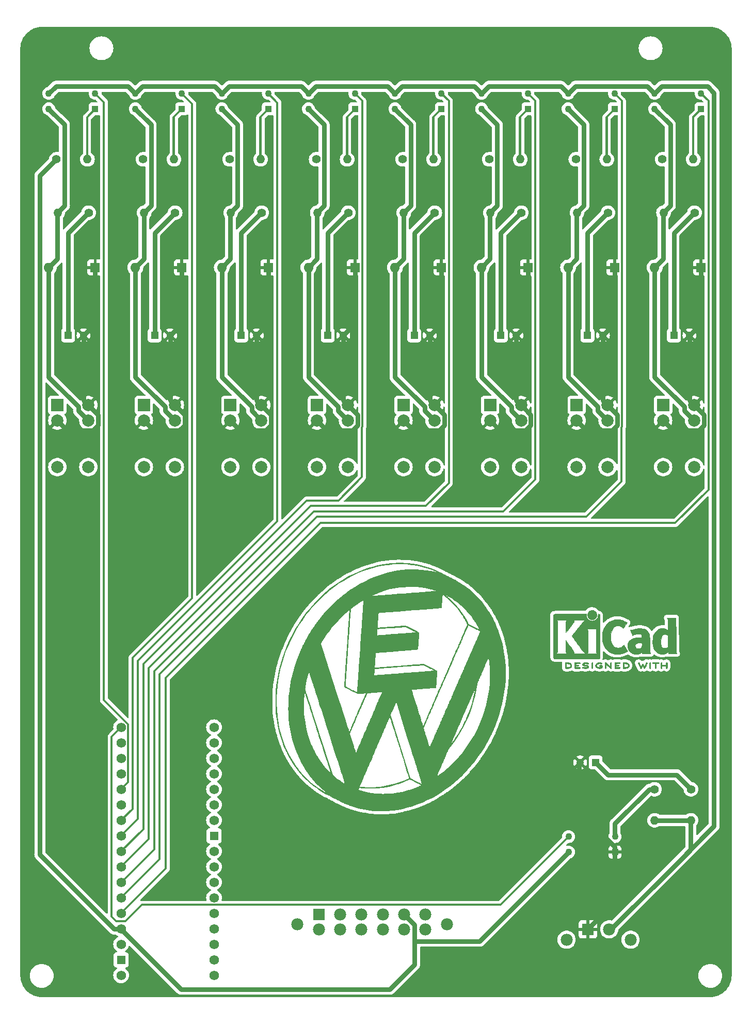
<source format=gtl>
%TF.GenerationSoftware,KiCad,Pcbnew,7.0.10*%
%TF.CreationDate,2024-11-26T20:55:45-08:00*%
%TF.ProjectId,Main_Board,4d61696e-5f42-46f6-9172-642e6b696361,rev?*%
%TF.SameCoordinates,Original*%
%TF.FileFunction,Copper,L1,Top*%
%TF.FilePolarity,Positive*%
%FSLAX46Y46*%
G04 Gerber Fmt 4.6, Leading zero omitted, Abs format (unit mm)*
G04 Created by KiCad (PCBNEW 7.0.10) date 2024-11-26 20:55:45*
%MOMM*%
%LPD*%
G01*
G04 APERTURE LIST*
%TA.AperFunction,EtchedComponent*%
%ADD10C,0.010000*%
%TD*%
%TA.AperFunction,ComponentPad*%
%ADD11C,1.400000*%
%TD*%
%TA.AperFunction,ComponentPad*%
%ADD12O,1.400000X1.400000*%
%TD*%
%TA.AperFunction,ComponentPad*%
%ADD13R,1.270000X1.270000*%
%TD*%
%TA.AperFunction,ComponentPad*%
%ADD14C,1.270000*%
%TD*%
%TA.AperFunction,ComponentPad*%
%ADD15R,1.100000X1.100000*%
%TD*%
%TA.AperFunction,ComponentPad*%
%ADD16C,1.100000*%
%TD*%
%TA.AperFunction,ComponentPad*%
%ADD17R,2.000000X2.000000*%
%TD*%
%TA.AperFunction,ComponentPad*%
%ADD18C,2.000000*%
%TD*%
%TA.AperFunction,ComponentPad*%
%ADD19R,1.600000X1.600000*%
%TD*%
%TA.AperFunction,ComponentPad*%
%ADD20O,1.600000X1.600000*%
%TD*%
%TA.AperFunction,ComponentPad*%
%ADD21C,1.574800*%
%TD*%
%TA.AperFunction,ComponentPad*%
%ADD22R,1.473200X1.473200*%
%TD*%
%TA.AperFunction,ComponentPad*%
%ADD23R,1.981200X1.981200*%
%TD*%
%TA.AperFunction,ComponentPad*%
%ADD24C,1.981200*%
%TD*%
%TA.AperFunction,Conductor*%
%ADD25C,0.800000*%
%TD*%
%TA.AperFunction,Conductor*%
%ADD26C,0.300000*%
%TD*%
%ADD27C,0.350000*%
G04 APERTURE END LIST*
%TO.C,REF\u002A\u002A*%
D10*
X194966354Y-124651027D02*
X194997924Y-124670692D01*
X195033406Y-124699423D01*
X195033406Y-125127516D01*
X195033293Y-125252740D01*
X195032809Y-125351397D01*
X195031736Y-125426980D01*
X195029858Y-125482983D01*
X195026956Y-125522897D01*
X195022813Y-125550216D01*
X195017212Y-125568431D01*
X195009935Y-125581036D01*
X195004774Y-125587246D01*
X194962918Y-125614530D01*
X194915255Y-125613417D01*
X194873503Y-125590152D01*
X194838021Y-125561421D01*
X194838021Y-124699423D01*
X194873503Y-124670692D01*
X194907748Y-124649792D01*
X194935713Y-124641960D01*
X194966354Y-124651027D01*
%TA.AperFunction,EtchedComponent*%
G36*
X194966354Y-124651027D02*
G01*
X194997924Y-124670692D01*
X195033406Y-124699423D01*
X195033406Y-125127516D01*
X195033293Y-125252740D01*
X195032809Y-125351397D01*
X195031736Y-125426980D01*
X195029858Y-125482983D01*
X195026956Y-125522897D01*
X195022813Y-125550216D01*
X195017212Y-125568431D01*
X195009935Y-125581036D01*
X195004774Y-125587246D01*
X194962918Y-125614530D01*
X194915255Y-125613417D01*
X194873503Y-125590152D01*
X194838021Y-125561421D01*
X194838021Y-124699423D01*
X194873503Y-124670692D01*
X194907748Y-124649792D01*
X194935713Y-124641960D01*
X194966354Y-124651027D01*
G37*
%TD.AperFunction*%
X185497133Y-124672020D02*
X185505895Y-124682102D01*
X185512768Y-124695109D01*
X185517981Y-124714525D01*
X185521762Y-124743834D01*
X185524340Y-124786521D01*
X185525943Y-124846069D01*
X185526801Y-124925964D01*
X185527140Y-125029690D01*
X185527193Y-125130422D01*
X185527100Y-125255366D01*
X185526669Y-125353735D01*
X185525673Y-125429015D01*
X185523881Y-125484688D01*
X185521067Y-125524240D01*
X185517000Y-125551155D01*
X185511454Y-125568917D01*
X185504199Y-125581011D01*
X185497133Y-125588824D01*
X185453194Y-125615026D01*
X185406376Y-125612675D01*
X185364487Y-125584098D01*
X185354862Y-125572941D01*
X185347341Y-125559997D01*
X185341662Y-125541686D01*
X185337569Y-125514432D01*
X185334801Y-125474654D01*
X185333100Y-125418776D01*
X185332207Y-125343218D01*
X185331863Y-125244402D01*
X185331808Y-125132528D01*
X185331808Y-124715742D01*
X185368699Y-124678851D01*
X185414171Y-124647814D01*
X185458280Y-124646695D01*
X185497133Y-124672020D01*
%TA.AperFunction,EtchedComponent*%
G36*
X185497133Y-124672020D02*
G01*
X185505895Y-124682102D01*
X185512768Y-124695109D01*
X185517981Y-124714525D01*
X185521762Y-124743834D01*
X185524340Y-124786521D01*
X185525943Y-124846069D01*
X185526801Y-124925964D01*
X185527140Y-125029690D01*
X185527193Y-125130422D01*
X185527100Y-125255366D01*
X185526669Y-125353735D01*
X185525673Y-125429015D01*
X185523881Y-125484688D01*
X185521067Y-125524240D01*
X185517000Y-125551155D01*
X185511454Y-125568917D01*
X185504199Y-125581011D01*
X185497133Y-125588824D01*
X185453194Y-125615026D01*
X185406376Y-125612675D01*
X185364487Y-125584098D01*
X185354862Y-125572941D01*
X185347341Y-125559997D01*
X185341662Y-125541686D01*
X185337569Y-125514432D01*
X185334801Y-125474654D01*
X185333100Y-125418776D01*
X185332207Y-125343218D01*
X185331863Y-125244402D01*
X185331808Y-125132528D01*
X185331808Y-124715742D01*
X185368699Y-124678851D01*
X185414171Y-124647814D01*
X185458280Y-124646695D01*
X185497133Y-124672020D01*
G37*
%TD.AperFunction*%
X185612432Y-116119483D02*
X185748679Y-116166722D01*
X185875529Y-116241077D01*
X185988817Y-116342537D01*
X186084378Y-116471093D01*
X186127304Y-116552122D01*
X186164455Y-116665458D01*
X186182462Y-116796301D01*
X186180467Y-116930815D01*
X186158327Y-117052708D01*
X186097814Y-117201657D01*
X186010064Y-117330859D01*
X185899538Y-117437773D01*
X185770696Y-117519856D01*
X185627997Y-117574566D01*
X185475901Y-117599360D01*
X185318869Y-117591697D01*
X185241464Y-117575322D01*
X185090609Y-117516639D01*
X184956625Y-117427093D01*
X184842744Y-117309443D01*
X184752198Y-117166452D01*
X184744538Y-117150836D01*
X184718056Y-117092236D01*
X184701428Y-117042884D01*
X184692400Y-116990820D01*
X184688718Y-116924089D01*
X184688107Y-116851479D01*
X184689117Y-116764241D01*
X184693678Y-116701174D01*
X184704084Y-116650186D01*
X184722629Y-116599183D01*
X184745520Y-116548863D01*
X184830904Y-116406020D01*
X184936051Y-116290360D01*
X185056795Y-116201875D01*
X185188971Y-116140555D01*
X185328413Y-116106389D01*
X185470955Y-116099368D01*
X185612432Y-116119483D01*
%TA.AperFunction,EtchedComponent*%
G36*
X185612432Y-116119483D02*
G01*
X185748679Y-116166722D01*
X185875529Y-116241077D01*
X185988817Y-116342537D01*
X186084378Y-116471093D01*
X186127304Y-116552122D01*
X186164455Y-116665458D01*
X186182462Y-116796301D01*
X186180467Y-116930815D01*
X186158327Y-117052708D01*
X186097814Y-117201657D01*
X186010064Y-117330859D01*
X185899538Y-117437773D01*
X185770696Y-117519856D01*
X185627997Y-117574566D01*
X185475901Y-117599360D01*
X185318869Y-117591697D01*
X185241464Y-117575322D01*
X185090609Y-117516639D01*
X184956625Y-117427093D01*
X184842744Y-117309443D01*
X184752198Y-117166452D01*
X184744538Y-117150836D01*
X184718056Y-117092236D01*
X184701428Y-117042884D01*
X184692400Y-116990820D01*
X184688718Y-116924089D01*
X184688107Y-116851479D01*
X184689117Y-116764241D01*
X184693678Y-116701174D01*
X184704084Y-116650186D01*
X184722629Y-116599183D01*
X184745520Y-116548863D01*
X184830904Y-116406020D01*
X184936051Y-116290360D01*
X185056795Y-116201875D01*
X185188971Y-116140555D01*
X185328413Y-116106389D01*
X185470955Y-116099368D01*
X185612432Y-116119483D01*
G37*
%TD.AperFunction*%
X195997427Y-124642089D02*
X196102215Y-124642593D01*
X196183549Y-124643646D01*
X196244730Y-124645426D01*
X196289061Y-124648107D01*
X196319844Y-124651864D01*
X196340381Y-124656875D01*
X196353975Y-124663313D01*
X196360553Y-124668262D01*
X196394694Y-124711579D01*
X196398824Y-124756553D01*
X196377726Y-124797410D01*
X196363929Y-124813736D01*
X196349082Y-124824868D01*
X196327565Y-124831800D01*
X196293758Y-124835527D01*
X196242042Y-124837044D01*
X196166797Y-124837344D01*
X196152019Y-124837345D01*
X195957725Y-124837345D01*
X195957725Y-125198055D01*
X195957597Y-125311751D01*
X195957016Y-125399235D01*
X195955686Y-125464352D01*
X195953310Y-125510948D01*
X195949594Y-125542869D01*
X195944242Y-125563962D01*
X195936957Y-125578073D01*
X195927666Y-125588824D01*
X195883821Y-125615246D01*
X195838050Y-125613164D01*
X195796540Y-125583019D01*
X195793491Y-125579283D01*
X195783562Y-125565160D01*
X195775998Y-125548636D01*
X195770479Y-125525696D01*
X195766683Y-125492323D01*
X195764292Y-125444505D01*
X195762984Y-125378224D01*
X195762441Y-125289468D01*
X195762341Y-125188513D01*
X195762341Y-124837345D01*
X195576800Y-124837345D01*
X195497177Y-124836806D01*
X195442054Y-124834707D01*
X195405882Y-124830321D01*
X195383112Y-124822926D01*
X195368197Y-124811795D01*
X195366386Y-124809860D01*
X195344608Y-124765607D01*
X195346534Y-124715579D01*
X195371571Y-124672020D01*
X195381254Y-124663570D01*
X195393738Y-124656871D01*
X195412353Y-124651719D01*
X195440427Y-124647911D01*
X195481291Y-124645247D01*
X195538272Y-124643522D01*
X195614702Y-124642534D01*
X195713907Y-124642082D01*
X195839219Y-124641962D01*
X195865883Y-124641960D01*
X195997427Y-124642089D01*
%TA.AperFunction,EtchedComponent*%
G36*
X195997427Y-124642089D02*
G01*
X196102215Y-124642593D01*
X196183549Y-124643646D01*
X196244730Y-124645426D01*
X196289061Y-124648107D01*
X196319844Y-124651864D01*
X196340381Y-124656875D01*
X196353975Y-124663313D01*
X196360553Y-124668262D01*
X196394694Y-124711579D01*
X196398824Y-124756553D01*
X196377726Y-124797410D01*
X196363929Y-124813736D01*
X196349082Y-124824868D01*
X196327565Y-124831800D01*
X196293758Y-124835527D01*
X196242042Y-124837044D01*
X196166797Y-124837344D01*
X196152019Y-124837345D01*
X195957725Y-124837345D01*
X195957725Y-125198055D01*
X195957597Y-125311751D01*
X195957016Y-125399235D01*
X195955686Y-125464352D01*
X195953310Y-125510948D01*
X195949594Y-125542869D01*
X195944242Y-125563962D01*
X195936957Y-125578073D01*
X195927666Y-125588824D01*
X195883821Y-125615246D01*
X195838050Y-125613164D01*
X195796540Y-125583019D01*
X195793491Y-125579283D01*
X195783562Y-125565160D01*
X195775998Y-125548636D01*
X195770479Y-125525696D01*
X195766683Y-125492323D01*
X195764292Y-125444505D01*
X195762984Y-125378224D01*
X195762441Y-125289468D01*
X195762341Y-125188513D01*
X195762341Y-124837345D01*
X195576800Y-124837345D01*
X195497177Y-124836806D01*
X195442054Y-124834707D01*
X195405882Y-124830321D01*
X195383112Y-124822926D01*
X195368197Y-124811795D01*
X195366386Y-124809860D01*
X195344608Y-124765607D01*
X195346534Y-124715579D01*
X195371571Y-124672020D01*
X195381254Y-124663570D01*
X195393738Y-124656871D01*
X195412353Y-124651719D01*
X195440427Y-124647911D01*
X195481291Y-124645247D01*
X195538272Y-124643522D01*
X195614702Y-124642534D01*
X195713907Y-124642082D01*
X195839219Y-124641962D01*
X195865883Y-124641960D01*
X195997427Y-124642089D01*
G37*
%TD.AperFunction*%
X197682609Y-124649238D02*
X197724385Y-124678851D01*
X197761275Y-124715742D01*
X197761275Y-125127712D01*
X197761179Y-125250036D01*
X197760722Y-125345948D01*
X197759653Y-125419094D01*
X197757721Y-125473120D01*
X197754673Y-125511673D01*
X197750259Y-125538398D01*
X197744226Y-125556944D01*
X197736324Y-125570955D01*
X197730125Y-125579283D01*
X197689211Y-125611999D01*
X197642232Y-125615550D01*
X197599294Y-125595487D01*
X197585106Y-125583642D01*
X197575622Y-125567908D01*
X197569901Y-125542572D01*
X197567003Y-125501920D01*
X197565988Y-125440238D01*
X197565891Y-125392588D01*
X197565891Y-125213085D01*
X196904589Y-125213085D01*
X196904589Y-125376383D01*
X196903905Y-125451055D01*
X196901169Y-125502374D01*
X196895354Y-125537027D01*
X196885434Y-125561705D01*
X196873439Y-125579283D01*
X196832296Y-125611907D01*
X196785767Y-125615770D01*
X196741223Y-125592582D01*
X196729062Y-125580426D01*
X196720473Y-125564311D01*
X196714808Y-125539210D01*
X196711419Y-125500094D01*
X196709658Y-125441936D01*
X196708878Y-125359708D01*
X196708786Y-125340836D01*
X196708142Y-125185907D01*
X196707810Y-125058224D01*
X196707918Y-124954977D01*
X196708595Y-124873353D01*
X196709968Y-124810542D01*
X196712166Y-124763731D01*
X196715316Y-124730109D01*
X196719548Y-124706865D01*
X196724988Y-124691186D01*
X196731765Y-124680261D01*
X196739264Y-124672020D01*
X196781683Y-124645657D01*
X196825922Y-124649238D01*
X196867698Y-124678851D01*
X196884603Y-124697957D01*
X196895379Y-124719061D01*
X196901391Y-124749118D01*
X196904006Y-124795083D01*
X196904589Y-124863910D01*
X196904589Y-125017700D01*
X197565891Y-125017700D01*
X197565891Y-124859889D01*
X197566566Y-124787186D01*
X197569276Y-124738095D01*
X197575051Y-124706186D01*
X197584919Y-124685028D01*
X197595950Y-124672020D01*
X197638369Y-124645657D01*
X197682609Y-124649238D01*
%TA.AperFunction,EtchedComponent*%
G36*
X197682609Y-124649238D02*
G01*
X197724385Y-124678851D01*
X197761275Y-124715742D01*
X197761275Y-125127712D01*
X197761179Y-125250036D01*
X197760722Y-125345948D01*
X197759653Y-125419094D01*
X197757721Y-125473120D01*
X197754673Y-125511673D01*
X197750259Y-125538398D01*
X197744226Y-125556944D01*
X197736324Y-125570955D01*
X197730125Y-125579283D01*
X197689211Y-125611999D01*
X197642232Y-125615550D01*
X197599294Y-125595487D01*
X197585106Y-125583642D01*
X197575622Y-125567908D01*
X197569901Y-125542572D01*
X197567003Y-125501920D01*
X197565988Y-125440238D01*
X197565891Y-125392588D01*
X197565891Y-125213085D01*
X196904589Y-125213085D01*
X196904589Y-125376383D01*
X196903905Y-125451055D01*
X196901169Y-125502374D01*
X196895354Y-125537027D01*
X196885434Y-125561705D01*
X196873439Y-125579283D01*
X196832296Y-125611907D01*
X196785767Y-125615770D01*
X196741223Y-125592582D01*
X196729062Y-125580426D01*
X196720473Y-125564311D01*
X196714808Y-125539210D01*
X196711419Y-125500094D01*
X196709658Y-125441936D01*
X196708878Y-125359708D01*
X196708786Y-125340836D01*
X196708142Y-125185907D01*
X196707810Y-125058224D01*
X196707918Y-124954977D01*
X196708595Y-124873353D01*
X196709968Y-124810542D01*
X196712166Y-124763731D01*
X196715316Y-124730109D01*
X196719548Y-124706865D01*
X196724988Y-124691186D01*
X196731765Y-124680261D01*
X196739264Y-124672020D01*
X196781683Y-124645657D01*
X196825922Y-124649238D01*
X196867698Y-124678851D01*
X196884603Y-124697957D01*
X196895379Y-124719061D01*
X196901391Y-124749118D01*
X196904006Y-124795083D01*
X196904589Y-124863910D01*
X196904589Y-125017700D01*
X197565891Y-125017700D01*
X197565891Y-124859889D01*
X197566566Y-124787186D01*
X197569276Y-124738095D01*
X197575051Y-124706186D01*
X197584919Y-124685028D01*
X197595950Y-124672020D01*
X197638369Y-124645657D01*
X197682609Y-124649238D01*
G37*
%TD.AperFunction*%
X190745533Y-124642237D02*
X190917251Y-124648043D01*
X191063305Y-124665651D01*
X191186103Y-124696113D01*
X191288053Y-124740485D01*
X191371564Y-124799821D01*
X191439043Y-124875174D01*
X191492899Y-124967600D01*
X191493958Y-124969854D01*
X191526099Y-125052574D01*
X191537551Y-125125834D01*
X191528270Y-125199562D01*
X191498211Y-125283685D01*
X191492511Y-125296487D01*
X191453635Y-125371412D01*
X191409945Y-125429307D01*
X191353556Y-125478522D01*
X191276588Y-125527407D01*
X191272116Y-125529959D01*
X191205113Y-125562145D01*
X191129381Y-125586182D01*
X191040054Y-125602901D01*
X190932265Y-125613129D01*
X190801148Y-125617696D01*
X190754822Y-125618093D01*
X190534226Y-125618884D01*
X190503076Y-125579283D01*
X190493836Y-125566261D01*
X190486628Y-125551054D01*
X190481200Y-125530016D01*
X190477301Y-125499500D01*
X190474679Y-125455861D01*
X190473824Y-125423499D01*
X190682341Y-125423499D01*
X190807332Y-125423499D01*
X190880473Y-125421360D01*
X190955557Y-125415731D01*
X191017180Y-125407793D01*
X191020899Y-125407125D01*
X191130349Y-125377762D01*
X191215244Y-125333647D01*
X191278268Y-125272733D01*
X191322110Y-125192974D01*
X191329733Y-125171834D01*
X191337206Y-125138912D01*
X191333971Y-125106386D01*
X191318229Y-125063114D01*
X191308740Y-125041857D01*
X191277667Y-124985370D01*
X191240229Y-124945741D01*
X191199037Y-124918144D01*
X191116526Y-124882232D01*
X191010929Y-124856218D01*
X190887914Y-124841238D01*
X190798820Y-124837942D01*
X190682341Y-124837345D01*
X190682341Y-125423499D01*
X190473824Y-125423499D01*
X190473082Y-125395450D01*
X190472260Y-125314622D01*
X190471960Y-125209731D01*
X190471926Y-125127712D01*
X190471926Y-124715742D01*
X190508817Y-124678851D01*
X190525190Y-124663898D01*
X190542893Y-124653658D01*
X190567615Y-124647251D01*
X190605044Y-124643797D01*
X190660869Y-124642417D01*
X190740778Y-124642231D01*
X190745533Y-124642237D01*
%TA.AperFunction,EtchedComponent*%
G36*
X190745533Y-124642237D02*
G01*
X190917251Y-124648043D01*
X191063305Y-124665651D01*
X191186103Y-124696113D01*
X191288053Y-124740485D01*
X191371564Y-124799821D01*
X191439043Y-124875174D01*
X191492899Y-124967600D01*
X191493958Y-124969854D01*
X191526099Y-125052574D01*
X191537551Y-125125834D01*
X191528270Y-125199562D01*
X191498211Y-125283685D01*
X191492511Y-125296487D01*
X191453635Y-125371412D01*
X191409945Y-125429307D01*
X191353556Y-125478522D01*
X191276588Y-125527407D01*
X191272116Y-125529959D01*
X191205113Y-125562145D01*
X191129381Y-125586182D01*
X191040054Y-125602901D01*
X190932265Y-125613129D01*
X190801148Y-125617696D01*
X190754822Y-125618093D01*
X190534226Y-125618884D01*
X190503076Y-125579283D01*
X190493836Y-125566261D01*
X190486628Y-125551054D01*
X190481200Y-125530016D01*
X190477301Y-125499500D01*
X190474679Y-125455861D01*
X190473824Y-125423499D01*
X190682341Y-125423499D01*
X190807332Y-125423499D01*
X190880473Y-125421360D01*
X190955557Y-125415731D01*
X191017180Y-125407793D01*
X191020899Y-125407125D01*
X191130349Y-125377762D01*
X191215244Y-125333647D01*
X191278268Y-125272733D01*
X191322110Y-125192974D01*
X191329733Y-125171834D01*
X191337206Y-125138912D01*
X191333971Y-125106386D01*
X191318229Y-125063114D01*
X191308740Y-125041857D01*
X191277667Y-124985370D01*
X191240229Y-124945741D01*
X191199037Y-124918144D01*
X191116526Y-124882232D01*
X191010929Y-124856218D01*
X190887914Y-124841238D01*
X190798820Y-124837942D01*
X190682341Y-124837345D01*
X190682341Y-125423499D01*
X190473824Y-125423499D01*
X190473082Y-125395450D01*
X190472260Y-125314622D01*
X190471960Y-125209731D01*
X190471926Y-125127712D01*
X190471926Y-124715742D01*
X190508817Y-124678851D01*
X190525190Y-124663898D01*
X190542893Y-124653658D01*
X190567615Y-124647251D01*
X190605044Y-124643797D01*
X190660869Y-124642417D01*
X190740778Y-124642231D01*
X190745533Y-124642237D01*
G37*
%TD.AperFunction*%
X181240042Y-124641959D02*
X181292607Y-124642494D01*
X181446631Y-124646210D01*
X181575625Y-124657249D01*
X181683987Y-124676796D01*
X181776112Y-124706033D01*
X181856397Y-124746147D01*
X181929238Y-124798319D01*
X181955255Y-124820983D01*
X181998413Y-124874012D01*
X182037329Y-124945971D01*
X182067323Y-125025734D01*
X182083715Y-125102175D01*
X182085418Y-125130422D01*
X182074745Y-125208724D01*
X182046143Y-125294255D01*
X182004739Y-125375213D01*
X181955655Y-125439796D01*
X181947683Y-125447588D01*
X181880150Y-125502358D01*
X181806198Y-125545113D01*
X181721562Y-125576973D01*
X181621979Y-125599058D01*
X181503184Y-125612488D01*
X181360916Y-125618384D01*
X181295750Y-125618884D01*
X181212895Y-125618485D01*
X181154627Y-125616816D01*
X181115480Y-125613172D01*
X181089987Y-125606843D01*
X181072682Y-125597124D01*
X181063406Y-125588824D01*
X181054644Y-125578742D01*
X181047771Y-125565735D01*
X181042558Y-125546319D01*
X181038777Y-125517010D01*
X181036199Y-125474323D01*
X181034596Y-125414775D01*
X181033739Y-125334880D01*
X181033399Y-125231155D01*
X181033347Y-125130422D01*
X181033016Y-124996069D01*
X181033088Y-124888742D01*
X181034366Y-124837345D01*
X181228731Y-124837345D01*
X181228731Y-125423499D01*
X181352725Y-125423385D01*
X181427335Y-125421246D01*
X181505478Y-125415733D01*
X181570676Y-125408022D01*
X181572660Y-125407705D01*
X181678033Y-125382228D01*
X181759764Y-125342550D01*
X181821934Y-125286088D01*
X181861436Y-125224956D01*
X181885776Y-125157143D01*
X181883889Y-125093469D01*
X181855641Y-125025215D01*
X181800388Y-124954606D01*
X181723823Y-124902285D01*
X181624301Y-124867313D01*
X181557789Y-124854936D01*
X181482289Y-124846244D01*
X181402271Y-124839954D01*
X181334212Y-124837338D01*
X181330181Y-124837326D01*
X181228731Y-124837345D01*
X181034366Y-124837345D01*
X181035160Y-124805431D01*
X181040835Y-124743129D01*
X181051709Y-124698825D01*
X181069382Y-124669510D01*
X181095453Y-124652175D01*
X181131521Y-124643811D01*
X181179184Y-124641409D01*
X181240042Y-124641959D01*
%TA.AperFunction,EtchedComponent*%
G36*
X181240042Y-124641959D02*
G01*
X181292607Y-124642494D01*
X181446631Y-124646210D01*
X181575625Y-124657249D01*
X181683987Y-124676796D01*
X181776112Y-124706033D01*
X181856397Y-124746147D01*
X181929238Y-124798319D01*
X181955255Y-124820983D01*
X181998413Y-124874012D01*
X182037329Y-124945971D01*
X182067323Y-125025734D01*
X182083715Y-125102175D01*
X182085418Y-125130422D01*
X182074745Y-125208724D01*
X182046143Y-125294255D01*
X182004739Y-125375213D01*
X181955655Y-125439796D01*
X181947683Y-125447588D01*
X181880150Y-125502358D01*
X181806198Y-125545113D01*
X181721562Y-125576973D01*
X181621979Y-125599058D01*
X181503184Y-125612488D01*
X181360916Y-125618384D01*
X181295750Y-125618884D01*
X181212895Y-125618485D01*
X181154627Y-125616816D01*
X181115480Y-125613172D01*
X181089987Y-125606843D01*
X181072682Y-125597124D01*
X181063406Y-125588824D01*
X181054644Y-125578742D01*
X181047771Y-125565735D01*
X181042558Y-125546319D01*
X181038777Y-125517010D01*
X181036199Y-125474323D01*
X181034596Y-125414775D01*
X181033739Y-125334880D01*
X181033399Y-125231155D01*
X181033347Y-125130422D01*
X181033016Y-124996069D01*
X181033088Y-124888742D01*
X181034366Y-124837345D01*
X181228731Y-124837345D01*
X181228731Y-125423499D01*
X181352725Y-125423385D01*
X181427335Y-125421246D01*
X181505478Y-125415733D01*
X181570676Y-125408022D01*
X181572660Y-125407705D01*
X181678033Y-125382228D01*
X181759764Y-125342550D01*
X181821934Y-125286088D01*
X181861436Y-125224956D01*
X181885776Y-125157143D01*
X181883889Y-125093469D01*
X181855641Y-125025215D01*
X181800388Y-124954606D01*
X181723823Y-124902285D01*
X181624301Y-124867313D01*
X181557789Y-124854936D01*
X181482289Y-124846244D01*
X181402271Y-124839954D01*
X181334212Y-124837338D01*
X181330181Y-124837326D01*
X181228731Y-124837345D01*
X181034366Y-124837345D01*
X181035160Y-124805431D01*
X181040835Y-124743129D01*
X181051709Y-124698825D01*
X181069382Y-124669510D01*
X181095453Y-124652175D01*
X181131521Y-124643811D01*
X181179184Y-124641409D01*
X181240042Y-124641959D01*
G37*
%TD.AperFunction*%
X187658876Y-124647794D02*
X187690251Y-124666199D01*
X187731274Y-124696299D01*
X187784072Y-124739510D01*
X187850771Y-124797252D01*
X187933497Y-124870942D01*
X188034376Y-124961998D01*
X188149855Y-125066688D01*
X188390329Y-125284757D01*
X188397844Y-124992058D01*
X188400557Y-124891304D01*
X188403174Y-124816272D01*
X188406276Y-124762634D01*
X188410440Y-124726060D01*
X188416245Y-124702221D01*
X188424272Y-124686788D01*
X188435099Y-124675432D01*
X188440840Y-124670660D01*
X188486813Y-124645427D01*
X188530559Y-124649116D01*
X188565261Y-124670673D01*
X188600743Y-124699385D01*
X188605156Y-125118700D01*
X188606377Y-125242021D01*
X188606999Y-125338898D01*
X188606806Y-125412944D01*
X188605582Y-125467771D01*
X188603112Y-125506993D01*
X188599182Y-125534223D01*
X188593576Y-125553073D01*
X188586078Y-125567155D01*
X188577763Y-125578449D01*
X188559774Y-125599396D01*
X188541875Y-125613281D01*
X188521584Y-125618610D01*
X188496418Y-125613890D01*
X188463896Y-125597627D01*
X188421533Y-125568327D01*
X188366848Y-125524496D01*
X188297359Y-125464641D01*
X188210581Y-125387268D01*
X188112281Y-125298364D01*
X187759086Y-124977985D01*
X187751571Y-125269727D01*
X187748853Y-125370297D01*
X187746229Y-125445154D01*
X187743117Y-125498634D01*
X187738934Y-125535076D01*
X187733099Y-125558818D01*
X187725030Y-125574196D01*
X187714145Y-125585550D01*
X187708575Y-125590176D01*
X187659340Y-125615592D01*
X187612819Y-125611759D01*
X187572307Y-125579283D01*
X187563040Y-125566217D01*
X187555817Y-125550959D01*
X187550384Y-125529846D01*
X187546488Y-125499219D01*
X187543875Y-125455416D01*
X187542289Y-125394777D01*
X187541478Y-125313641D01*
X187541188Y-125208347D01*
X187541157Y-125130422D01*
X187541255Y-125008538D01*
X187541717Y-124913053D01*
X187542799Y-124840305D01*
X187544753Y-124786633D01*
X187547834Y-124748377D01*
X187552296Y-124721877D01*
X187558393Y-124703470D01*
X187566379Y-124689498D01*
X187572307Y-124681561D01*
X187587334Y-124662762D01*
X187601378Y-124648567D01*
X187616566Y-124640396D01*
X187635023Y-124639666D01*
X187658876Y-124647794D01*
%TA.AperFunction,EtchedComponent*%
G36*
X187658876Y-124647794D02*
G01*
X187690251Y-124666199D01*
X187731274Y-124696299D01*
X187784072Y-124739510D01*
X187850771Y-124797252D01*
X187933497Y-124870942D01*
X188034376Y-124961998D01*
X188149855Y-125066688D01*
X188390329Y-125284757D01*
X188397844Y-124992058D01*
X188400557Y-124891304D01*
X188403174Y-124816272D01*
X188406276Y-124762634D01*
X188410440Y-124726060D01*
X188416245Y-124702221D01*
X188424272Y-124686788D01*
X188435099Y-124675432D01*
X188440840Y-124670660D01*
X188486813Y-124645427D01*
X188530559Y-124649116D01*
X188565261Y-124670673D01*
X188600743Y-124699385D01*
X188605156Y-125118700D01*
X188606377Y-125242021D01*
X188606999Y-125338898D01*
X188606806Y-125412944D01*
X188605582Y-125467771D01*
X188603112Y-125506993D01*
X188599182Y-125534223D01*
X188593576Y-125553073D01*
X188586078Y-125567155D01*
X188577763Y-125578449D01*
X188559774Y-125599396D01*
X188541875Y-125613281D01*
X188521584Y-125618610D01*
X188496418Y-125613890D01*
X188463896Y-125597627D01*
X188421533Y-125568327D01*
X188366848Y-125524496D01*
X188297359Y-125464641D01*
X188210581Y-125387268D01*
X188112281Y-125298364D01*
X187759086Y-124977985D01*
X187751571Y-125269727D01*
X187748853Y-125370297D01*
X187746229Y-125445154D01*
X187743117Y-125498634D01*
X187738934Y-125535076D01*
X187733099Y-125558818D01*
X187725030Y-125574196D01*
X187714145Y-125585550D01*
X187708575Y-125590176D01*
X187659340Y-125615592D01*
X187612819Y-125611759D01*
X187572307Y-125579283D01*
X187563040Y-125566217D01*
X187555817Y-125550959D01*
X187550384Y-125529846D01*
X187546488Y-125499219D01*
X187543875Y-125455416D01*
X187542289Y-125394777D01*
X187541478Y-125313641D01*
X187541188Y-125208347D01*
X187541157Y-125130422D01*
X187541255Y-125008538D01*
X187541717Y-124913053D01*
X187542799Y-124840305D01*
X187544753Y-124786633D01*
X187547834Y-124748377D01*
X187552296Y-124721877D01*
X187558393Y-124703470D01*
X187566379Y-124689498D01*
X187572307Y-124681561D01*
X187587334Y-124662762D01*
X187601378Y-124648567D01*
X187616566Y-124640396D01*
X187635023Y-124639666D01*
X187658876Y-124647794D01*
G37*
%TD.AperFunction*%
X186793534Y-124649326D02*
X186884755Y-124664632D01*
X186954814Y-124688425D01*
X187000392Y-124719754D01*
X187012812Y-124737628D01*
X187025442Y-124779199D01*
X187016943Y-124816806D01*
X186990111Y-124852469D01*
X186948420Y-124869153D01*
X186887926Y-124867798D01*
X186841137Y-124858759D01*
X186737168Y-124841537D01*
X186630916Y-124839901D01*
X186511987Y-124853879D01*
X186479136Y-124859802D01*
X186368551Y-124890981D01*
X186282037Y-124937360D01*
X186220543Y-124998149D01*
X186185018Y-125072558D01*
X186177671Y-125111028D01*
X186182480Y-125189077D01*
X186213530Y-125258131D01*
X186267990Y-125316843D01*
X186343032Y-125363867D01*
X186435826Y-125397857D01*
X186543544Y-125417468D01*
X186663355Y-125421355D01*
X186792431Y-125408170D01*
X186799719Y-125406926D01*
X186851058Y-125397364D01*
X186879524Y-125388128D01*
X186891862Y-125374423D01*
X186894818Y-125351456D01*
X186894885Y-125339293D01*
X186894885Y-125288233D01*
X186803719Y-125288233D01*
X186723214Y-125282718D01*
X186668275Y-125265144D01*
X186636310Y-125233967D01*
X186624724Y-125187644D01*
X186624583Y-125181598D01*
X186631361Y-125142003D01*
X186654605Y-125113731D01*
X186697866Y-125095021D01*
X186764695Y-125084114D01*
X186829426Y-125080104D01*
X186923509Y-125077803D01*
X186991752Y-125081314D01*
X187038295Y-125094269D01*
X187067278Y-125120300D01*
X187082841Y-125163041D01*
X187089125Y-125226124D01*
X187090270Y-125308978D01*
X187088394Y-125401460D01*
X187082750Y-125464368D01*
X187073314Y-125497953D01*
X187071483Y-125500583D01*
X187019671Y-125542548D01*
X186943706Y-125575782D01*
X186848404Y-125599573D01*
X186738580Y-125613213D01*
X186619050Y-125615992D01*
X186494630Y-125607199D01*
X186421453Y-125596399D01*
X186306676Y-125563912D01*
X186200000Y-125510800D01*
X186110685Y-125441869D01*
X186097110Y-125428092D01*
X186053004Y-125370172D01*
X186013207Y-125298390D01*
X185982369Y-125223133D01*
X185965139Y-125154791D01*
X185963062Y-125128543D01*
X185971903Y-125073791D01*
X185995401Y-125005669D01*
X186029047Y-124933964D01*
X186068332Y-124868463D01*
X186103041Y-124824712D01*
X186184193Y-124759633D01*
X186289098Y-124707835D01*
X186413996Y-124670488D01*
X186555129Y-124648767D01*
X186684471Y-124643459D01*
X186793534Y-124649326D01*
%TA.AperFunction,EtchedComponent*%
G36*
X186793534Y-124649326D02*
G01*
X186884755Y-124664632D01*
X186954814Y-124688425D01*
X187000392Y-124719754D01*
X187012812Y-124737628D01*
X187025442Y-124779199D01*
X187016943Y-124816806D01*
X186990111Y-124852469D01*
X186948420Y-124869153D01*
X186887926Y-124867798D01*
X186841137Y-124858759D01*
X186737168Y-124841537D01*
X186630916Y-124839901D01*
X186511987Y-124853879D01*
X186479136Y-124859802D01*
X186368551Y-124890981D01*
X186282037Y-124937360D01*
X186220543Y-124998149D01*
X186185018Y-125072558D01*
X186177671Y-125111028D01*
X186182480Y-125189077D01*
X186213530Y-125258131D01*
X186267990Y-125316843D01*
X186343032Y-125363867D01*
X186435826Y-125397857D01*
X186543544Y-125417468D01*
X186663355Y-125421355D01*
X186792431Y-125408170D01*
X186799719Y-125406926D01*
X186851058Y-125397364D01*
X186879524Y-125388128D01*
X186891862Y-125374423D01*
X186894818Y-125351456D01*
X186894885Y-125339293D01*
X186894885Y-125288233D01*
X186803719Y-125288233D01*
X186723214Y-125282718D01*
X186668275Y-125265144D01*
X186636310Y-125233967D01*
X186624724Y-125187644D01*
X186624583Y-125181598D01*
X186631361Y-125142003D01*
X186654605Y-125113731D01*
X186697866Y-125095021D01*
X186764695Y-125084114D01*
X186829426Y-125080104D01*
X186923509Y-125077803D01*
X186991752Y-125081314D01*
X187038295Y-125094269D01*
X187067278Y-125120300D01*
X187082841Y-125163041D01*
X187089125Y-125226124D01*
X187090270Y-125308978D01*
X187088394Y-125401460D01*
X187082750Y-125464368D01*
X187073314Y-125497953D01*
X187071483Y-125500583D01*
X187019671Y-125542548D01*
X186943706Y-125575782D01*
X186848404Y-125599573D01*
X186738580Y-125613213D01*
X186619050Y-125615992D01*
X186494630Y-125607199D01*
X186421453Y-125596399D01*
X186306676Y-125563912D01*
X186200000Y-125510800D01*
X186110685Y-125441869D01*
X186097110Y-125428092D01*
X186053004Y-125370172D01*
X186013207Y-125298390D01*
X185982369Y-125223133D01*
X185965139Y-125154791D01*
X185963062Y-125128543D01*
X185971903Y-125073791D01*
X185995401Y-125005669D01*
X186029047Y-124933964D01*
X186068332Y-124868463D01*
X186103041Y-124824712D01*
X186184193Y-124759633D01*
X186289098Y-124707835D01*
X186413996Y-124670488D01*
X186555129Y-124648767D01*
X186684471Y-124643459D01*
X186793534Y-124649326D01*
G37*
%TD.AperFunction*%
X189696466Y-124642217D02*
X189798127Y-124643434D01*
X189876032Y-124646280D01*
X189933331Y-124651424D01*
X189973177Y-124659534D01*
X189998718Y-124671281D01*
X190013107Y-124687332D01*
X190019495Y-124708358D01*
X190021031Y-124735026D01*
X190021039Y-124738176D01*
X190019705Y-124768340D01*
X190013401Y-124791653D01*
X189998672Y-124809056D01*
X189972065Y-124821490D01*
X189930124Y-124829895D01*
X189869396Y-124835215D01*
X189786426Y-124838389D01*
X189677761Y-124840359D01*
X189644455Y-124840795D01*
X189322163Y-124844860D01*
X189317656Y-124931280D01*
X189313148Y-125017700D01*
X189537013Y-125017700D01*
X189624471Y-125018023D01*
X189686919Y-125019387D01*
X189729404Y-125022389D01*
X189756973Y-125027623D01*
X189774672Y-125035685D01*
X189787547Y-125047170D01*
X189787630Y-125047261D01*
X189810980Y-125092021D01*
X189810136Y-125140397D01*
X189785629Y-125181636D01*
X189780779Y-125185875D01*
X189763565Y-125196799D01*
X189739976Y-125204399D01*
X189704757Y-125209247D01*
X189652650Y-125211916D01*
X189578400Y-125212978D01*
X189530912Y-125213085D01*
X189314648Y-125213085D01*
X189314648Y-125423499D01*
X189642970Y-125423499D01*
X189751368Y-125423689D01*
X189833685Y-125424464D01*
X189893899Y-125426134D01*
X189935985Y-125429008D01*
X189963921Y-125433397D01*
X189981684Y-125439609D01*
X189993250Y-125447954D01*
X189996165Y-125450984D01*
X190017686Y-125492984D01*
X190019260Y-125540764D01*
X190001605Y-125582192D01*
X189987635Y-125595487D01*
X189973104Y-125602806D01*
X189950588Y-125608469D01*
X189916526Y-125612673D01*
X189867357Y-125615618D01*
X189799518Y-125617501D01*
X189709448Y-125618520D01*
X189593587Y-125618875D01*
X189567393Y-125618884D01*
X189449589Y-125618806D01*
X189358146Y-125618381D01*
X189289364Y-125617316D01*
X189239546Y-125615319D01*
X189204990Y-125612100D01*
X189182000Y-125607366D01*
X189166876Y-125600827D01*
X189155919Y-125592191D01*
X189149908Y-125585990D01*
X189140860Y-125575007D01*
X189133792Y-125561402D01*
X189128459Y-125541606D01*
X189124618Y-125512052D01*
X189122025Y-125469171D01*
X189120437Y-125409395D01*
X189119611Y-125329157D01*
X189119302Y-125224889D01*
X189119264Y-125137130D01*
X189119358Y-125014158D01*
X189119807Y-124917619D01*
X189120858Y-124843889D01*
X189122760Y-124789340D01*
X189125759Y-124750349D01*
X189130105Y-124723289D01*
X189136044Y-124704534D01*
X189143825Y-124690460D01*
X189150414Y-124681561D01*
X189181564Y-124641960D01*
X189567898Y-124641960D01*
X189696466Y-124642217D01*
%TA.AperFunction,EtchedComponent*%
G36*
X189696466Y-124642217D02*
G01*
X189798127Y-124643434D01*
X189876032Y-124646280D01*
X189933331Y-124651424D01*
X189973177Y-124659534D01*
X189998718Y-124671281D01*
X190013107Y-124687332D01*
X190019495Y-124708358D01*
X190021031Y-124735026D01*
X190021039Y-124738176D01*
X190019705Y-124768340D01*
X190013401Y-124791653D01*
X189998672Y-124809056D01*
X189972065Y-124821490D01*
X189930124Y-124829895D01*
X189869396Y-124835215D01*
X189786426Y-124838389D01*
X189677761Y-124840359D01*
X189644455Y-124840795D01*
X189322163Y-124844860D01*
X189317656Y-124931280D01*
X189313148Y-125017700D01*
X189537013Y-125017700D01*
X189624471Y-125018023D01*
X189686919Y-125019387D01*
X189729404Y-125022389D01*
X189756973Y-125027623D01*
X189774672Y-125035685D01*
X189787547Y-125047170D01*
X189787630Y-125047261D01*
X189810980Y-125092021D01*
X189810136Y-125140397D01*
X189785629Y-125181636D01*
X189780779Y-125185875D01*
X189763565Y-125196799D01*
X189739976Y-125204399D01*
X189704757Y-125209247D01*
X189652650Y-125211916D01*
X189578400Y-125212978D01*
X189530912Y-125213085D01*
X189314648Y-125213085D01*
X189314648Y-125423499D01*
X189642970Y-125423499D01*
X189751368Y-125423689D01*
X189833685Y-125424464D01*
X189893899Y-125426134D01*
X189935985Y-125429008D01*
X189963921Y-125433397D01*
X189981684Y-125439609D01*
X189993250Y-125447954D01*
X189996165Y-125450984D01*
X190017686Y-125492984D01*
X190019260Y-125540764D01*
X190001605Y-125582192D01*
X189987635Y-125595487D01*
X189973104Y-125602806D01*
X189950588Y-125608469D01*
X189916526Y-125612673D01*
X189867357Y-125615618D01*
X189799518Y-125617501D01*
X189709448Y-125618520D01*
X189593587Y-125618875D01*
X189567393Y-125618884D01*
X189449589Y-125618806D01*
X189358146Y-125618381D01*
X189289364Y-125617316D01*
X189239546Y-125615319D01*
X189204990Y-125612100D01*
X189182000Y-125607366D01*
X189166876Y-125600827D01*
X189155919Y-125592191D01*
X189149908Y-125585990D01*
X189140860Y-125575007D01*
X189133792Y-125561402D01*
X189128459Y-125541606D01*
X189124618Y-125512052D01*
X189122025Y-125469171D01*
X189120437Y-125409395D01*
X189119611Y-125329157D01*
X189119302Y-125224889D01*
X189119264Y-125137130D01*
X189119358Y-125014158D01*
X189119807Y-124917619D01*
X189120858Y-124843889D01*
X189122760Y-124789340D01*
X189125759Y-124750349D01*
X189130105Y-124723289D01*
X189136044Y-124704534D01*
X189143825Y-124690460D01*
X189150414Y-124681561D01*
X189181564Y-124641960D01*
X189567898Y-124641960D01*
X189696466Y-124642217D01*
G37*
%TD.AperFunction*%
X183115366Y-124642066D02*
X183207774Y-124642562D01*
X183277523Y-124643715D01*
X183328313Y-124645794D01*
X183363845Y-124649065D01*
X183387818Y-124653797D01*
X183403932Y-124660257D01*
X183415887Y-124668713D01*
X183420217Y-124672605D01*
X183446545Y-124713954D01*
X183451285Y-124761466D01*
X183433966Y-124803645D01*
X183425957Y-124812170D01*
X183413004Y-124820435D01*
X183392148Y-124826811D01*
X183359520Y-124831609D01*
X183311254Y-124835138D01*
X183243482Y-124837708D01*
X183152336Y-124839631D01*
X183069005Y-124840801D01*
X182739204Y-124844860D01*
X182730190Y-125017700D01*
X182954054Y-125017700D01*
X183051242Y-125018539D01*
X183122393Y-125022046D01*
X183171505Y-125029709D01*
X183202579Y-125043017D01*
X183219612Y-125063455D01*
X183226604Y-125092513D01*
X183227666Y-125119481D01*
X183224366Y-125152571D01*
X183211913Y-125176954D01*
X183186476Y-125193903D01*
X183144225Y-125204693D01*
X183081330Y-125210598D01*
X182993961Y-125212891D01*
X182946275Y-125213085D01*
X182731690Y-125213085D01*
X182731690Y-125423499D01*
X183062341Y-125423499D01*
X183170726Y-125423650D01*
X183253099Y-125424328D01*
X183313507Y-125425870D01*
X183355997Y-125428613D01*
X183384615Y-125432895D01*
X183403408Y-125439053D01*
X183416422Y-125447423D01*
X183423051Y-125453558D01*
X183445789Y-125489363D01*
X183453110Y-125521191D01*
X183442657Y-125560068D01*
X183423051Y-125588824D01*
X183412591Y-125597877D01*
X183399088Y-125604907D01*
X183378910Y-125610168D01*
X183348425Y-125613915D01*
X183304001Y-125616404D01*
X183242005Y-125617889D01*
X183158805Y-125618625D01*
X183050769Y-125618868D01*
X182994707Y-125618884D01*
X182874652Y-125618777D01*
X182781022Y-125618289D01*
X182710187Y-125617163D01*
X182658515Y-125615145D01*
X182622373Y-125611980D01*
X182598128Y-125607413D01*
X182582149Y-125601190D01*
X182570803Y-125593054D01*
X182566364Y-125588824D01*
X182557579Y-125578710D01*
X182550692Y-125565662D01*
X182545475Y-125546184D01*
X182541697Y-125516778D01*
X182539126Y-125473948D01*
X182537532Y-125414198D01*
X182536685Y-125334031D01*
X182536354Y-125229951D01*
X182536305Y-125133042D01*
X182536350Y-125008937D01*
X182536662Y-124911380D01*
X182537508Y-124836860D01*
X182539154Y-124781865D01*
X182541867Y-124742884D01*
X182545913Y-124716407D01*
X182551559Y-124698920D01*
X182559070Y-124686914D01*
X182568714Y-124676877D01*
X182571090Y-124674640D01*
X182582621Y-124664733D01*
X182596018Y-124657062D01*
X182615000Y-124651340D01*
X182643281Y-124647282D01*
X182684578Y-124644602D01*
X182742608Y-124643016D01*
X182821087Y-124642238D01*
X182923730Y-124641982D01*
X182996600Y-124641960D01*
X183115366Y-124642066D01*
%TA.AperFunction,EtchedComponent*%
G36*
X183115366Y-124642066D02*
G01*
X183207774Y-124642562D01*
X183277523Y-124643715D01*
X183328313Y-124645794D01*
X183363845Y-124649065D01*
X183387818Y-124653797D01*
X183403932Y-124660257D01*
X183415887Y-124668713D01*
X183420217Y-124672605D01*
X183446545Y-124713954D01*
X183451285Y-124761466D01*
X183433966Y-124803645D01*
X183425957Y-124812170D01*
X183413004Y-124820435D01*
X183392148Y-124826811D01*
X183359520Y-124831609D01*
X183311254Y-124835138D01*
X183243482Y-124837708D01*
X183152336Y-124839631D01*
X183069005Y-124840801D01*
X182739204Y-124844860D01*
X182730190Y-125017700D01*
X182954054Y-125017700D01*
X183051242Y-125018539D01*
X183122393Y-125022046D01*
X183171505Y-125029709D01*
X183202579Y-125043017D01*
X183219612Y-125063455D01*
X183226604Y-125092513D01*
X183227666Y-125119481D01*
X183224366Y-125152571D01*
X183211913Y-125176954D01*
X183186476Y-125193903D01*
X183144225Y-125204693D01*
X183081330Y-125210598D01*
X182993961Y-125212891D01*
X182946275Y-125213085D01*
X182731690Y-125213085D01*
X182731690Y-125423499D01*
X183062341Y-125423499D01*
X183170726Y-125423650D01*
X183253099Y-125424328D01*
X183313507Y-125425870D01*
X183355997Y-125428613D01*
X183384615Y-125432895D01*
X183403408Y-125439053D01*
X183416422Y-125447423D01*
X183423051Y-125453558D01*
X183445789Y-125489363D01*
X183453110Y-125521191D01*
X183442657Y-125560068D01*
X183423051Y-125588824D01*
X183412591Y-125597877D01*
X183399088Y-125604907D01*
X183378910Y-125610168D01*
X183348425Y-125613915D01*
X183304001Y-125616404D01*
X183242005Y-125617889D01*
X183158805Y-125618625D01*
X183050769Y-125618868D01*
X182994707Y-125618884D01*
X182874652Y-125618777D01*
X182781022Y-125618289D01*
X182710187Y-125617163D01*
X182658515Y-125615145D01*
X182622373Y-125611980D01*
X182598128Y-125607413D01*
X182582149Y-125601190D01*
X182570803Y-125593054D01*
X182566364Y-125588824D01*
X182557579Y-125578710D01*
X182550692Y-125565662D01*
X182545475Y-125546184D01*
X182541697Y-125516778D01*
X182539126Y-125473948D01*
X182537532Y-125414198D01*
X182536685Y-125334031D01*
X182536354Y-125229951D01*
X182536305Y-125133042D01*
X182536350Y-125008937D01*
X182536662Y-124911380D01*
X182537508Y-124836860D01*
X182539154Y-124781865D01*
X182541867Y-124742884D01*
X182545913Y-124716407D01*
X182551559Y-124698920D01*
X182559070Y-124686914D01*
X182568714Y-124676877D01*
X182571090Y-124674640D01*
X182582621Y-124664733D01*
X182596018Y-124657062D01*
X182615000Y-124651340D01*
X182643281Y-124647282D01*
X182684578Y-124644602D01*
X182742608Y-124643016D01*
X182821087Y-124642238D01*
X182923730Y-124641982D01*
X182996600Y-124641960D01*
X183115366Y-124642066D01*
G37*
%TD.AperFunction*%
X194375297Y-124644580D02*
X194401378Y-124653900D01*
X194402384Y-124654356D01*
X194437802Y-124681384D01*
X194457316Y-124709186D01*
X194461134Y-124722222D01*
X194460945Y-124739542D01*
X194455572Y-124764217D01*
X194443838Y-124799314D01*
X194424563Y-124847903D01*
X194396572Y-124913052D01*
X194358686Y-124997831D01*
X194309728Y-125105309D01*
X194282781Y-125164053D01*
X194234120Y-125268923D01*
X194188440Y-125365364D01*
X194147484Y-125449848D01*
X194112996Y-125518850D01*
X194086719Y-125568844D01*
X194070396Y-125596304D01*
X194067166Y-125600097D01*
X194025839Y-125616830D01*
X193979159Y-125614589D01*
X193941720Y-125594237D01*
X193940194Y-125592582D01*
X193925301Y-125570036D01*
X193900319Y-125526121D01*
X193868329Y-125466490D01*
X193832410Y-125396796D01*
X193819502Y-125371113D01*
X193722064Y-125175947D01*
X193615856Y-125387957D01*
X193577947Y-125461211D01*
X193542777Y-125524740D01*
X193513218Y-125573681D01*
X193492144Y-125603172D01*
X193485002Y-125609426D01*
X193429488Y-125617895D01*
X193383679Y-125600097D01*
X193370204Y-125581075D01*
X193346886Y-125538799D01*
X193315627Y-125477430D01*
X193278330Y-125401126D01*
X193236896Y-125314049D01*
X193193228Y-125220357D01*
X193149228Y-125124211D01*
X193106798Y-125029771D01*
X193067840Y-124941195D01*
X193034257Y-124862646D01*
X193007951Y-124798281D01*
X192990824Y-124752261D01*
X192984779Y-124728747D01*
X192984841Y-124727895D01*
X192999550Y-124698306D01*
X193028952Y-124668170D01*
X193030683Y-124666858D01*
X193066820Y-124646432D01*
X193100244Y-124646630D01*
X193112772Y-124650481D01*
X193128037Y-124658803D01*
X193144248Y-124675175D01*
X193163349Y-124702992D01*
X193187285Y-124745650D01*
X193218001Y-124806545D01*
X193257441Y-124889075D01*
X193293008Y-124965257D01*
X193333927Y-125053564D01*
X193370594Y-125132976D01*
X193401104Y-125199346D01*
X193423552Y-125248525D01*
X193436033Y-125276363D01*
X193437853Y-125280718D01*
X193446040Y-125273599D01*
X193464855Y-125243791D01*
X193491796Y-125195646D01*
X193524358Y-125133513D01*
X193537316Y-125107878D01*
X193581210Y-125021315D01*
X193615061Y-124958275D01*
X193641647Y-124915092D01*
X193663745Y-124888102D01*
X193684134Y-124873638D01*
X193705590Y-124868037D01*
X193719573Y-124867404D01*
X193744238Y-124869590D01*
X193765852Y-124878629D01*
X193787328Y-124898247D01*
X193811580Y-124932167D01*
X193841520Y-124984112D01*
X193880063Y-125057808D01*
X193901328Y-125099730D01*
X193935822Y-125166544D01*
X193965906Y-125221951D01*
X193988927Y-125261277D01*
X194002230Y-125279846D01*
X194004039Y-125280619D01*
X194012630Y-125266005D01*
X194031864Y-125228057D01*
X194059815Y-125170746D01*
X194094557Y-125098046D01*
X194134163Y-125013926D01*
X194153646Y-124972144D01*
X194204330Y-124864313D01*
X194245143Y-124781340D01*
X194278204Y-124720516D01*
X194305631Y-124679135D01*
X194329542Y-124654490D01*
X194352058Y-124643874D01*
X194375297Y-124644580D01*
%TA.AperFunction,EtchedComponent*%
G36*
X194375297Y-124644580D02*
G01*
X194401378Y-124653900D01*
X194402384Y-124654356D01*
X194437802Y-124681384D01*
X194457316Y-124709186D01*
X194461134Y-124722222D01*
X194460945Y-124739542D01*
X194455572Y-124764217D01*
X194443838Y-124799314D01*
X194424563Y-124847903D01*
X194396572Y-124913052D01*
X194358686Y-124997831D01*
X194309728Y-125105309D01*
X194282781Y-125164053D01*
X194234120Y-125268923D01*
X194188440Y-125365364D01*
X194147484Y-125449848D01*
X194112996Y-125518850D01*
X194086719Y-125568844D01*
X194070396Y-125596304D01*
X194067166Y-125600097D01*
X194025839Y-125616830D01*
X193979159Y-125614589D01*
X193941720Y-125594237D01*
X193940194Y-125592582D01*
X193925301Y-125570036D01*
X193900319Y-125526121D01*
X193868329Y-125466490D01*
X193832410Y-125396796D01*
X193819502Y-125371113D01*
X193722064Y-125175947D01*
X193615856Y-125387957D01*
X193577947Y-125461211D01*
X193542777Y-125524740D01*
X193513218Y-125573681D01*
X193492144Y-125603172D01*
X193485002Y-125609426D01*
X193429488Y-125617895D01*
X193383679Y-125600097D01*
X193370204Y-125581075D01*
X193346886Y-125538799D01*
X193315627Y-125477430D01*
X193278330Y-125401126D01*
X193236896Y-125314049D01*
X193193228Y-125220357D01*
X193149228Y-125124211D01*
X193106798Y-125029771D01*
X193067840Y-124941195D01*
X193034257Y-124862646D01*
X193007951Y-124798281D01*
X192990824Y-124752261D01*
X192984779Y-124728747D01*
X192984841Y-124727895D01*
X192999550Y-124698306D01*
X193028952Y-124668170D01*
X193030683Y-124666858D01*
X193066820Y-124646432D01*
X193100244Y-124646630D01*
X193112772Y-124650481D01*
X193128037Y-124658803D01*
X193144248Y-124675175D01*
X193163349Y-124702992D01*
X193187285Y-124745650D01*
X193218001Y-124806545D01*
X193257441Y-124889075D01*
X193293008Y-124965257D01*
X193333927Y-125053564D01*
X193370594Y-125132976D01*
X193401104Y-125199346D01*
X193423552Y-125248525D01*
X193436033Y-125276363D01*
X193437853Y-125280718D01*
X193446040Y-125273599D01*
X193464855Y-125243791D01*
X193491796Y-125195646D01*
X193524358Y-125133513D01*
X193537316Y-125107878D01*
X193581210Y-125021315D01*
X193615061Y-124958275D01*
X193641647Y-124915092D01*
X193663745Y-124888102D01*
X193684134Y-124873638D01*
X193705590Y-124868037D01*
X193719573Y-124867404D01*
X193744238Y-124869590D01*
X193765852Y-124878629D01*
X193787328Y-124898247D01*
X193811580Y-124932167D01*
X193841520Y-124984112D01*
X193880063Y-125057808D01*
X193901328Y-125099730D01*
X193935822Y-125166544D01*
X193965906Y-125221951D01*
X193988927Y-125261277D01*
X194002230Y-125279846D01*
X194004039Y-125280619D01*
X194012630Y-125266005D01*
X194031864Y-125228057D01*
X194059815Y-125170746D01*
X194094557Y-125098046D01*
X194134163Y-125013926D01*
X194153646Y-124972144D01*
X194204330Y-124864313D01*
X194245143Y-124781340D01*
X194278204Y-124720516D01*
X194305631Y-124679135D01*
X194329542Y-124654490D01*
X194352058Y-124643874D01*
X194375297Y-124644580D01*
G37*
%TD.AperFunction*%
X184474808Y-124643671D02*
X184574413Y-124650634D01*
X184667052Y-124661509D01*
X184747338Y-124675888D01*
X184809888Y-124693360D01*
X184849315Y-124713516D01*
X184855367Y-124719449D01*
X184876412Y-124765489D01*
X184870030Y-124812754D01*
X184837389Y-124853192D01*
X184835832Y-124854351D01*
X184816633Y-124866811D01*
X184796591Y-124873363D01*
X184768636Y-124874158D01*
X184725697Y-124869350D01*
X184660705Y-124859089D01*
X184655477Y-124858225D01*
X184558635Y-124846328D01*
X184454152Y-124840459D01*
X184349361Y-124840402D01*
X184251594Y-124845941D01*
X184168184Y-124856859D01*
X184106463Y-124872939D01*
X184102408Y-124874555D01*
X184057632Y-124899643D01*
X184041900Y-124925032D01*
X184054216Y-124950001D01*
X184093581Y-124973830D01*
X184158998Y-124995796D01*
X184249470Y-125015180D01*
X184309796Y-125024512D01*
X184435196Y-125042463D01*
X184534931Y-125058873D01*
X184613250Y-125075162D01*
X184674403Y-125092752D01*
X184722637Y-125113063D01*
X184762201Y-125137517D01*
X184797344Y-125167534D01*
X184825585Y-125197010D01*
X184859088Y-125238081D01*
X184875577Y-125273396D01*
X184880733Y-125316907D01*
X184880920Y-125332842D01*
X184877048Y-125385719D01*
X184861569Y-125425057D01*
X184834781Y-125459974D01*
X184780337Y-125513348D01*
X184719626Y-125554052D01*
X184648138Y-125583414D01*
X184561360Y-125602761D01*
X184454782Y-125613420D01*
X184323893Y-125616719D01*
X184302281Y-125616663D01*
X184214998Y-125614854D01*
X184128437Y-125610743D01*
X184052034Y-125604920D01*
X183995226Y-125597975D01*
X183990632Y-125597178D01*
X183934151Y-125583798D01*
X183886244Y-125566896D01*
X183859123Y-125551445D01*
X183833885Y-125510680D01*
X183832127Y-125463212D01*
X183853884Y-125420909D01*
X183858752Y-125416126D01*
X183878874Y-125401913D01*
X183904038Y-125395790D01*
X183942983Y-125396832D01*
X183990261Y-125402248D01*
X184043091Y-125407087D01*
X184117148Y-125411169D01*
X184203605Y-125414132D01*
X184293633Y-125415611D01*
X184317311Y-125415708D01*
X184407674Y-125415344D01*
X184473807Y-125413590D01*
X184521529Y-125409837D01*
X184556658Y-125403477D01*
X184585014Y-125393901D01*
X184602055Y-125385925D01*
X184639500Y-125363779D01*
X184663375Y-125343722D01*
X184666864Y-125338037D01*
X184659503Y-125314559D01*
X184624509Y-125291831D01*
X184564308Y-125270884D01*
X184481325Y-125252750D01*
X184456876Y-125248711D01*
X184329174Y-125228653D01*
X184227256Y-125211888D01*
X184147190Y-125197197D01*
X184085042Y-125183362D01*
X184036878Y-125169165D01*
X183998764Y-125153387D01*
X183966766Y-125134810D01*
X183936952Y-125112216D01*
X183905386Y-125084387D01*
X183894764Y-125074630D01*
X183857523Y-125038216D01*
X183837809Y-125009366D01*
X183830097Y-124976352D01*
X183828849Y-124934749D01*
X183842581Y-124853165D01*
X183883618Y-124783848D01*
X183951726Y-124727022D01*
X184046669Y-124682911D01*
X184114412Y-124663126D01*
X184188037Y-124650347D01*
X184276235Y-124643118D01*
X184373620Y-124641029D01*
X184474808Y-124643671D01*
%TA.AperFunction,EtchedComponent*%
G36*
X184474808Y-124643671D02*
G01*
X184574413Y-124650634D01*
X184667052Y-124661509D01*
X184747338Y-124675888D01*
X184809888Y-124693360D01*
X184849315Y-124713516D01*
X184855367Y-124719449D01*
X184876412Y-124765489D01*
X184870030Y-124812754D01*
X184837389Y-124853192D01*
X184835832Y-124854351D01*
X184816633Y-124866811D01*
X184796591Y-124873363D01*
X184768636Y-124874158D01*
X184725697Y-124869350D01*
X184660705Y-124859089D01*
X184655477Y-124858225D01*
X184558635Y-124846328D01*
X184454152Y-124840459D01*
X184349361Y-124840402D01*
X184251594Y-124845941D01*
X184168184Y-124856859D01*
X184106463Y-124872939D01*
X184102408Y-124874555D01*
X184057632Y-124899643D01*
X184041900Y-124925032D01*
X184054216Y-124950001D01*
X184093581Y-124973830D01*
X184158998Y-124995796D01*
X184249470Y-125015180D01*
X184309796Y-125024512D01*
X184435196Y-125042463D01*
X184534931Y-125058873D01*
X184613250Y-125075162D01*
X184674403Y-125092752D01*
X184722637Y-125113063D01*
X184762201Y-125137517D01*
X184797344Y-125167534D01*
X184825585Y-125197010D01*
X184859088Y-125238081D01*
X184875577Y-125273396D01*
X184880733Y-125316907D01*
X184880920Y-125332842D01*
X184877048Y-125385719D01*
X184861569Y-125425057D01*
X184834781Y-125459974D01*
X184780337Y-125513348D01*
X184719626Y-125554052D01*
X184648138Y-125583414D01*
X184561360Y-125602761D01*
X184454782Y-125613420D01*
X184323893Y-125616719D01*
X184302281Y-125616663D01*
X184214998Y-125614854D01*
X184128437Y-125610743D01*
X184052034Y-125604920D01*
X183995226Y-125597975D01*
X183990632Y-125597178D01*
X183934151Y-125583798D01*
X183886244Y-125566896D01*
X183859123Y-125551445D01*
X183833885Y-125510680D01*
X183832127Y-125463212D01*
X183853884Y-125420909D01*
X183858752Y-125416126D01*
X183878874Y-125401913D01*
X183904038Y-125395790D01*
X183942983Y-125396832D01*
X183990261Y-125402248D01*
X184043091Y-125407087D01*
X184117148Y-125411169D01*
X184203605Y-125414132D01*
X184293633Y-125415611D01*
X184317311Y-125415708D01*
X184407674Y-125415344D01*
X184473807Y-125413590D01*
X184521529Y-125409837D01*
X184556658Y-125403477D01*
X184585014Y-125393901D01*
X184602055Y-125385925D01*
X184639500Y-125363779D01*
X184663375Y-125343722D01*
X184666864Y-125338037D01*
X184659503Y-125314559D01*
X184624509Y-125291831D01*
X184564308Y-125270884D01*
X184481325Y-125252750D01*
X184456876Y-125248711D01*
X184329174Y-125228653D01*
X184227256Y-125211888D01*
X184147190Y-125197197D01*
X184085042Y-125183362D01*
X184036878Y-125169165D01*
X183998764Y-125153387D01*
X183966766Y-125134810D01*
X183936952Y-125112216D01*
X183905386Y-125084387D01*
X183894764Y-125074630D01*
X183857523Y-125038216D01*
X183837809Y-125009366D01*
X183830097Y-124976352D01*
X183828849Y-124934749D01*
X183842581Y-124853165D01*
X183883618Y-124783848D01*
X183951726Y-124727022D01*
X184046669Y-124682911D01*
X184114412Y-124663126D01*
X184188037Y-124650347D01*
X184276235Y-124643118D01*
X184373620Y-124641029D01*
X184474808Y-124643671D01*
G37*
%TD.AperFunction*%
X189796128Y-117604781D02*
X189991769Y-117626199D01*
X190181312Y-117664535D01*
X190372467Y-117721788D01*
X190572946Y-117799959D01*
X190790458Y-117901046D01*
X190829630Y-117920626D01*
X190919522Y-117964912D01*
X191004303Y-118004789D01*
X191075605Y-118036448D01*
X191125060Y-118056082D01*
X191132658Y-118058554D01*
X191205464Y-118080367D01*
X190879553Y-118554494D01*
X190799873Y-118670373D01*
X190727022Y-118776244D01*
X190663480Y-118868512D01*
X190611722Y-118943583D01*
X190574227Y-118997863D01*
X190553473Y-119027757D01*
X190550101Y-119032491D01*
X190536405Y-119022592D01*
X190502693Y-118992835D01*
X190454994Y-118948623D01*
X190428670Y-118923634D01*
X190279522Y-118805006D01*
X190112018Y-118714863D01*
X189967678Y-118665486D01*
X189881033Y-118649979D01*
X189772546Y-118640529D01*
X189654977Y-118637311D01*
X189541084Y-118640501D01*
X189443629Y-118650274D01*
X189404740Y-118657759D01*
X189229462Y-118718062D01*
X189071515Y-118810140D01*
X188931018Y-118933823D01*
X188808085Y-119088943D01*
X188702835Y-119275331D01*
X188615385Y-119492820D01*
X188545850Y-119741242D01*
X188504525Y-119953907D01*
X188493744Y-120047791D01*
X188486398Y-120169074D01*
X188482417Y-120309043D01*
X188481729Y-120458981D01*
X188484264Y-120610172D01*
X188489950Y-120753901D01*
X188498717Y-120881453D01*
X188510494Y-120984112D01*
X188513043Y-120999951D01*
X188569231Y-121255086D01*
X188645786Y-121480892D01*
X188743176Y-121678381D01*
X188861864Y-121848564D01*
X188946113Y-121940572D01*
X189097520Y-122065493D01*
X189263567Y-122158090D01*
X189441451Y-122217859D01*
X189628372Y-122244296D01*
X189821528Y-122236898D01*
X190018119Y-122195161D01*
X190134347Y-122154321D01*
X190295188Y-122072540D01*
X190460963Y-121955228D01*
X190553823Y-121875895D01*
X190605964Y-121829979D01*
X190646930Y-121796292D01*
X190670248Y-121780060D01*
X190673143Y-121779565D01*
X190683550Y-121796151D01*
X190710517Y-121839982D01*
X190751746Y-121907298D01*
X190804939Y-121994344D01*
X190867800Y-122097360D01*
X190938031Y-122212591D01*
X190977122Y-122276781D01*
X191275714Y-122767227D01*
X190902911Y-122951465D01*
X190768119Y-123017643D01*
X190658925Y-123069828D01*
X190568657Y-123110610D01*
X190490638Y-123142583D01*
X190418194Y-123168337D01*
X190344651Y-123190464D01*
X190263334Y-123211557D01*
X190185393Y-123230080D01*
X190116116Y-123244413D01*
X190043667Y-123255244D01*
X189960792Y-123263176D01*
X189860238Y-123268808D01*
X189734753Y-123272742D01*
X189650178Y-123274441D01*
X189529504Y-123275600D01*
X189413792Y-123275015D01*
X189310701Y-123272854D01*
X189227888Y-123269282D01*
X189173010Y-123264467D01*
X189169758Y-123263987D01*
X188884793Y-123202336D01*
X188617192Y-123108835D01*
X188367047Y-122983543D01*
X188134454Y-122826524D01*
X187919507Y-122637839D01*
X187722300Y-122417550D01*
X187579477Y-122221764D01*
X187427430Y-121965499D01*
X187304523Y-121694867D01*
X187210160Y-121407699D01*
X187143749Y-121101826D01*
X187104694Y-120775078D01*
X187092390Y-120443289D01*
X187102509Y-120122329D01*
X187134311Y-119826196D01*
X187188804Y-119549895D01*
X187267000Y-119288431D01*
X187369909Y-119036808D01*
X187382197Y-119010740D01*
X187517570Y-118767057D01*
X187683839Y-118535168D01*
X187876291Y-118319873D01*
X188090216Y-118125972D01*
X188320905Y-117958265D01*
X188535859Y-117835246D01*
X188753008Y-117738895D01*
X188970618Y-117669101D01*
X189197112Y-117623963D01*
X189440916Y-117601581D01*
X189586678Y-117598281D01*
X189796128Y-117604781D01*
%TA.AperFunction,EtchedComponent*%
G36*
X189796128Y-117604781D02*
G01*
X189991769Y-117626199D01*
X190181312Y-117664535D01*
X190372467Y-117721788D01*
X190572946Y-117799959D01*
X190790458Y-117901046D01*
X190829630Y-117920626D01*
X190919522Y-117964912D01*
X191004303Y-118004789D01*
X191075605Y-118036448D01*
X191125060Y-118056082D01*
X191132658Y-118058554D01*
X191205464Y-118080367D01*
X190879553Y-118554494D01*
X190799873Y-118670373D01*
X190727022Y-118776244D01*
X190663480Y-118868512D01*
X190611722Y-118943583D01*
X190574227Y-118997863D01*
X190553473Y-119027757D01*
X190550101Y-119032491D01*
X190536405Y-119022592D01*
X190502693Y-118992835D01*
X190454994Y-118948623D01*
X190428670Y-118923634D01*
X190279522Y-118805006D01*
X190112018Y-118714863D01*
X189967678Y-118665486D01*
X189881033Y-118649979D01*
X189772546Y-118640529D01*
X189654977Y-118637311D01*
X189541084Y-118640501D01*
X189443629Y-118650274D01*
X189404740Y-118657759D01*
X189229462Y-118718062D01*
X189071515Y-118810140D01*
X188931018Y-118933823D01*
X188808085Y-119088943D01*
X188702835Y-119275331D01*
X188615385Y-119492820D01*
X188545850Y-119741242D01*
X188504525Y-119953907D01*
X188493744Y-120047791D01*
X188486398Y-120169074D01*
X188482417Y-120309043D01*
X188481729Y-120458981D01*
X188484264Y-120610172D01*
X188489950Y-120753901D01*
X188498717Y-120881453D01*
X188510494Y-120984112D01*
X188513043Y-120999951D01*
X188569231Y-121255086D01*
X188645786Y-121480892D01*
X188743176Y-121678381D01*
X188861864Y-121848564D01*
X188946113Y-121940572D01*
X189097520Y-122065493D01*
X189263567Y-122158090D01*
X189441451Y-122217859D01*
X189628372Y-122244296D01*
X189821528Y-122236898D01*
X190018119Y-122195161D01*
X190134347Y-122154321D01*
X190295188Y-122072540D01*
X190460963Y-121955228D01*
X190553823Y-121875895D01*
X190605964Y-121829979D01*
X190646930Y-121796292D01*
X190670248Y-121780060D01*
X190673143Y-121779565D01*
X190683550Y-121796151D01*
X190710517Y-121839982D01*
X190751746Y-121907298D01*
X190804939Y-121994344D01*
X190867800Y-122097360D01*
X190938031Y-122212591D01*
X190977122Y-122276781D01*
X191275714Y-122767227D01*
X190902911Y-122951465D01*
X190768119Y-123017643D01*
X190658925Y-123069828D01*
X190568657Y-123110610D01*
X190490638Y-123142583D01*
X190418194Y-123168337D01*
X190344651Y-123190464D01*
X190263334Y-123211557D01*
X190185393Y-123230080D01*
X190116116Y-123244413D01*
X190043667Y-123255244D01*
X189960792Y-123263176D01*
X189860238Y-123268808D01*
X189734753Y-123272742D01*
X189650178Y-123274441D01*
X189529504Y-123275600D01*
X189413792Y-123275015D01*
X189310701Y-123272854D01*
X189227888Y-123269282D01*
X189173010Y-123264467D01*
X189169758Y-123263987D01*
X188884793Y-123202336D01*
X188617192Y-123108835D01*
X188367047Y-122983543D01*
X188134454Y-122826524D01*
X187919507Y-122637839D01*
X187722300Y-122417550D01*
X187579477Y-122221764D01*
X187427430Y-121965499D01*
X187304523Y-121694867D01*
X187210160Y-121407699D01*
X187143749Y-121101826D01*
X187104694Y-120775078D01*
X187092390Y-120443289D01*
X187102509Y-120122329D01*
X187134311Y-119826196D01*
X187188804Y-119549895D01*
X187267000Y-119288431D01*
X187369909Y-119036808D01*
X187382197Y-119010740D01*
X187517570Y-118767057D01*
X187683839Y-118535168D01*
X187876291Y-118319873D01*
X188090216Y-118125972D01*
X188320905Y-117958265D01*
X188535859Y-117835246D01*
X188753008Y-117738895D01*
X188970618Y-117669101D01*
X189197112Y-117623963D01*
X189440916Y-117601581D01*
X189586678Y-117598281D01*
X189796128Y-117604781D01*
G37*
%TD.AperFunction*%
X198256321Y-117335639D02*
X198410626Y-117336273D01*
X198463071Y-117336592D01*
X199184250Y-117341336D01*
X199193321Y-120108122D01*
X199194519Y-120483306D01*
X199195582Y-120823967D01*
X199196577Y-121131868D01*
X199197573Y-121408771D01*
X199198638Y-121656438D01*
X199199841Y-121876631D01*
X199201249Y-122071112D01*
X199202932Y-122241644D01*
X199204956Y-122389990D01*
X199207391Y-122517911D01*
X199210304Y-122627170D01*
X199213765Y-122719529D01*
X199217840Y-122796750D01*
X199222599Y-122860596D01*
X199228110Y-122912828D01*
X199234441Y-122955210D01*
X199241660Y-122989503D01*
X199249835Y-123017470D01*
X199259035Y-123040874D01*
X199269327Y-123061475D01*
X199280781Y-123081037D01*
X199293465Y-123101322D01*
X199307445Y-123124093D01*
X199310311Y-123128943D01*
X199358390Y-123210983D01*
X197968678Y-123201479D01*
X197959607Y-123048845D01*
X197954668Y-122975595D01*
X197949521Y-122933246D01*
X197942536Y-122916442D01*
X197932087Y-122919827D01*
X197923321Y-122929510D01*
X197885138Y-122964779D01*
X197822905Y-123010113D01*
X197745391Y-123060096D01*
X197661363Y-123109311D01*
X197579589Y-123152341D01*
X197516802Y-123180651D01*
X197369704Y-123227174D01*
X197200930Y-123260129D01*
X197022941Y-123278257D01*
X196848197Y-123280300D01*
X196689157Y-123264997D01*
X196686538Y-123264559D01*
X196468918Y-123209952D01*
X196265205Y-123122951D01*
X196077363Y-123005426D01*
X195907357Y-122859247D01*
X195757152Y-122686284D01*
X195628714Y-122488407D01*
X195524007Y-122267486D01*
X195466996Y-122103836D01*
X195429401Y-121966925D01*
X195401521Y-121834348D01*
X195382503Y-121698052D01*
X195371495Y-121549983D01*
X195367645Y-121382087D01*
X195369350Y-121244990D01*
X196708109Y-121244990D01*
X196714444Y-121474879D01*
X196734429Y-121672661D01*
X196768677Y-121840089D01*
X196817805Y-121978919D01*
X196882426Y-122090908D01*
X196963155Y-122177809D01*
X197056341Y-122239242D01*
X197104830Y-122262176D01*
X197146884Y-122275925D01*
X197193770Y-122282216D01*
X197256754Y-122282772D01*
X197324607Y-122280323D01*
X197458045Y-122268554D01*
X197563582Y-122245505D01*
X197596750Y-122233960D01*
X197672485Y-122199861D01*
X197752364Y-122157041D01*
X197787250Y-122135607D01*
X197877964Y-122076106D01*
X197877964Y-120190134D01*
X197778178Y-120130321D01*
X197639017Y-120062735D01*
X197496837Y-120022764D01*
X197356840Y-120010172D01*
X197224224Y-120024723D01*
X197104190Y-120066182D01*
X197001938Y-120134313D01*
X196968945Y-120167016D01*
X196889417Y-120274169D01*
X196825049Y-120403877D01*
X196775303Y-120558364D01*
X196739641Y-120739852D01*
X196717525Y-120950565D01*
X196708417Y-121192725D01*
X196708109Y-121244990D01*
X195369350Y-121244990D01*
X195370060Y-121187924D01*
X195385355Y-120889263D01*
X195416108Y-120619875D01*
X195463131Y-120375835D01*
X195527232Y-120153220D01*
X195609222Y-119948106D01*
X195638480Y-119887296D01*
X195756331Y-119688990D01*
X195898746Y-119512762D01*
X196062379Y-119361458D01*
X196243881Y-119237921D01*
X196439903Y-119144997D01*
X196557405Y-119106665D01*
X196672804Y-119083909D01*
X196811657Y-119070370D01*
X196962324Y-119066042D01*
X197113163Y-119070918D01*
X197252535Y-119084994D01*
X197364441Y-119107075D01*
X197497634Y-119150378D01*
X197626729Y-119206061D01*
X197739678Y-119268486D01*
X197799793Y-119310853D01*
X197841260Y-119342357D01*
X197870295Y-119361540D01*
X197876900Y-119364264D01*
X197878948Y-119346713D01*
X197880857Y-119296425D01*
X197882586Y-119216950D01*
X197884091Y-119111836D01*
X197885331Y-118984633D01*
X197886263Y-118838889D01*
X197886845Y-118678153D01*
X197887036Y-118514434D01*
X197886929Y-118304738D01*
X197886408Y-118127946D01*
X197885166Y-117980676D01*
X197882898Y-117859547D01*
X197879300Y-117761177D01*
X197874067Y-117682184D01*
X197866894Y-117619188D01*
X197857476Y-117568805D01*
X197845508Y-117527655D01*
X197830685Y-117492356D01*
X197812702Y-117459527D01*
X197791255Y-117425785D01*
X197788495Y-117421607D01*
X197760833Y-117377906D01*
X197744132Y-117347855D01*
X197741893Y-117341517D01*
X197759393Y-117339517D01*
X197809324Y-117337890D01*
X197887835Y-117336662D01*
X197991073Y-117335861D01*
X198115186Y-117335511D01*
X198256321Y-117335639D01*
%TA.AperFunction,EtchedComponent*%
G36*
X198256321Y-117335639D02*
G01*
X198410626Y-117336273D01*
X198463071Y-117336592D01*
X199184250Y-117341336D01*
X199193321Y-120108122D01*
X199194519Y-120483306D01*
X199195582Y-120823967D01*
X199196577Y-121131868D01*
X199197573Y-121408771D01*
X199198638Y-121656438D01*
X199199841Y-121876631D01*
X199201249Y-122071112D01*
X199202932Y-122241644D01*
X199204956Y-122389990D01*
X199207391Y-122517911D01*
X199210304Y-122627170D01*
X199213765Y-122719529D01*
X199217840Y-122796750D01*
X199222599Y-122860596D01*
X199228110Y-122912828D01*
X199234441Y-122955210D01*
X199241660Y-122989503D01*
X199249835Y-123017470D01*
X199259035Y-123040874D01*
X199269327Y-123061475D01*
X199280781Y-123081037D01*
X199293465Y-123101322D01*
X199307445Y-123124093D01*
X199310311Y-123128943D01*
X199358390Y-123210983D01*
X197968678Y-123201479D01*
X197959607Y-123048845D01*
X197954668Y-122975595D01*
X197949521Y-122933246D01*
X197942536Y-122916442D01*
X197932087Y-122919827D01*
X197923321Y-122929510D01*
X197885138Y-122964779D01*
X197822905Y-123010113D01*
X197745391Y-123060096D01*
X197661363Y-123109311D01*
X197579589Y-123152341D01*
X197516802Y-123180651D01*
X197369704Y-123227174D01*
X197200930Y-123260129D01*
X197022941Y-123278257D01*
X196848197Y-123280300D01*
X196689157Y-123264997D01*
X196686538Y-123264559D01*
X196468918Y-123209952D01*
X196265205Y-123122951D01*
X196077363Y-123005426D01*
X195907357Y-122859247D01*
X195757152Y-122686284D01*
X195628714Y-122488407D01*
X195524007Y-122267486D01*
X195466996Y-122103836D01*
X195429401Y-121966925D01*
X195401521Y-121834348D01*
X195382503Y-121698052D01*
X195371495Y-121549983D01*
X195367645Y-121382087D01*
X195369350Y-121244990D01*
X196708109Y-121244990D01*
X196714444Y-121474879D01*
X196734429Y-121672661D01*
X196768677Y-121840089D01*
X196817805Y-121978919D01*
X196882426Y-122090908D01*
X196963155Y-122177809D01*
X197056341Y-122239242D01*
X197104830Y-122262176D01*
X197146884Y-122275925D01*
X197193770Y-122282216D01*
X197256754Y-122282772D01*
X197324607Y-122280323D01*
X197458045Y-122268554D01*
X197563582Y-122245505D01*
X197596750Y-122233960D01*
X197672485Y-122199861D01*
X197752364Y-122157041D01*
X197787250Y-122135607D01*
X197877964Y-122076106D01*
X197877964Y-120190134D01*
X197778178Y-120130321D01*
X197639017Y-120062735D01*
X197496837Y-120022764D01*
X197356840Y-120010172D01*
X197224224Y-120024723D01*
X197104190Y-120066182D01*
X197001938Y-120134313D01*
X196968945Y-120167016D01*
X196889417Y-120274169D01*
X196825049Y-120403877D01*
X196775303Y-120558364D01*
X196739641Y-120739852D01*
X196717525Y-120950565D01*
X196708417Y-121192725D01*
X196708109Y-121244990D01*
X195369350Y-121244990D01*
X195370060Y-121187924D01*
X195385355Y-120889263D01*
X195416108Y-120619875D01*
X195463131Y-120375835D01*
X195527232Y-120153220D01*
X195609222Y-119948106D01*
X195638480Y-119887296D01*
X195756331Y-119688990D01*
X195898746Y-119512762D01*
X196062379Y-119361458D01*
X196243881Y-119237921D01*
X196439903Y-119144997D01*
X196557405Y-119106665D01*
X196672804Y-119083909D01*
X196811657Y-119070370D01*
X196962324Y-119066042D01*
X197113163Y-119070918D01*
X197252535Y-119084994D01*
X197364441Y-119107075D01*
X197497634Y-119150378D01*
X197626729Y-119206061D01*
X197739678Y-119268486D01*
X197799793Y-119310853D01*
X197841260Y-119342357D01*
X197870295Y-119361540D01*
X197876900Y-119364264D01*
X197878948Y-119346713D01*
X197880857Y-119296425D01*
X197882586Y-119216950D01*
X197884091Y-119111836D01*
X197885331Y-118984633D01*
X197886263Y-118838889D01*
X197886845Y-118678153D01*
X197887036Y-118514434D01*
X197886929Y-118304738D01*
X197886408Y-118127946D01*
X197885166Y-117980676D01*
X197882898Y-117859547D01*
X197879300Y-117761177D01*
X197874067Y-117682184D01*
X197866894Y-117619188D01*
X197857476Y-117568805D01*
X197845508Y-117527655D01*
X197830685Y-117492356D01*
X197812702Y-117459527D01*
X197791255Y-117425785D01*
X197788495Y-117421607D01*
X197760833Y-117377906D01*
X197744132Y-117347855D01*
X197741893Y-117341517D01*
X197759393Y-117339517D01*
X197809324Y-117337890D01*
X197887835Y-117336662D01*
X197991073Y-117335861D01*
X198115186Y-117335511D01*
X198256321Y-117335639D01*
G37*
%TD.AperFunction*%
X193400382Y-119063280D02*
X193490273Y-119070085D01*
X193747465Y-119104303D01*
X193975235Y-119158881D01*
X194174693Y-119234570D01*
X194346947Y-119332120D01*
X194493109Y-119452282D01*
X194614286Y-119595808D01*
X194711589Y-119763448D01*
X194782641Y-119944836D01*
X194800677Y-120002696D01*
X194816382Y-120056879D01*
X194829942Y-120110302D01*
X194841542Y-120165883D01*
X194851367Y-120226538D01*
X194859603Y-120295185D01*
X194866434Y-120374740D01*
X194872045Y-120468122D01*
X194876622Y-120578246D01*
X194880350Y-120708031D01*
X194883415Y-120860392D01*
X194886000Y-121038248D01*
X194888292Y-121244515D01*
X194890475Y-121482111D01*
X194892036Y-121668407D01*
X194902535Y-122947479D01*
X194970571Y-123070568D01*
X195002788Y-123129867D01*
X195026762Y-123175927D01*
X195038200Y-123200443D01*
X195038607Y-123202103D01*
X195021125Y-123204004D01*
X194971324Y-123205755D01*
X194893171Y-123207308D01*
X194790632Y-123208612D01*
X194667672Y-123209620D01*
X194528260Y-123210281D01*
X194376361Y-123210547D01*
X194358250Y-123210550D01*
X193677893Y-123210550D01*
X193677893Y-123056336D01*
X193676732Y-122986644D01*
X193673637Y-122933344D01*
X193669182Y-122904767D01*
X193667213Y-122902122D01*
X193649205Y-122913203D01*
X193612143Y-122942286D01*
X193563972Y-122983129D01*
X193562891Y-122984074D01*
X193474985Y-123049521D01*
X193363967Y-123115238D01*
X193242381Y-123174769D01*
X193122771Y-123221659D01*
X193070107Y-123237683D01*
X192965301Y-123258035D01*
X192836700Y-123271022D01*
X192696075Y-123276459D01*
X192555198Y-123274161D01*
X192425843Y-123263942D01*
X192335321Y-123249239D01*
X192113330Y-123184049D01*
X191913479Y-123091144D01*
X191737069Y-122971676D01*
X191585400Y-122826797D01*
X191459774Y-122657660D01*
X191361491Y-122465417D01*
X191319091Y-122348764D01*
X191292518Y-122235383D01*
X191274908Y-122099272D01*
X191266760Y-121952987D01*
X191267028Y-121931701D01*
X192494071Y-121931701D01*
X192504246Y-122040400D01*
X192538128Y-122130735D01*
X192600750Y-122214545D01*
X192624802Y-122239121D01*
X192710301Y-122305561D01*
X192809123Y-122348124D01*
X192927518Y-122368727D01*
X193052195Y-122370244D01*
X193170448Y-122360227D01*
X193260989Y-122340635D01*
X193300310Y-122325920D01*
X193371182Y-122285815D01*
X193446275Y-122229413D01*
X193514788Y-122166111D01*
X193565922Y-122105305D01*
X193579500Y-122082999D01*
X193590055Y-122051762D01*
X193597560Y-122002057D01*
X193602363Y-121929137D01*
X193604815Y-121828253D01*
X193605321Y-121732239D01*
X193604978Y-121620300D01*
X193603593Y-121539359D01*
X193600631Y-121484135D01*
X193595558Y-121449344D01*
X193587840Y-121429704D01*
X193576942Y-121419930D01*
X193573571Y-121418374D01*
X193544279Y-121413579D01*
X193486506Y-121409658D01*
X193408054Y-121406964D01*
X193316724Y-121405849D01*
X193296893Y-121405848D01*
X193174813Y-121407796D01*
X193080499Y-121413591D01*
X193005557Y-121424025D01*
X192943653Y-121439264D01*
X192790099Y-121497334D01*
X192669682Y-121568729D01*
X192581360Y-121654589D01*
X192524089Y-121756057D01*
X192496828Y-121874275D01*
X192494071Y-121931701D01*
X191267028Y-121931701D01*
X191268573Y-121809083D01*
X191280846Y-121680115D01*
X191290420Y-121628010D01*
X191351551Y-121434547D01*
X191444507Y-121256543D01*
X191567533Y-121095705D01*
X191718874Y-120953740D01*
X191896775Y-120832356D01*
X192099482Y-120733259D01*
X192271821Y-120673083D01*
X192387003Y-120641469D01*
X192497173Y-120616904D01*
X192609469Y-120598589D01*
X192731025Y-120585728D01*
X192868979Y-120577522D01*
X193030465Y-120573174D01*
X193176465Y-120571950D01*
X193609395Y-120570765D01*
X193601101Y-120440630D01*
X193577551Y-120299433D01*
X193527453Y-120178068D01*
X193452941Y-120079567D01*
X193356149Y-120006959D01*
X193270921Y-119971529D01*
X193148806Y-119949200D01*
X193003433Y-119945993D01*
X192841617Y-119960727D01*
X192670172Y-119992220D01*
X192495913Y-120039290D01*
X192325654Y-120100753D01*
X192201926Y-120156967D01*
X192142397Y-120185833D01*
X192096992Y-120205993D01*
X192073900Y-120213860D01*
X192072647Y-120213608D01*
X192064679Y-120195987D01*
X192044781Y-120149283D01*
X192014827Y-120077968D01*
X191976689Y-119986519D01*
X191932238Y-119879409D01*
X191887055Y-119770099D01*
X191706417Y-119332290D01*
X191834905Y-119311186D01*
X191890596Y-119300597D01*
X191974314Y-119282813D01*
X192078889Y-119259448D01*
X192197149Y-119232115D01*
X192321922Y-119202431D01*
X192371607Y-119190368D01*
X192586557Y-119140512D01*
X192774745Y-119103134D01*
X192943196Y-119077477D01*
X193098936Y-119062785D01*
X193248990Y-119058305D01*
X193400382Y-119063280D01*
%TA.AperFunction,EtchedComponent*%
G36*
X193400382Y-119063280D02*
G01*
X193490273Y-119070085D01*
X193747465Y-119104303D01*
X193975235Y-119158881D01*
X194174693Y-119234570D01*
X194346947Y-119332120D01*
X194493109Y-119452282D01*
X194614286Y-119595808D01*
X194711589Y-119763448D01*
X194782641Y-119944836D01*
X194800677Y-120002696D01*
X194816382Y-120056879D01*
X194829942Y-120110302D01*
X194841542Y-120165883D01*
X194851367Y-120226538D01*
X194859603Y-120295185D01*
X194866434Y-120374740D01*
X194872045Y-120468122D01*
X194876622Y-120578246D01*
X194880350Y-120708031D01*
X194883415Y-120860392D01*
X194886000Y-121038248D01*
X194888292Y-121244515D01*
X194890475Y-121482111D01*
X194892036Y-121668407D01*
X194902535Y-122947479D01*
X194970571Y-123070568D01*
X195002788Y-123129867D01*
X195026762Y-123175927D01*
X195038200Y-123200443D01*
X195038607Y-123202103D01*
X195021125Y-123204004D01*
X194971324Y-123205755D01*
X194893171Y-123207308D01*
X194790632Y-123208612D01*
X194667672Y-123209620D01*
X194528260Y-123210281D01*
X194376361Y-123210547D01*
X194358250Y-123210550D01*
X193677893Y-123210550D01*
X193677893Y-123056336D01*
X193676732Y-122986644D01*
X193673637Y-122933344D01*
X193669182Y-122904767D01*
X193667213Y-122902122D01*
X193649205Y-122913203D01*
X193612143Y-122942286D01*
X193563972Y-122983129D01*
X193562891Y-122984074D01*
X193474985Y-123049521D01*
X193363967Y-123115238D01*
X193242381Y-123174769D01*
X193122771Y-123221659D01*
X193070107Y-123237683D01*
X192965301Y-123258035D01*
X192836700Y-123271022D01*
X192696075Y-123276459D01*
X192555198Y-123274161D01*
X192425843Y-123263942D01*
X192335321Y-123249239D01*
X192113330Y-123184049D01*
X191913479Y-123091144D01*
X191737069Y-122971676D01*
X191585400Y-122826797D01*
X191459774Y-122657660D01*
X191361491Y-122465417D01*
X191319091Y-122348764D01*
X191292518Y-122235383D01*
X191274908Y-122099272D01*
X191266760Y-121952987D01*
X191267028Y-121931701D01*
X192494071Y-121931701D01*
X192504246Y-122040400D01*
X192538128Y-122130735D01*
X192600750Y-122214545D01*
X192624802Y-122239121D01*
X192710301Y-122305561D01*
X192809123Y-122348124D01*
X192927518Y-122368727D01*
X193052195Y-122370244D01*
X193170448Y-122360227D01*
X193260989Y-122340635D01*
X193300310Y-122325920D01*
X193371182Y-122285815D01*
X193446275Y-122229413D01*
X193514788Y-122166111D01*
X193565922Y-122105305D01*
X193579500Y-122082999D01*
X193590055Y-122051762D01*
X193597560Y-122002057D01*
X193602363Y-121929137D01*
X193604815Y-121828253D01*
X193605321Y-121732239D01*
X193604978Y-121620300D01*
X193603593Y-121539359D01*
X193600631Y-121484135D01*
X193595558Y-121449344D01*
X193587840Y-121429704D01*
X193576942Y-121419930D01*
X193573571Y-121418374D01*
X193544279Y-121413579D01*
X193486506Y-121409658D01*
X193408054Y-121406964D01*
X193316724Y-121405849D01*
X193296893Y-121405848D01*
X193174813Y-121407796D01*
X193080499Y-121413591D01*
X193005557Y-121424025D01*
X192943653Y-121439264D01*
X192790099Y-121497334D01*
X192669682Y-121568729D01*
X192581360Y-121654589D01*
X192524089Y-121756057D01*
X192496828Y-121874275D01*
X192494071Y-121931701D01*
X191267028Y-121931701D01*
X191268573Y-121809083D01*
X191280846Y-121680115D01*
X191290420Y-121628010D01*
X191351551Y-121434547D01*
X191444507Y-121256543D01*
X191567533Y-121095705D01*
X191718874Y-120953740D01*
X191896775Y-120832356D01*
X192099482Y-120733259D01*
X192271821Y-120673083D01*
X192387003Y-120641469D01*
X192497173Y-120616904D01*
X192609469Y-120598589D01*
X192731025Y-120585728D01*
X192868979Y-120577522D01*
X193030465Y-120573174D01*
X193176465Y-120571950D01*
X193609395Y-120570765D01*
X193601101Y-120440630D01*
X193577551Y-120299433D01*
X193527453Y-120178068D01*
X193452941Y-120079567D01*
X193356149Y-120006959D01*
X193270921Y-119971529D01*
X193148806Y-119949200D01*
X193003433Y-119945993D01*
X192841617Y-119960727D01*
X192670172Y-119992220D01*
X192495913Y-120039290D01*
X192325654Y-120100753D01*
X192201926Y-120156967D01*
X192142397Y-120185833D01*
X192096992Y-120205993D01*
X192073900Y-120213860D01*
X192072647Y-120213608D01*
X192064679Y-120195987D01*
X192044781Y-120149283D01*
X192014827Y-120077968D01*
X191976689Y-119986519D01*
X191932238Y-119879409D01*
X191887055Y-119770099D01*
X191706417Y-119332290D01*
X191834905Y-119311186D01*
X191890596Y-119300597D01*
X191974314Y-119282813D01*
X192078889Y-119259448D01*
X192197149Y-119232115D01*
X192321922Y-119202431D01*
X192371607Y-119190368D01*
X192586557Y-119140512D01*
X192774745Y-119103134D01*
X192943196Y-119077477D01*
X193098936Y-119062785D01*
X193248990Y-119058305D01*
X193400382Y-119063280D01*
G37*
%TD.AperFunction*%
X181344661Y-116697210D02*
X181694210Y-116697257D01*
X181856920Y-116697264D01*
X184461321Y-116697265D01*
X184461321Y-116850788D01*
X184477707Y-117037613D01*
X184527162Y-117209917D01*
X184610130Y-117368725D01*
X184727055Y-117515060D01*
X184766614Y-117554582D01*
X184908920Y-117666688D01*
X185065828Y-117748449D01*
X185232678Y-117799903D01*
X185404811Y-117821087D01*
X185577565Y-117812037D01*
X185746280Y-117772792D01*
X185906296Y-117703388D01*
X186052952Y-117603861D01*
X186118818Y-117543815D01*
X186241558Y-117396593D01*
X186331562Y-117234697D01*
X186388044Y-117059977D01*
X186410221Y-116874285D01*
X186410516Y-116856017D01*
X186411678Y-116697270D01*
X186481450Y-116697267D01*
X186543345Y-116705668D01*
X186599885Y-116726106D01*
X186603622Y-116728217D01*
X186616392Y-116734843D01*
X186628118Y-116740004D01*
X186638844Y-116745201D01*
X186648611Y-116751940D01*
X186657462Y-116761721D01*
X186665439Y-116776050D01*
X186672585Y-116796428D01*
X186678942Y-116824358D01*
X186684552Y-116861345D01*
X186689457Y-116908890D01*
X186693701Y-116968497D01*
X186697326Y-117041669D01*
X186700373Y-117129909D01*
X186702886Y-117234720D01*
X186704906Y-117357605D01*
X186706476Y-117500067D01*
X186707638Y-117663610D01*
X186708436Y-117849736D01*
X186708910Y-118059948D01*
X186709104Y-118295750D01*
X186709060Y-118558644D01*
X186708820Y-118850134D01*
X186708427Y-119171722D01*
X186707923Y-119524912D01*
X186707350Y-119911207D01*
X186706751Y-120332110D01*
X186706682Y-120383390D01*
X186706145Y-120806976D01*
X186705689Y-121195780D01*
X186705266Y-121551303D01*
X186704829Y-121875048D01*
X186704328Y-122168516D01*
X186703715Y-122433211D01*
X186702942Y-122670635D01*
X186701961Y-122882290D01*
X186700724Y-123069679D01*
X186699182Y-123234304D01*
X186697287Y-123377667D01*
X186694991Y-123501270D01*
X186692246Y-123606617D01*
X186689003Y-123695209D01*
X186685214Y-123768550D01*
X186680831Y-123828140D01*
X186675805Y-123875483D01*
X186670089Y-123912081D01*
X186663634Y-123939436D01*
X186656391Y-123959052D01*
X186648313Y-123972429D01*
X186639352Y-123981071D01*
X186629458Y-123986480D01*
X186618585Y-123990158D01*
X186606683Y-123993608D01*
X186593704Y-123998332D01*
X186590533Y-123999770D01*
X186580569Y-124003001D01*
X186563891Y-124005970D01*
X186539043Y-124008687D01*
X186504570Y-124011163D01*
X186459014Y-124013408D01*
X186400920Y-124015433D01*
X186328831Y-124017248D01*
X186241292Y-124018865D01*
X186136845Y-124020293D01*
X186014035Y-124021543D01*
X185871405Y-124022626D01*
X185707499Y-124023552D01*
X185520860Y-124024332D01*
X185310034Y-124024976D01*
X185073562Y-124025496D01*
X184809989Y-124025901D01*
X184517860Y-124026202D01*
X184195716Y-124026410D01*
X183842103Y-124026535D01*
X183455564Y-124026588D01*
X183034642Y-124026579D01*
X182898294Y-124026566D01*
X182468034Y-124026497D01*
X182072586Y-124026384D01*
X181710477Y-124026215D01*
X181380233Y-124025980D01*
X181080379Y-124025666D01*
X180809442Y-124025263D01*
X180565950Y-124024757D01*
X180348427Y-124024139D01*
X180155400Y-124023396D01*
X179985396Y-124022518D01*
X179836940Y-124021491D01*
X179708560Y-124020306D01*
X179598781Y-124018950D01*
X179506130Y-124017412D01*
X179429133Y-124015680D01*
X179366316Y-124013744D01*
X179316206Y-124011590D01*
X179277329Y-124009209D01*
X179248212Y-124006587D01*
X179227379Y-124003715D01*
X179213359Y-124000580D01*
X179205716Y-123997709D01*
X179192132Y-123991980D01*
X179179660Y-123987756D01*
X179168252Y-123983535D01*
X179157861Y-123977818D01*
X179148441Y-123969105D01*
X179139942Y-123955895D01*
X179132320Y-123936687D01*
X179125525Y-123909983D01*
X179119512Y-123874280D01*
X179114233Y-123828080D01*
X179109640Y-123769882D01*
X179105686Y-123698185D01*
X179102325Y-123611490D01*
X179099509Y-123508296D01*
X179097190Y-123387103D01*
X179095322Y-123246410D01*
X179094834Y-123192407D01*
X179579046Y-123192407D01*
X181290494Y-123192407D01*
X181257563Y-123142514D01*
X181224803Y-123091243D01*
X181197061Y-123042419D01*
X181173943Y-122992626D01*
X181155053Y-122938448D01*
X181139999Y-122876466D01*
X181128383Y-122803265D01*
X181119814Y-122715428D01*
X181113894Y-122609538D01*
X181110231Y-122482178D01*
X181108429Y-122329931D01*
X181108094Y-122149382D01*
X181108831Y-121937112D01*
X181109249Y-121858305D01*
X181113964Y-121013461D01*
X181649178Y-121742107D01*
X181800804Y-121948815D01*
X181932169Y-122128810D01*
X182044693Y-122284475D01*
X182139793Y-122418197D01*
X182218888Y-122532359D01*
X182283397Y-122629347D01*
X182334738Y-122711544D01*
X182374330Y-122781336D01*
X182403590Y-122841108D01*
X182423938Y-122893243D01*
X182436792Y-122940126D01*
X182443569Y-122984143D01*
X182445690Y-123027677D01*
X182444571Y-123073114D01*
X182444286Y-123078825D01*
X182438393Y-123192483D01*
X184313979Y-123192407D01*
X184174472Y-123051739D01*
X184136615Y-123013265D01*
X184100703Y-122975829D01*
X184065157Y-122937364D01*
X184028403Y-122895808D01*
X183988864Y-122849095D01*
X183944964Y-122795160D01*
X183895127Y-122731940D01*
X183837778Y-122657368D01*
X183771339Y-122569382D01*
X183694235Y-122465915D01*
X183604889Y-122344904D01*
X183501726Y-122204284D01*
X183383170Y-122041990D01*
X183247645Y-121855957D01*
X183093573Y-121644121D01*
X182967288Y-121470354D01*
X182808796Y-121252051D01*
X182670534Y-121061179D01*
X182551251Y-120895924D01*
X182449693Y-120754476D01*
X182364609Y-120635021D01*
X182294745Y-120535748D01*
X182238850Y-120454845D01*
X182195670Y-120390499D01*
X182163953Y-120340897D01*
X182142448Y-120304229D01*
X182129900Y-120278682D01*
X182125058Y-120262443D01*
X182126513Y-120253905D01*
X182144151Y-120231185D01*
X182182284Y-120183093D01*
X182238612Y-120112488D01*
X182310834Y-120022228D01*
X182396649Y-119915171D01*
X182493756Y-119794177D01*
X182599854Y-119662104D01*
X182712641Y-119521810D01*
X182829818Y-119376153D01*
X182949083Y-119227994D01*
X183014683Y-119146550D01*
X184643436Y-119146550D01*
X184711129Y-119269015D01*
X184778821Y-119391479D01*
X184778821Y-122947479D01*
X184711129Y-123069943D01*
X184643436Y-123192407D01*
X185444191Y-123192407D01*
X185635352Y-123192352D01*
X185793249Y-123192101D01*
X185920902Y-123191529D01*
X186021331Y-123190509D01*
X186097557Y-123188915D01*
X186152602Y-123186620D01*
X186189486Y-123183500D01*
X186211229Y-123179427D01*
X186220852Y-123174275D01*
X186221377Y-123167917D01*
X186215824Y-123160229D01*
X186215766Y-123160165D01*
X186192890Y-123127074D01*
X186162599Y-123073269D01*
X186135847Y-123019558D01*
X186085107Y-122911193D01*
X186079932Y-121028872D01*
X186074757Y-119146550D01*
X184643436Y-119146550D01*
X183014683Y-119146550D01*
X183068135Y-119080189D01*
X183184673Y-118935597D01*
X183296396Y-118797078D01*
X183401004Y-118667489D01*
X183496194Y-118549690D01*
X183579667Y-118446538D01*
X183649121Y-118360893D01*
X183702256Y-118295612D01*
X183733465Y-118257550D01*
X183854653Y-118115220D01*
X183971243Y-117986780D01*
X184079147Y-117876436D01*
X184174280Y-117788391D01*
X184241793Y-117734412D01*
X184321623Y-117676979D01*
X182485642Y-117676979D01*
X182486158Y-117784715D01*
X182481026Y-117863922D01*
X182461735Y-117937355D01*
X182431873Y-118006965D01*
X182412462Y-118046291D01*
X182391591Y-118085257D01*
X182367354Y-118126451D01*
X182337844Y-118172458D01*
X182301156Y-118225867D01*
X182255382Y-118289264D01*
X182198615Y-118365235D01*
X182128950Y-118456367D01*
X182044480Y-118565248D01*
X181943297Y-118694464D01*
X181823497Y-118846602D01*
X181683171Y-119024248D01*
X181667321Y-119044292D01*
X181113964Y-119744058D01*
X181108607Y-118969054D01*
X181107529Y-118736918D01*
X181107758Y-118540396D01*
X181109307Y-118378842D01*
X181112187Y-118251606D01*
X181116409Y-118158042D01*
X181121984Y-118097502D01*
X181123857Y-118086018D01*
X181153255Y-117965049D01*
X181191772Y-117855996D01*
X181235724Y-117768313D01*
X181262129Y-117731124D01*
X181307690Y-117676979D01*
X180443220Y-117676979D01*
X180237005Y-117677155D01*
X180064562Y-117677729D01*
X179923377Y-117678767D01*
X179810938Y-117680337D01*
X179724733Y-117682504D01*
X179662248Y-117685338D01*
X179620971Y-117688903D01*
X179598390Y-117693268D01*
X179591991Y-117698499D01*
X179592433Y-117699657D01*
X179610759Y-117727319D01*
X179641354Y-117771165D01*
X179657183Y-117793341D01*
X179673548Y-117815470D01*
X179688258Y-117835259D01*
X179701406Y-117854656D01*
X179713083Y-117875608D01*
X179723382Y-117900062D01*
X179732396Y-117929966D01*
X179740218Y-117967267D01*
X179746941Y-118013913D01*
X179752656Y-118071851D01*
X179757457Y-118143029D01*
X179761435Y-118229394D01*
X179764685Y-118332894D01*
X179767298Y-118455475D01*
X179769367Y-118599087D01*
X179770984Y-118765675D01*
X179772243Y-118957187D01*
X179773235Y-119175572D01*
X179774054Y-119422776D01*
X179774792Y-119700746D01*
X179775541Y-120011431D01*
X179776242Y-120296850D01*
X179776903Y-120615042D01*
X179777247Y-120918627D01*
X179777282Y-121205665D01*
X179777018Y-121474219D01*
X179776465Y-121722348D01*
X179775630Y-121948113D01*
X179774523Y-122149576D01*
X179773154Y-122324796D01*
X179771531Y-122471836D01*
X179769663Y-122588756D01*
X179767561Y-122673617D01*
X179765232Y-122724479D01*
X179764791Y-122729854D01*
X179748742Y-122853163D01*
X179723686Y-122952194D01*
X179685529Y-123038620D01*
X179630178Y-123124115D01*
X179623254Y-123133443D01*
X179579046Y-123192407D01*
X179094834Y-123192407D01*
X179093858Y-123084718D01*
X179092749Y-122900526D01*
X179091949Y-122692334D01*
X179091411Y-122458641D01*
X179091088Y-122197948D01*
X179090933Y-121908754D01*
X179090896Y-121589559D01*
X179090933Y-121238863D01*
X179090995Y-120855164D01*
X179091035Y-120436964D01*
X179091036Y-120353943D01*
X179091059Y-119931339D01*
X179091138Y-119543531D01*
X179091283Y-119189030D01*
X179091506Y-118866347D01*
X179091819Y-118573992D01*
X179092233Y-118310477D01*
X179092759Y-118074312D01*
X179093410Y-117864008D01*
X179094197Y-117678076D01*
X179095131Y-117515025D01*
X179096224Y-117373368D01*
X179097487Y-117251614D01*
X179098933Y-117148275D01*
X179100571Y-117061861D01*
X179102416Y-116990883D01*
X179104476Y-116933851D01*
X179106765Y-116889277D01*
X179109294Y-116855671D01*
X179112074Y-116831543D01*
X179115117Y-116815406D01*
X179118434Y-116805768D01*
X179118557Y-116805528D01*
X179125390Y-116790805D01*
X179131080Y-116777476D01*
X179137376Y-116765472D01*
X179146022Y-116754723D01*
X179158764Y-116745161D01*
X179177350Y-116736717D01*
X179203524Y-116729321D01*
X179239034Y-116722904D01*
X179285625Y-116717398D01*
X179345043Y-116712733D01*
X179419035Y-116708841D01*
X179509347Y-116705652D01*
X179617725Y-116703097D01*
X179745915Y-116701108D01*
X179895663Y-116699615D01*
X180068716Y-116698548D01*
X180266819Y-116697841D01*
X180491719Y-116697422D01*
X180745162Y-116697223D01*
X181028894Y-116697176D01*
X181344661Y-116697210D01*
%TA.AperFunction,EtchedComponent*%
G36*
X181344661Y-116697210D02*
G01*
X181694210Y-116697257D01*
X181856920Y-116697264D01*
X184461321Y-116697265D01*
X184461321Y-116850788D01*
X184477707Y-117037613D01*
X184527162Y-117209917D01*
X184610130Y-117368725D01*
X184727055Y-117515060D01*
X184766614Y-117554582D01*
X184908920Y-117666688D01*
X185065828Y-117748449D01*
X185232678Y-117799903D01*
X185404811Y-117821087D01*
X185577565Y-117812037D01*
X185746280Y-117772792D01*
X185906296Y-117703388D01*
X186052952Y-117603861D01*
X186118818Y-117543815D01*
X186241558Y-117396593D01*
X186331562Y-117234697D01*
X186388044Y-117059977D01*
X186410221Y-116874285D01*
X186410516Y-116856017D01*
X186411678Y-116697270D01*
X186481450Y-116697267D01*
X186543345Y-116705668D01*
X186599885Y-116726106D01*
X186603622Y-116728217D01*
X186616392Y-116734843D01*
X186628118Y-116740004D01*
X186638844Y-116745201D01*
X186648611Y-116751940D01*
X186657462Y-116761721D01*
X186665439Y-116776050D01*
X186672585Y-116796428D01*
X186678942Y-116824358D01*
X186684552Y-116861345D01*
X186689457Y-116908890D01*
X186693701Y-116968497D01*
X186697326Y-117041669D01*
X186700373Y-117129909D01*
X186702886Y-117234720D01*
X186704906Y-117357605D01*
X186706476Y-117500067D01*
X186707638Y-117663610D01*
X186708436Y-117849736D01*
X186708910Y-118059948D01*
X186709104Y-118295750D01*
X186709060Y-118558644D01*
X186708820Y-118850134D01*
X186708427Y-119171722D01*
X186707923Y-119524912D01*
X186707350Y-119911207D01*
X186706751Y-120332110D01*
X186706682Y-120383390D01*
X186706145Y-120806976D01*
X186705689Y-121195780D01*
X186705266Y-121551303D01*
X186704829Y-121875048D01*
X186704328Y-122168516D01*
X186703715Y-122433211D01*
X186702942Y-122670635D01*
X186701961Y-122882290D01*
X186700724Y-123069679D01*
X186699182Y-123234304D01*
X186697287Y-123377667D01*
X186694991Y-123501270D01*
X186692246Y-123606617D01*
X186689003Y-123695209D01*
X186685214Y-123768550D01*
X186680831Y-123828140D01*
X186675805Y-123875483D01*
X186670089Y-123912081D01*
X186663634Y-123939436D01*
X186656391Y-123959052D01*
X186648313Y-123972429D01*
X186639352Y-123981071D01*
X186629458Y-123986480D01*
X186618585Y-123990158D01*
X186606683Y-123993608D01*
X186593704Y-123998332D01*
X186590533Y-123999770D01*
X186580569Y-124003001D01*
X186563891Y-124005970D01*
X186539043Y-124008687D01*
X186504570Y-124011163D01*
X186459014Y-124013408D01*
X186400920Y-124015433D01*
X186328831Y-124017248D01*
X186241292Y-124018865D01*
X186136845Y-124020293D01*
X186014035Y-124021543D01*
X185871405Y-124022626D01*
X185707499Y-124023552D01*
X185520860Y-124024332D01*
X185310034Y-124024976D01*
X185073562Y-124025496D01*
X184809989Y-124025901D01*
X184517860Y-124026202D01*
X184195716Y-124026410D01*
X183842103Y-124026535D01*
X183455564Y-124026588D01*
X183034642Y-124026579D01*
X182898294Y-124026566D01*
X182468034Y-124026497D01*
X182072586Y-124026384D01*
X181710477Y-124026215D01*
X181380233Y-124025980D01*
X181080379Y-124025666D01*
X180809442Y-124025263D01*
X180565950Y-124024757D01*
X180348427Y-124024139D01*
X180155400Y-124023396D01*
X179985396Y-124022518D01*
X179836940Y-124021491D01*
X179708560Y-124020306D01*
X179598781Y-124018950D01*
X179506130Y-124017412D01*
X179429133Y-124015680D01*
X179366316Y-124013744D01*
X179316206Y-124011590D01*
X179277329Y-124009209D01*
X179248212Y-124006587D01*
X179227379Y-124003715D01*
X179213359Y-124000580D01*
X179205716Y-123997709D01*
X179192132Y-123991980D01*
X179179660Y-123987756D01*
X179168252Y-123983535D01*
X179157861Y-123977818D01*
X179148441Y-123969105D01*
X179139942Y-123955895D01*
X179132320Y-123936687D01*
X179125525Y-123909983D01*
X179119512Y-123874280D01*
X179114233Y-123828080D01*
X179109640Y-123769882D01*
X179105686Y-123698185D01*
X179102325Y-123611490D01*
X179099509Y-123508296D01*
X179097190Y-123387103D01*
X179095322Y-123246410D01*
X179094834Y-123192407D01*
X179579046Y-123192407D01*
X181290494Y-123192407D01*
X181257563Y-123142514D01*
X181224803Y-123091243D01*
X181197061Y-123042419D01*
X181173943Y-122992626D01*
X181155053Y-122938448D01*
X181139999Y-122876466D01*
X181128383Y-122803265D01*
X181119814Y-122715428D01*
X181113894Y-122609538D01*
X181110231Y-122482178D01*
X181108429Y-122329931D01*
X181108094Y-122149382D01*
X181108831Y-121937112D01*
X181109249Y-121858305D01*
X181113964Y-121013461D01*
X181649178Y-121742107D01*
X181800804Y-121948815D01*
X181932169Y-122128810D01*
X182044693Y-122284475D01*
X182139793Y-122418197D01*
X182218888Y-122532359D01*
X182283397Y-122629347D01*
X182334738Y-122711544D01*
X182374330Y-122781336D01*
X182403590Y-122841108D01*
X182423938Y-122893243D01*
X182436792Y-122940126D01*
X182443569Y-122984143D01*
X182445690Y-123027677D01*
X182444571Y-123073114D01*
X182444286Y-123078825D01*
X182438393Y-123192483D01*
X184313979Y-123192407D01*
X184174472Y-123051739D01*
X184136615Y-123013265D01*
X184100703Y-122975829D01*
X184065157Y-122937364D01*
X184028403Y-122895808D01*
X183988864Y-122849095D01*
X183944964Y-122795160D01*
X183895127Y-122731940D01*
X183837778Y-122657368D01*
X183771339Y-122569382D01*
X183694235Y-122465915D01*
X183604889Y-122344904D01*
X183501726Y-122204284D01*
X183383170Y-122041990D01*
X183247645Y-121855957D01*
X183093573Y-121644121D01*
X182967288Y-121470354D01*
X182808796Y-121252051D01*
X182670534Y-121061179D01*
X182551251Y-120895924D01*
X182449693Y-120754476D01*
X182364609Y-120635021D01*
X182294745Y-120535748D01*
X182238850Y-120454845D01*
X182195670Y-120390499D01*
X182163953Y-120340897D01*
X182142448Y-120304229D01*
X182129900Y-120278682D01*
X182125058Y-120262443D01*
X182126513Y-120253905D01*
X182144151Y-120231185D01*
X182182284Y-120183093D01*
X182238612Y-120112488D01*
X182310834Y-120022228D01*
X182396649Y-119915171D01*
X182493756Y-119794177D01*
X182599854Y-119662104D01*
X182712641Y-119521810D01*
X182829818Y-119376153D01*
X182949083Y-119227994D01*
X183014683Y-119146550D01*
X184643436Y-119146550D01*
X184711129Y-119269015D01*
X184778821Y-119391479D01*
X184778821Y-122947479D01*
X184711129Y-123069943D01*
X184643436Y-123192407D01*
X185444191Y-123192407D01*
X185635352Y-123192352D01*
X185793249Y-123192101D01*
X185920902Y-123191529D01*
X186021331Y-123190509D01*
X186097557Y-123188915D01*
X186152602Y-123186620D01*
X186189486Y-123183500D01*
X186211229Y-123179427D01*
X186220852Y-123174275D01*
X186221377Y-123167917D01*
X186215824Y-123160229D01*
X186215766Y-123160165D01*
X186192890Y-123127074D01*
X186162599Y-123073269D01*
X186135847Y-123019558D01*
X186085107Y-122911193D01*
X186079932Y-121028872D01*
X186074757Y-119146550D01*
X184643436Y-119146550D01*
X183014683Y-119146550D01*
X183068135Y-119080189D01*
X183184673Y-118935597D01*
X183296396Y-118797078D01*
X183401004Y-118667489D01*
X183496194Y-118549690D01*
X183579667Y-118446538D01*
X183649121Y-118360893D01*
X183702256Y-118295612D01*
X183733465Y-118257550D01*
X183854653Y-118115220D01*
X183971243Y-117986780D01*
X184079147Y-117876436D01*
X184174280Y-117788391D01*
X184241793Y-117734412D01*
X184321623Y-117676979D01*
X182485642Y-117676979D01*
X182486158Y-117784715D01*
X182481026Y-117863922D01*
X182461735Y-117937355D01*
X182431873Y-118006965D01*
X182412462Y-118046291D01*
X182391591Y-118085257D01*
X182367354Y-118126451D01*
X182337844Y-118172458D01*
X182301156Y-118225867D01*
X182255382Y-118289264D01*
X182198615Y-118365235D01*
X182128950Y-118456367D01*
X182044480Y-118565248D01*
X181943297Y-118694464D01*
X181823497Y-118846602D01*
X181683171Y-119024248D01*
X181667321Y-119044292D01*
X181113964Y-119744058D01*
X181108607Y-118969054D01*
X181107529Y-118736918D01*
X181107758Y-118540396D01*
X181109307Y-118378842D01*
X181112187Y-118251606D01*
X181116409Y-118158042D01*
X181121984Y-118097502D01*
X181123857Y-118086018D01*
X181153255Y-117965049D01*
X181191772Y-117855996D01*
X181235724Y-117768313D01*
X181262129Y-117731124D01*
X181307690Y-117676979D01*
X180443220Y-117676979D01*
X180237005Y-117677155D01*
X180064562Y-117677729D01*
X179923377Y-117678767D01*
X179810938Y-117680337D01*
X179724733Y-117682504D01*
X179662248Y-117685338D01*
X179620971Y-117688903D01*
X179598390Y-117693268D01*
X179591991Y-117698499D01*
X179592433Y-117699657D01*
X179610759Y-117727319D01*
X179641354Y-117771165D01*
X179657183Y-117793341D01*
X179673548Y-117815470D01*
X179688258Y-117835259D01*
X179701406Y-117854656D01*
X179713083Y-117875608D01*
X179723382Y-117900062D01*
X179732396Y-117929966D01*
X179740218Y-117967267D01*
X179746941Y-118013913D01*
X179752656Y-118071851D01*
X179757457Y-118143029D01*
X179761435Y-118229394D01*
X179764685Y-118332894D01*
X179767298Y-118455475D01*
X179769367Y-118599087D01*
X179770984Y-118765675D01*
X179772243Y-118957187D01*
X179773235Y-119175572D01*
X179774054Y-119422776D01*
X179774792Y-119700746D01*
X179775541Y-120011431D01*
X179776242Y-120296850D01*
X179776903Y-120615042D01*
X179777247Y-120918627D01*
X179777282Y-121205665D01*
X179777018Y-121474219D01*
X179776465Y-121722348D01*
X179775630Y-121948113D01*
X179774523Y-122149576D01*
X179773154Y-122324796D01*
X179771531Y-122471836D01*
X179769663Y-122588756D01*
X179767561Y-122673617D01*
X179765232Y-122724479D01*
X179764791Y-122729854D01*
X179748742Y-122853163D01*
X179723686Y-122952194D01*
X179685529Y-123038620D01*
X179630178Y-123124115D01*
X179623254Y-123133443D01*
X179579046Y-123192407D01*
X179094834Y-123192407D01*
X179093858Y-123084718D01*
X179092749Y-122900526D01*
X179091949Y-122692334D01*
X179091411Y-122458641D01*
X179091088Y-122197948D01*
X179090933Y-121908754D01*
X179090896Y-121589559D01*
X179090933Y-121238863D01*
X179090995Y-120855164D01*
X179091035Y-120436964D01*
X179091036Y-120353943D01*
X179091059Y-119931339D01*
X179091138Y-119543531D01*
X179091283Y-119189030D01*
X179091506Y-118866347D01*
X179091819Y-118573992D01*
X179092233Y-118310477D01*
X179092759Y-118074312D01*
X179093410Y-117864008D01*
X179094197Y-117678076D01*
X179095131Y-117515025D01*
X179096224Y-117373368D01*
X179097487Y-117251614D01*
X179098933Y-117148275D01*
X179100571Y-117061861D01*
X179102416Y-116990883D01*
X179104476Y-116933851D01*
X179106765Y-116889277D01*
X179109294Y-116855671D01*
X179112074Y-116831543D01*
X179115117Y-116815406D01*
X179118434Y-116805768D01*
X179118557Y-116805528D01*
X179125390Y-116790805D01*
X179131080Y-116777476D01*
X179137376Y-116765472D01*
X179146022Y-116754723D01*
X179158764Y-116745161D01*
X179177350Y-116736717D01*
X179203524Y-116729321D01*
X179239034Y-116722904D01*
X179285625Y-116717398D01*
X179345043Y-116712733D01*
X179419035Y-116708841D01*
X179509347Y-116705652D01*
X179617725Y-116703097D01*
X179745915Y-116701108D01*
X179895663Y-116699615D01*
X180068716Y-116698548D01*
X180266819Y-116697841D01*
X180491719Y-116697422D01*
X180745162Y-116697223D01*
X181028894Y-116697176D01*
X181344661Y-116697210D01*
G37*
%TD.AperFunction*%
%TA.AperFunction,EtchedComponent*%
%TO.C,G\u002A\u002A\u002A*%
G36*
X153881468Y-108323910D02*
G01*
X154117266Y-108326369D01*
X154415431Y-108331492D01*
X154680287Y-108338604D01*
X154920256Y-108348392D01*
X155143757Y-108361549D01*
X155359210Y-108378762D01*
X155575036Y-108400722D01*
X155799654Y-108428118D01*
X156041484Y-108461640D01*
X156308945Y-108501977D01*
X156361189Y-108510129D01*
X156488228Y-108530148D01*
X156593809Y-108547252D01*
X156685988Y-108563037D01*
X156772821Y-108579100D01*
X156862366Y-108597038D01*
X156962677Y-108618445D01*
X157081813Y-108644921D01*
X157227829Y-108678059D01*
X157352691Y-108706614D01*
X157938886Y-108856000D01*
X158537474Y-109037926D01*
X159139081Y-109249307D01*
X159734337Y-109487058D01*
X159768704Y-109501692D01*
X159877091Y-109549772D01*
X160018304Y-109615199D01*
X160188218Y-109695892D01*
X160382708Y-109789769D01*
X160597652Y-109894749D01*
X160828920Y-110008750D01*
X161072392Y-110129691D01*
X161323941Y-110255490D01*
X161579442Y-110384067D01*
X161834771Y-110513338D01*
X162085802Y-110641224D01*
X162328412Y-110765644D01*
X162558473Y-110884513D01*
X162771864Y-110995754D01*
X162964458Y-111097283D01*
X163132131Y-111187019D01*
X163270757Y-111262880D01*
X163366986Y-111317405D01*
X164032112Y-111726396D01*
X164667156Y-112162930D01*
X165273658Y-112628381D01*
X165853160Y-113124121D01*
X166407206Y-113651526D01*
X166937335Y-114211970D01*
X167445092Y-114806826D01*
X167815690Y-115281071D01*
X168090589Y-115660556D01*
X168365815Y-116067770D01*
X168636009Y-116493715D01*
X168895811Y-116929390D01*
X169139865Y-117365796D01*
X169362810Y-117793933D01*
X169559289Y-118204801D01*
X169568112Y-118224263D01*
X169611287Y-118319660D01*
X169656047Y-118418390D01*
X169693686Y-118501249D01*
X169698324Y-118511441D01*
X169745908Y-118620019D01*
X169804260Y-118759614D01*
X169870120Y-118921922D01*
X169940229Y-119098638D01*
X170011328Y-119281459D01*
X170080157Y-119462080D01*
X170143457Y-119632199D01*
X170197968Y-119783511D01*
X170200838Y-119791668D01*
X170447413Y-120543763D01*
X170661123Y-121303874D01*
X170842722Y-122075871D01*
X170992962Y-122863623D01*
X171112597Y-123670999D01*
X171202381Y-124501868D01*
X171254083Y-125200491D01*
X171260733Y-125342779D01*
X171266096Y-125519492D01*
X171270171Y-125723329D01*
X171272958Y-125946988D01*
X171274456Y-126183166D01*
X171274665Y-126424562D01*
X171273585Y-126663874D01*
X171271216Y-126893798D01*
X171267556Y-127107035D01*
X171262605Y-127296282D01*
X171256364Y-127454236D01*
X171254201Y-127495089D01*
X171177030Y-128484054D01*
X171058678Y-129466421D01*
X170899262Y-130441729D01*
X170698896Y-131409515D01*
X170457695Y-132369315D01*
X170175773Y-133320666D01*
X169853245Y-134263104D01*
X169490227Y-135196167D01*
X169151821Y-135977346D01*
X169111049Y-136067334D01*
X169063472Y-136172528D01*
X169019652Y-136269577D01*
X168971200Y-136373412D01*
X168906430Y-136506881D01*
X168828957Y-136662934D01*
X168742392Y-136834525D01*
X168650352Y-137014603D01*
X168556449Y-137196122D01*
X168464299Y-137372032D01*
X168377514Y-137535286D01*
X168299710Y-137678835D01*
X168263714Y-137743865D01*
X167779873Y-138574881D01*
X167275830Y-139371416D01*
X166749077Y-140136800D01*
X166197104Y-140874369D01*
X165617400Y-141587452D01*
X165007457Y-142279384D01*
X164364766Y-142953494D01*
X164263969Y-143054691D01*
X163912876Y-143399909D01*
X163577897Y-143717913D01*
X163251175Y-144015668D01*
X162924851Y-144300137D01*
X162591066Y-144578285D01*
X162241962Y-144857074D01*
X162143128Y-144934082D01*
X161415317Y-145474279D01*
X160671979Y-145978620D01*
X159914379Y-146446565D01*
X159143788Y-146877578D01*
X158361468Y-147271118D01*
X157568689Y-147626647D01*
X156766715Y-147943628D01*
X155956815Y-148221521D01*
X155140254Y-148459787D01*
X154318300Y-148657890D01*
X153492218Y-148815289D01*
X152770913Y-148918726D01*
X152590663Y-148939981D01*
X152426914Y-148957652D01*
X152272922Y-148972097D01*
X152121935Y-148983673D01*
X151967207Y-148992740D01*
X151801992Y-148999654D01*
X151619540Y-149004775D01*
X151413105Y-149008459D01*
X151175939Y-149011066D01*
X151007086Y-149012320D01*
X150810946Y-149013405D01*
X150625150Y-149014091D01*
X150454402Y-149014387D01*
X150303409Y-149014297D01*
X150176876Y-149013830D01*
X150079510Y-149012993D01*
X150016016Y-149011792D01*
X149994711Y-149010784D01*
X149942954Y-149006418D01*
X149860118Y-148999767D01*
X149756754Y-148991666D01*
X149643412Y-148982947D01*
X149618985Y-148981089D01*
X148922316Y-148910183D01*
X148220501Y-148803531D01*
X147521584Y-148662848D01*
X146833611Y-148489850D01*
X146164627Y-148286254D01*
X145851281Y-148177678D01*
X145738311Y-148136270D01*
X145611960Y-148088908D01*
X145478868Y-148038194D01*
X145345669Y-147986724D01*
X145219003Y-147937099D01*
X145105506Y-147891915D01*
X145011813Y-147853772D01*
X144944564Y-147825268D01*
X144911965Y-147809910D01*
X144880588Y-147794148D01*
X144820861Y-147765550D01*
X144742384Y-147728677D01*
X144682354Y-147700810D01*
X144580633Y-147653654D01*
X144484314Y-147608574D01*
X144389703Y-147563727D01*
X144293109Y-147517274D01*
X144190839Y-147467375D01*
X144079201Y-147412185D01*
X143954501Y-147349868D01*
X143813049Y-147278581D01*
X143651151Y-147196483D01*
X143465115Y-147101735D01*
X143251249Y-146992493D01*
X143005860Y-146866919D01*
X142866342Y-146795460D01*
X142571524Y-146644125D01*
X142310349Y-146509306D01*
X142079085Y-146388920D01*
X141873999Y-146280883D01*
X141691358Y-146183111D01*
X141527430Y-146093522D01*
X141485077Y-146069780D01*
X141947899Y-146069780D01*
X141958336Y-146080218D01*
X141968773Y-146069780D01*
X141958336Y-146059343D01*
X141947899Y-146069780D01*
X141485077Y-146069780D01*
X141378485Y-146010030D01*
X141240788Y-145930553D01*
X141110607Y-145853007D01*
X140984211Y-145775310D01*
X140857867Y-145695376D01*
X140727842Y-145611121D01*
X140632856Y-145548604D01*
X140189614Y-145245209D01*
X139775493Y-144939741D01*
X139380750Y-144624223D01*
X138995644Y-144290679D01*
X138610435Y-143931134D01*
X138377720Y-143702126D01*
X137837704Y-143134274D01*
X137331798Y-142546360D01*
X136857809Y-141935413D01*
X136413540Y-141298469D01*
X135996798Y-140632559D01*
X135643423Y-140005970D01*
X135594546Y-139913476D01*
X135538176Y-139804463D01*
X135477204Y-139684771D01*
X135414519Y-139560244D01*
X135353010Y-139436723D01*
X135295568Y-139320050D01*
X135245084Y-139216067D01*
X135204447Y-139130615D01*
X135176546Y-139069538D01*
X135164272Y-139038676D01*
X135163946Y-139036737D01*
X135155713Y-139015392D01*
X135133829Y-138965816D01*
X135102519Y-138897510D01*
X135092221Y-138875432D01*
X135009991Y-138691600D01*
X134919431Y-138474652D01*
X134823139Y-138231760D01*
X134723716Y-137970096D01*
X134623761Y-137696837D01*
X134525876Y-137419154D01*
X134432661Y-137144222D01*
X134346715Y-136879215D01*
X134270638Y-136631304D01*
X134237473Y-136517265D01*
X134044784Y-135786901D01*
X133881650Y-135051722D01*
X133747090Y-134305748D01*
X133640124Y-133542997D01*
X133559770Y-132757489D01*
X133513754Y-132104584D01*
X133507050Y-131951060D01*
X133502199Y-131763005D01*
X133499129Y-131547072D01*
X133497762Y-131309913D01*
X133498028Y-131058178D01*
X133498236Y-131028615D01*
X133719623Y-131028615D01*
X133725895Y-131591524D01*
X133746123Y-132133481D01*
X133780831Y-132663860D01*
X133830548Y-133192039D01*
X133895802Y-133727394D01*
X133922853Y-133921286D01*
X134066793Y-134787765D01*
X134246351Y-135635137D01*
X134461253Y-136462723D01*
X134711228Y-137269843D01*
X134996001Y-138055817D01*
X135315302Y-138819965D01*
X135668854Y-139561609D01*
X136056389Y-140280070D01*
X136477630Y-140974666D01*
X136932308Y-141644720D01*
X137134297Y-141920153D01*
X137357579Y-142212455D01*
X137569988Y-142478629D01*
X137780574Y-142729233D01*
X137998392Y-142974826D01*
X138232491Y-143225964D01*
X138421945Y-143422007D01*
X138949666Y-143936556D01*
X139490138Y-144414161D01*
X140048731Y-144858966D01*
X140630814Y-145275117D01*
X141241760Y-145666758D01*
X141613920Y-145885723D01*
X141733899Y-145953948D01*
X141821406Y-146003084D01*
X141880102Y-146034963D01*
X141913643Y-146051412D01*
X141925690Y-146054261D01*
X141919900Y-146045339D01*
X141905406Y-146031429D01*
X141876602Y-146006977D01*
X141823698Y-145963656D01*
X141755334Y-145908500D01*
X141707852Y-145870552D01*
X141312673Y-145541270D01*
X141302778Y-145532326D01*
X147126179Y-145532326D01*
X147485449Y-145638242D01*
X148116771Y-145809602D01*
X148736077Y-145947100D01*
X149353218Y-146052438D01*
X149978045Y-146127317D01*
X150568738Y-146170799D01*
X150698907Y-146175753D01*
X150860886Y-146178929D01*
X151044781Y-146180381D01*
X151240695Y-146180166D01*
X151438732Y-146178340D01*
X151628996Y-146174956D01*
X151801591Y-146170072D01*
X151946621Y-146163742D01*
X151959742Y-146163002D01*
X152726075Y-146097927D01*
X153489989Y-145991531D01*
X154251895Y-145843727D01*
X155012206Y-145654424D01*
X155771334Y-145423534D01*
X156362638Y-145214611D01*
X156479850Y-145169739D01*
X156609017Y-145118707D01*
X156744648Y-145063849D01*
X156881258Y-145007499D01*
X157013359Y-144951989D01*
X157135461Y-144899657D01*
X157242078Y-144852833D01*
X157327721Y-144813853D01*
X157386904Y-144785049D01*
X157414138Y-144768756D01*
X157415312Y-144766926D01*
X157397406Y-144755545D01*
X157346583Y-144727562D01*
X157267187Y-144685204D01*
X157163561Y-144630697D01*
X157040048Y-144566269D01*
X156900992Y-144494148D01*
X156750735Y-144416559D01*
X156593621Y-144335731D01*
X156433992Y-144253890D01*
X156276195Y-144173264D01*
X156124569Y-144096078D01*
X155983460Y-144024562D01*
X155857209Y-143960941D01*
X155750162Y-143907443D01*
X155666659Y-143866295D01*
X155611046Y-143839724D01*
X155588259Y-143830070D01*
X155557861Y-143835195D01*
X155501723Y-143854545D01*
X155431621Y-143884025D01*
X155426895Y-143886179D01*
X154684124Y-144206568D01*
X153943609Y-144486018D01*
X153203152Y-144725098D01*
X152460549Y-144924377D01*
X151713601Y-145084422D01*
X150960105Y-145205806D01*
X150197862Y-145289096D01*
X149921653Y-145309813D01*
X149736694Y-145318974D01*
X149520229Y-145324570D01*
X149280787Y-145326763D01*
X149026898Y-145325718D01*
X148767092Y-145321598D01*
X148509896Y-145314567D01*
X148263843Y-145304788D01*
X148037461Y-145292425D01*
X147839280Y-145277641D01*
X147740352Y-145267993D01*
X147587175Y-145251250D01*
X147470264Y-145238891D01*
X147384330Y-145231273D01*
X147324086Y-145228749D01*
X147284245Y-145231675D01*
X147259519Y-145240407D01*
X147244620Y-145255299D01*
X147234261Y-145276707D01*
X147224109Y-145302672D01*
X147192993Y-145377363D01*
X147160994Y-145452331D01*
X147159123Y-145456637D01*
X147126179Y-145532326D01*
X141302778Y-145532326D01*
X140904781Y-145172591D01*
X140716983Y-144990391D01*
X147360078Y-144990391D01*
X147435409Y-145002345D01*
X147487173Y-145009114D01*
X147571472Y-145018534D01*
X147679244Y-145029735D01*
X147801424Y-145041847D01*
X147928951Y-145054000D01*
X148052762Y-145065325D01*
X148163792Y-145074951D01*
X148252980Y-145082006D01*
X148293504Y-145084720D01*
X148394313Y-145088914D01*
X148528886Y-145092006D01*
X148689496Y-145094032D01*
X148868414Y-145095026D01*
X149057911Y-145095022D01*
X149250260Y-145094056D01*
X149437731Y-145092161D01*
X149612595Y-145089372D01*
X149767125Y-145085722D01*
X149893592Y-145081247D01*
X149966959Y-145077263D01*
X150743380Y-145003300D01*
X151515479Y-144887920D01*
X152283396Y-144731091D01*
X153047273Y-144532779D01*
X153807253Y-144292950D01*
X154563479Y-144011568D01*
X154753915Y-143933917D01*
X154948190Y-143852306D01*
X155105574Y-143783890D01*
X155228384Y-143727516D01*
X155318930Y-143682034D01*
X155379529Y-143646288D01*
X155412494Y-143619130D01*
X155420520Y-143602033D01*
X155414177Y-143577048D01*
X155395982Y-143514609D01*
X155366579Y-143416766D01*
X155326613Y-143285567D01*
X155276727Y-143123060D01*
X155217565Y-142931295D01*
X155149771Y-142712318D01*
X155073989Y-142468180D01*
X154990862Y-142200929D01*
X154901034Y-141912612D01*
X154805151Y-141605280D01*
X154703854Y-141280980D01*
X154597789Y-140941761D01*
X154487597Y-140589672D01*
X154373925Y-140226760D01*
X154257416Y-139855075D01*
X154138713Y-139476665D01*
X154018460Y-139093579D01*
X153897302Y-138707865D01*
X153775880Y-138321572D01*
X153654842Y-137936748D01*
X153534828Y-137555442D01*
X153416485Y-137179703D01*
X153300454Y-136811579D01*
X153187381Y-136453118D01*
X153077908Y-136106369D01*
X152972682Y-135773382D01*
X152872344Y-135456203D01*
X152777537Y-135156882D01*
X152688909Y-134877468D01*
X152607100Y-134620009D01*
X152532756Y-134386553D01*
X152466519Y-134179149D01*
X152409034Y-133999846D01*
X152360946Y-133850691D01*
X152322897Y-133733735D01*
X152295531Y-133651025D01*
X152279493Y-133604610D01*
X152275301Y-133594828D01*
X152263943Y-133616715D01*
X152238002Y-133672861D01*
X152199303Y-133759134D01*
X152149667Y-133871402D01*
X152090917Y-134005534D01*
X152024877Y-134157401D01*
X151953367Y-134322868D01*
X151923678Y-134391850D01*
X151829077Y-134611888D01*
X151734428Y-134831984D01*
X151638335Y-135055380D01*
X151539401Y-135285320D01*
X151436229Y-135525047D01*
X151327425Y-135777804D01*
X151211592Y-136046832D01*
X151087333Y-136335376D01*
X150953252Y-136646677D01*
X150807953Y-136983980D01*
X150650040Y-137350526D01*
X150478117Y-137749559D01*
X150328832Y-138096026D01*
X150218466Y-138352185D01*
X150104987Y-138615616D01*
X149990710Y-138880938D01*
X149877950Y-139142774D01*
X149769026Y-139395742D01*
X149666252Y-139634464D01*
X149571947Y-139853560D01*
X149488425Y-140047648D01*
X149418002Y-140211352D01*
X149389631Y-140277328D01*
X149326292Y-140424599D01*
X149248745Y-140604829D01*
X149159308Y-140812637D01*
X149060296Y-141042644D01*
X148954025Y-141289471D01*
X148842811Y-141547738D01*
X148728972Y-141812064D01*
X148614823Y-142077072D01*
X148502681Y-142337379D01*
X148450439Y-142458630D01*
X148343119Y-142707707D01*
X148234988Y-142958687D01*
X148128051Y-143206908D01*
X148024315Y-143447713D01*
X147925788Y-143676443D01*
X147834475Y-143888441D01*
X147752383Y-144079048D01*
X147681519Y-144243603D01*
X147623890Y-144377450D01*
X147594962Y-144444653D01*
X147360078Y-144990391D01*
X140716983Y-144990391D01*
X140484026Y-144764379D01*
X140476044Y-144756378D01*
X140003041Y-144262682D01*
X139564175Y-143763536D01*
X139153250Y-143251025D01*
X138764075Y-142717227D01*
X138390456Y-142154225D01*
X138197580Y-141842856D01*
X137785435Y-141122009D01*
X137408224Y-140379214D01*
X137066169Y-139615713D01*
X136759490Y-138832749D01*
X136488407Y-138031561D01*
X136253143Y-137213395D01*
X136053917Y-136379490D01*
X135890950Y-135531090D01*
X135764463Y-134669436D01*
X135674677Y-133795771D01*
X135621812Y-132911336D01*
X135606089Y-132017373D01*
X135609026Y-131894886D01*
X138201382Y-131894886D01*
X138202975Y-132143749D01*
X138206427Y-132378590D01*
X138211771Y-132592488D01*
X138219035Y-132778526D01*
X138228252Y-132929782D01*
X138228252Y-132929785D01*
X138305113Y-133725154D01*
X138410592Y-134493138D01*
X138545573Y-135237551D01*
X138710938Y-135962211D01*
X138907566Y-136670930D01*
X139136340Y-137367525D01*
X139398142Y-138055809D01*
X139431719Y-138137783D01*
X139507324Y-138313563D01*
X139599596Y-138516141D01*
X139704221Y-138736892D01*
X139816881Y-138967190D01*
X139933262Y-139198409D01*
X140049048Y-139421924D01*
X140159922Y-139629111D01*
X140261570Y-139811342D01*
X140314239Y-139901601D01*
X140714584Y-140536470D01*
X141139882Y-141139034D01*
X141592042Y-141711801D01*
X142072975Y-142257281D01*
X142252810Y-142446721D01*
X142340560Y-142537009D01*
X142418088Y-142616054D01*
X142480864Y-142679300D01*
X142524359Y-142722185D01*
X142544047Y-142740157D01*
X142544632Y-142740425D01*
X142544452Y-142723788D01*
X142535407Y-142693459D01*
X142527808Y-142670147D01*
X142507958Y-142608556D01*
X142476330Y-142510165D01*
X142433401Y-142376456D01*
X142379643Y-142208909D01*
X142315532Y-142009004D01*
X142241542Y-141778223D01*
X142158146Y-141518045D01*
X142065820Y-141229953D01*
X141965037Y-140915426D01*
X141856274Y-140575945D01*
X141740002Y-140212990D01*
X141616698Y-139828044D01*
X141486835Y-139422585D01*
X141350887Y-138998094D01*
X141209330Y-138556053D01*
X141062637Y-138097943D01*
X140911283Y-137625243D01*
X140755743Y-137139433D01*
X140596489Y-136641996D01*
X140433997Y-136134412D01*
X140422639Y-136098931D01*
X140260110Y-135591315D01*
X140100830Y-135094049D01*
X139945268Y-134608597D01*
X139793897Y-134136424D01*
X139647187Y-133678992D01*
X139505609Y-133237767D01*
X139369636Y-132814214D01*
X139239737Y-132409796D01*
X139116386Y-132025977D01*
X139000052Y-131664222D01*
X138891207Y-131325995D01*
X138790322Y-131012761D01*
X138697869Y-130725983D01*
X138614318Y-130467126D01*
X138540141Y-130237656D01*
X138475809Y-130039034D01*
X138421794Y-129872726D01*
X138378566Y-129740196D01*
X138346597Y-129642909D01*
X138326358Y-129582329D01*
X138318320Y-129559919D01*
X138318213Y-129559823D01*
X138313743Y-129573616D01*
X138308033Y-129609114D01*
X138300781Y-129669354D01*
X138291681Y-129757374D01*
X138280427Y-129876210D01*
X138266715Y-130028898D01*
X138250239Y-130218476D01*
X138239729Y-130341446D01*
X138229162Y-130494723D01*
X138220241Y-130682414D01*
X138212994Y-130897598D01*
X138207455Y-131133357D01*
X138203652Y-131382771D01*
X138201618Y-131638921D01*
X138201382Y-131894886D01*
X135609026Y-131894886D01*
X135627728Y-131115124D01*
X135686951Y-130205832D01*
X135783978Y-129290738D01*
X135826556Y-128984978D01*
X138397919Y-128984978D01*
X138401011Y-129022780D01*
X138408173Y-129054678D01*
X138409074Y-129057713D01*
X138417282Y-129083696D01*
X138437765Y-129147990D01*
X138470060Y-129249151D01*
X138513704Y-129385735D01*
X138568234Y-129556295D01*
X138633188Y-129759388D01*
X138708104Y-129993568D01*
X138792518Y-130257389D01*
X138885969Y-130549408D01*
X138987994Y-130868179D01*
X139098130Y-131212258D01*
X139215915Y-131580198D01*
X139340886Y-131970556D01*
X139472581Y-132381886D01*
X139610537Y-132812743D01*
X139754291Y-133261683D01*
X139903382Y-133727260D01*
X140057346Y-134208029D01*
X140215721Y-134702545D01*
X140378044Y-135209363D01*
X140543855Y-135727039D01*
X140664146Y-136102587D01*
X142893984Y-143063968D01*
X143146303Y-143277057D01*
X143435019Y-143514046D01*
X143719831Y-143733072D01*
X144015909Y-143945460D01*
X144285753Y-144127907D01*
X144468089Y-144247765D01*
X144617992Y-144345160D01*
X144735065Y-144419840D01*
X144818903Y-144471552D01*
X144869107Y-144500044D01*
X144885032Y-144505818D01*
X144879019Y-144485923D01*
X144860664Y-144427513D01*
X144830363Y-144331825D01*
X144788512Y-144200100D01*
X144735509Y-144033579D01*
X144671749Y-143833500D01*
X144597629Y-143601104D01*
X144513545Y-143337630D01*
X144419893Y-143044318D01*
X144317071Y-142722408D01*
X144205475Y-142373140D01*
X144085499Y-141997754D01*
X143957541Y-141597490D01*
X143821998Y-141173587D01*
X143679265Y-140727285D01*
X143529740Y-140259824D01*
X143373817Y-139772445D01*
X143211894Y-139266386D01*
X143044368Y-138742888D01*
X142871634Y-138203190D01*
X142694088Y-137648533D01*
X142512128Y-137080156D01*
X142326150Y-136499299D01*
X142269299Y-136321762D01*
X145722612Y-136321762D01*
X146218604Y-137871367D01*
X146296893Y-138115483D01*
X146371614Y-138347540D01*
X146441784Y-138564543D01*
X146506422Y-138763500D01*
X146564546Y-138941420D01*
X146615173Y-139095308D01*
X146657323Y-139222171D01*
X146690013Y-139319017D01*
X146712262Y-139382854D01*
X146723087Y-139410688D01*
X146723912Y-139411655D01*
X146735492Y-139389850D01*
X146759801Y-139337804D01*
X146793123Y-139263639D01*
X146826512Y-139187530D01*
X146853549Y-139125108D01*
X146895611Y-139027784D01*
X146951215Y-138898997D01*
X147018879Y-138742188D01*
X147097118Y-138560800D01*
X147184451Y-138358273D01*
X147279395Y-138138049D01*
X147380467Y-137903568D01*
X147486184Y-137658272D01*
X147595062Y-137405603D01*
X147705620Y-137149001D01*
X147816374Y-136891908D01*
X147925841Y-136637765D01*
X148032539Y-136390013D01*
X148134984Y-136152094D01*
X148231694Y-135927447D01*
X148321186Y-135719517D01*
X148401977Y-135531743D01*
X148470674Y-135372008D01*
X148534014Y-135224741D01*
X148611564Y-135044515D01*
X148701010Y-134836712D01*
X148800032Y-134606712D01*
X148906316Y-134359891D01*
X149017546Y-134101631D01*
X149131403Y-133837310D01*
X149245572Y-133572308D01*
X149357737Y-133312004D01*
X149389628Y-133238005D01*
X152421741Y-133238005D01*
X154046765Y-138424029D01*
X155671789Y-143610053D01*
X156579646Y-144071503D01*
X156759666Y-144162820D01*
X156928070Y-144247887D01*
X157081265Y-144324914D01*
X157215654Y-144392112D01*
X157327647Y-144447689D01*
X157413648Y-144489857D01*
X157470062Y-144516824D01*
X157493295Y-144526800D01*
X157493676Y-144526779D01*
X157487983Y-144506625D01*
X157470253Y-144448097D01*
X157440940Y-144352649D01*
X157400500Y-144221740D01*
X157349385Y-144056830D01*
X157288054Y-143859374D01*
X157216960Y-143630832D01*
X157136557Y-143372661D01*
X157114658Y-143302405D01*
X159989675Y-143302405D01*
X159991094Y-143304001D01*
X159992504Y-143304015D01*
X160011256Y-143292432D01*
X160058363Y-143260244D01*
X160128336Y-143211289D01*
X160215687Y-143149404D01*
X160310087Y-143081905D01*
X161013817Y-142551031D01*
X161694279Y-141985969D01*
X162350493Y-141387825D01*
X162981480Y-140757711D01*
X163586261Y-140096735D01*
X164163857Y-139406007D01*
X164713289Y-138686637D01*
X165233577Y-137939732D01*
X165723743Y-137166404D01*
X166094077Y-136528480D01*
X166515924Y-135732070D01*
X166901648Y-134921217D01*
X167250897Y-134097656D01*
X167563317Y-133263128D01*
X167838556Y-132419370D01*
X168076263Y-131568120D01*
X168276085Y-130711118D01*
X168437671Y-129850101D01*
X168560666Y-128986806D01*
X168644718Y-128122975D01*
X168689476Y-127260343D01*
X168694587Y-126400649D01*
X168659698Y-125545631D01*
X168584458Y-124697029D01*
X168550016Y-124413315D01*
X168528201Y-124242837D01*
X168510872Y-124112029D01*
X168495926Y-124019340D01*
X168481259Y-123963216D01*
X168464765Y-123942102D01*
X168444342Y-123954448D01*
X168417885Y-123998700D01*
X168383290Y-124073304D01*
X168338452Y-124176709D01*
X168312006Y-124237648D01*
X168248687Y-124382729D01*
X168176676Y-124547866D01*
X168099275Y-124725472D01*
X168019786Y-124907962D01*
X167941513Y-125087751D01*
X167867758Y-125257253D01*
X167801824Y-125408882D01*
X167747013Y-125535052D01*
X167717486Y-125603116D01*
X167672456Y-125706866D01*
X167617479Y-125833303D01*
X167554820Y-125977234D01*
X167486747Y-126133466D01*
X167415527Y-126296806D01*
X167343426Y-126462062D01*
X167272712Y-126624042D01*
X167205650Y-126777552D01*
X167144509Y-126917399D01*
X167091554Y-127038391D01*
X167049052Y-127135336D01*
X167019272Y-127203040D01*
X167006753Y-127231265D01*
X166921237Y-127422405D01*
X166851148Y-127580223D01*
X166794739Y-127709451D01*
X166750265Y-127814821D01*
X166715981Y-127901062D01*
X166690142Y-127972907D01*
X166671002Y-128035088D01*
X166656817Y-128092333D01*
X166645841Y-128149375D01*
X166636327Y-128210946D01*
X166630831Y-128250324D01*
X166486214Y-129151424D01*
X166300811Y-130046459D01*
X166075350Y-130933733D01*
X165810561Y-131811553D01*
X165507176Y-132678225D01*
X165165921Y-133532054D01*
X164787531Y-134371348D01*
X164372732Y-135194411D01*
X163922257Y-135999550D01*
X163436834Y-136785070D01*
X162917194Y-137549279D01*
X162364068Y-138290481D01*
X162231180Y-138458790D01*
X162160307Y-138547538D01*
X162100701Y-138623009D01*
X162049869Y-138689809D01*
X162005322Y-138752544D01*
X161964564Y-138815821D01*
X161925106Y-138884246D01*
X161884453Y-138962427D01*
X161840116Y-139054969D01*
X161789600Y-139166479D01*
X161730415Y-139301562D01*
X161660069Y-139464827D01*
X161576068Y-139660879D01*
X161557893Y-139703301D01*
X161531778Y-139764185D01*
X161506959Y-139821860D01*
X161481532Y-139880688D01*
X161453590Y-139945027D01*
X161421228Y-140019234D01*
X161382542Y-140107670D01*
X161335624Y-140214694D01*
X161278570Y-140344662D01*
X161209473Y-140501937D01*
X161126429Y-140690874D01*
X161078821Y-140799171D01*
X161013079Y-140948927D01*
X160947601Y-141098467D01*
X160885888Y-141239768D01*
X160831444Y-141364804D01*
X160787768Y-141465545D01*
X160764622Y-141519313D01*
X160741104Y-141574203D01*
X160719363Y-141624821D01*
X160697570Y-141675348D01*
X160673901Y-141729961D01*
X160646531Y-141792839D01*
X160613633Y-141868160D01*
X160573383Y-141960104D01*
X160523954Y-142072848D01*
X160463523Y-142210571D01*
X160390262Y-142377452D01*
X160302346Y-142577669D01*
X160285873Y-142615183D01*
X160206717Y-142795450D01*
X160142774Y-142941165D01*
X160092480Y-143056002D01*
X160054268Y-143143638D01*
X160026574Y-143207746D01*
X160007834Y-143252001D01*
X159996480Y-143280080D01*
X159990949Y-143295656D01*
X159989675Y-143302405D01*
X157114658Y-143302405D01*
X157047303Y-143086318D01*
X156949651Y-142773263D01*
X156844056Y-142434953D01*
X156730975Y-142072845D01*
X156610861Y-141688397D01*
X156484170Y-141283069D01*
X156351357Y-140858317D01*
X156212876Y-140415599D01*
X156069185Y-139956373D01*
X155920736Y-139482097D01*
X155767985Y-138994230D01*
X155611387Y-138494228D01*
X155451399Y-137983550D01*
X155406837Y-137841338D01*
X154642455Y-135402024D01*
X157842842Y-135402024D01*
X157843029Y-135421198D01*
X157845963Y-135437383D01*
X157850195Y-135452077D01*
X157860113Y-135484095D01*
X157881467Y-135552651D01*
X157913224Y-135654444D01*
X157954353Y-135786169D01*
X158003823Y-135944523D01*
X158060600Y-136126203D01*
X158123653Y-136327905D01*
X158191948Y-136546328D01*
X158264456Y-136778166D01*
X158338461Y-137014745D01*
X158803413Y-138500930D01*
X158852223Y-138392409D01*
X158874007Y-138343532D01*
X158909673Y-138262973D01*
X158956337Y-138157282D01*
X159011105Y-138033008D01*
X159045512Y-137954826D01*
X162328124Y-137954826D01*
X162330971Y-137956042D01*
X162337638Y-137949911D01*
X162356026Y-137926935D01*
X162394734Y-137876284D01*
X162449300Y-137803872D01*
X162515262Y-137715620D01*
X162573781Y-137636850D01*
X162786268Y-137341899D01*
X163009286Y-137017135D01*
X163237263Y-136671261D01*
X163464620Y-136312977D01*
X163685785Y-135950986D01*
X163895180Y-135593991D01*
X163991424Y-135424192D01*
X164066078Y-135287555D01*
X164154086Y-135121058D01*
X164251407Y-134932792D01*
X164353997Y-134730850D01*
X164457816Y-134523322D01*
X164558820Y-134318298D01*
X164652969Y-134123870D01*
X164736220Y-133948130D01*
X164804531Y-133799167D01*
X164815216Y-133775170D01*
X165127415Y-133030518D01*
X165412914Y-132268577D01*
X165669324Y-131496850D01*
X165894257Y-130722836D01*
X166085322Y-129954040D01*
X166191441Y-129454502D01*
X166226374Y-129277678D01*
X166253688Y-129138444D01*
X166273804Y-129033425D01*
X166287137Y-128959244D01*
X166294110Y-128912525D01*
X166295139Y-128889892D01*
X166290645Y-128887970D01*
X166281047Y-128903381D01*
X166266763Y-128932751D01*
X166252359Y-128963782D01*
X166216718Y-129041961D01*
X166173730Y-129138160D01*
X166132487Y-129232023D01*
X166131134Y-129235140D01*
X166103921Y-129297557D01*
X166063030Y-129391004D01*
X166011610Y-129508308D01*
X165952808Y-129642290D01*
X165889771Y-129785774D01*
X165838179Y-129903098D01*
X165772398Y-130052845D01*
X165706886Y-130202377D01*
X165645145Y-130343671D01*
X165590678Y-130468703D01*
X165546987Y-130569446D01*
X165523825Y-130623241D01*
X165497891Y-130683750D01*
X165473278Y-130740992D01*
X165448084Y-130799312D01*
X165420410Y-130863062D01*
X165388355Y-130936586D01*
X165350020Y-131024235D01*
X165303503Y-131130355D01*
X165246904Y-131259293D01*
X165178323Y-131415399D01*
X165095858Y-131603021D01*
X165044825Y-131719111D01*
X164979082Y-131868866D01*
X164913604Y-132018407D01*
X164851892Y-132159708D01*
X164797447Y-132284742D01*
X164753771Y-132385484D01*
X164730625Y-132439253D01*
X164704691Y-132499762D01*
X164680077Y-132557003D01*
X164654883Y-132615324D01*
X164627210Y-132679073D01*
X164595155Y-132752598D01*
X164556819Y-132840247D01*
X164510303Y-132946367D01*
X164453703Y-133075306D01*
X164385122Y-133231412D01*
X164302657Y-133419033D01*
X164251624Y-133535122D01*
X164185881Y-133684878D01*
X164120404Y-133834420D01*
X164058692Y-133975721D01*
X164004246Y-134100755D01*
X163960571Y-134201497D01*
X163937424Y-134255265D01*
X163911490Y-134315774D01*
X163886876Y-134373015D01*
X163861682Y-134431337D01*
X163834009Y-134495086D01*
X163801954Y-134568611D01*
X163763619Y-134656259D01*
X163717101Y-134762379D01*
X163660503Y-134891318D01*
X163591921Y-135047424D01*
X163509457Y-135235044D01*
X163458423Y-135351134D01*
X163392681Y-135500890D01*
X163327203Y-135650431D01*
X163265491Y-135791732D01*
X163211045Y-135916767D01*
X163167370Y-136017509D01*
X163144223Y-136071277D01*
X163118880Y-136130411D01*
X163094777Y-136186484D01*
X163070137Y-136243558D01*
X163043185Y-136305696D01*
X163012146Y-136376961D01*
X162975244Y-136461415D01*
X162930704Y-136563120D01*
X162876750Y-136686139D01*
X162811607Y-136834536D01*
X162733499Y-137012371D01*
X162640650Y-137223708D01*
X162624230Y-137261078D01*
X162543060Y-137445918D01*
X162477324Y-137595947D01*
X162425615Y-137714555D01*
X162386522Y-137805127D01*
X162358636Y-137871053D01*
X162340547Y-137915719D01*
X162330847Y-137942514D01*
X162328124Y-137954826D01*
X159045512Y-137954826D01*
X159071092Y-137896700D01*
X159121102Y-137782921D01*
X159186272Y-137634353D01*
X159251275Y-137485783D01*
X159312542Y-137345396D01*
X159366503Y-137221379D01*
X159409590Y-137121915D01*
X159430543Y-137073215D01*
X159456478Y-137012706D01*
X159481092Y-136955465D01*
X159506285Y-136897144D01*
X159533959Y-136833394D01*
X159566013Y-136759869D01*
X159604349Y-136672221D01*
X159650866Y-136566101D01*
X159707465Y-136437162D01*
X159776047Y-136281056D01*
X159858511Y-136093435D01*
X159909545Y-135977346D01*
X159975287Y-135827590D01*
X160040764Y-135678048D01*
X160102477Y-135536747D01*
X160156922Y-135411713D01*
X160200597Y-135310971D01*
X160223744Y-135257203D01*
X160249679Y-135196694D01*
X160274292Y-135139453D01*
X160299485Y-135081131D01*
X160327160Y-135017382D01*
X160359214Y-134943857D01*
X160397550Y-134856209D01*
X160444067Y-134750089D01*
X160500666Y-134621150D01*
X160569247Y-134465044D01*
X160651711Y-134277424D01*
X160702745Y-134161334D01*
X160768487Y-134011577D01*
X160833966Y-133862036D01*
X160895678Y-133720736D01*
X160950122Y-133595701D01*
X160993798Y-133494959D01*
X161016944Y-133441191D01*
X161041548Y-133383777D01*
X161064589Y-133330161D01*
X161087928Y-133276089D01*
X161113425Y-133217305D01*
X161142938Y-133149552D01*
X161178330Y-133068574D01*
X161221457Y-132970116D01*
X161274182Y-132849920D01*
X161338363Y-132703731D01*
X161415860Y-132527294D01*
X161495805Y-132345321D01*
X161562215Y-132193970D01*
X161629011Y-132041380D01*
X161692537Y-131895938D01*
X161749131Y-131766028D01*
X161795135Y-131660037D01*
X161819188Y-131604305D01*
X161851583Y-131529372D01*
X161897967Y-131422687D01*
X161955519Y-131290711D01*
X162021415Y-131139905D01*
X162092833Y-130976729D01*
X162166951Y-130807644D01*
X162215825Y-130696299D01*
X162290178Y-130526851D01*
X162363687Y-130359061D01*
X162433529Y-130199390D01*
X162496882Y-130054298D01*
X162550924Y-129930246D01*
X162592832Y-129833696D01*
X162612425Y-129788293D01*
X162644811Y-129713360D01*
X162691187Y-129606675D01*
X162748731Y-129474700D01*
X162814621Y-129323895D01*
X162886035Y-129160719D01*
X162960150Y-128991635D01*
X163009025Y-128880286D01*
X163083380Y-128710839D01*
X163156889Y-128543051D01*
X163226730Y-128383379D01*
X163290083Y-128238287D01*
X163344124Y-128114236D01*
X163386033Y-128017684D01*
X163405625Y-127972281D01*
X163438012Y-127897349D01*
X163484388Y-127790664D01*
X163541931Y-127658689D01*
X163607822Y-127507883D01*
X163679236Y-127344707D01*
X163753351Y-127175623D01*
X163802226Y-127064276D01*
X163876580Y-126894828D01*
X163950089Y-126727038D01*
X164019931Y-126567367D01*
X164083284Y-126422275D01*
X164137325Y-126298223D01*
X164179234Y-126201673D01*
X164198826Y-126156270D01*
X164231212Y-126081337D01*
X164277589Y-125974652D01*
X164335133Y-125842677D01*
X164401022Y-125691871D01*
X164472436Y-125528696D01*
X164546553Y-125359612D01*
X164595426Y-125248263D01*
X164669781Y-125078816D01*
X164743290Y-124911026D01*
X164813132Y-124751355D01*
X164876485Y-124606263D01*
X164930526Y-124482211D01*
X164972435Y-124385661D01*
X164992027Y-124340257D01*
X165024413Y-124265325D01*
X165070789Y-124158640D01*
X165128334Y-124026664D01*
X165194224Y-123875858D01*
X165265637Y-123712683D01*
X165339753Y-123543600D01*
X165388627Y-123432251D01*
X165462982Y-123262803D01*
X165536491Y-123095014D01*
X165606333Y-122935343D01*
X165669685Y-122790251D01*
X165723727Y-122666200D01*
X165765635Y-122569648D01*
X165785227Y-122524245D01*
X165817617Y-122449316D01*
X165864001Y-122342638D01*
X165921561Y-122210670D01*
X165987470Y-122059873D01*
X166058909Y-121896706D01*
X166133054Y-121727630D01*
X166181968Y-121616240D01*
X166255800Y-121448034D01*
X166328289Y-121282564D01*
X166396713Y-121126072D01*
X166458345Y-120984800D01*
X166510463Y-120864990D01*
X166550342Y-120772883D01*
X166569144Y-120729107D01*
X166603544Y-120649159D01*
X166651091Y-120539563D01*
X166708063Y-120408858D01*
X166770732Y-120265582D01*
X166835373Y-120118273D01*
X166869173Y-120041453D01*
X166926226Y-119910008D01*
X166976175Y-119791229D01*
X167016932Y-119690395D01*
X167046406Y-119612787D01*
X167062509Y-119563682D01*
X167064316Y-119548431D01*
X167037318Y-119531471D01*
X166978222Y-119499018D01*
X166891324Y-119453204D01*
X166780916Y-119396159D01*
X166651294Y-119330017D01*
X166506751Y-119256909D01*
X166351583Y-119178966D01*
X166190083Y-119098321D01*
X166026544Y-119017104D01*
X165865263Y-118937450D01*
X165710533Y-118861488D01*
X165566647Y-118791349D01*
X165437901Y-118729168D01*
X165328588Y-118677075D01*
X165243003Y-118637202D01*
X165185441Y-118611680D01*
X165160194Y-118602642D01*
X165159480Y-118602816D01*
X165145750Y-118627284D01*
X165118902Y-118683322D01*
X165082091Y-118764053D01*
X165038474Y-118862601D01*
X165007531Y-118933969D01*
X164965784Y-119030617D01*
X164910448Y-119158099D01*
X164844742Y-119309035D01*
X164771885Y-119476045D01*
X164695094Y-119651748D01*
X164617587Y-119828762D01*
X164575177Y-119925470D01*
X164500879Y-120094930D01*
X164427420Y-120262731D01*
X164357621Y-120422412D01*
X164294306Y-120567510D01*
X164240293Y-120691563D01*
X164198403Y-120788108D01*
X164178830Y-120833476D01*
X164146444Y-120908408D01*
X164100068Y-121015093D01*
X164042523Y-121147068D01*
X163976633Y-121297874D01*
X163905220Y-121461050D01*
X163831104Y-121630133D01*
X163782230Y-121741481D01*
X163707876Y-121910929D01*
X163634366Y-122078719D01*
X163564524Y-122238390D01*
X163501172Y-122383481D01*
X163447130Y-122507533D01*
X163405222Y-122604084D01*
X163385630Y-122649487D01*
X163353243Y-122724420D01*
X163306867Y-122831104D01*
X163249323Y-122963080D01*
X163183433Y-123113886D01*
X163112019Y-123277061D01*
X163037903Y-123446145D01*
X162989030Y-123557493D01*
X162914673Y-123726942D01*
X162841159Y-123894732D01*
X162771311Y-124054403D01*
X162707949Y-124199496D01*
X162653898Y-124323548D01*
X162611978Y-124420098D01*
X162592379Y-124465500D01*
X162560140Y-124540134D01*
X162513309Y-124648050D01*
X162454053Y-124784287D01*
X162384537Y-124943892D01*
X162306924Y-125121905D01*
X162223379Y-125313370D01*
X162136068Y-125513331D01*
X162047156Y-125716828D01*
X161958807Y-125918906D01*
X161873186Y-126114609D01*
X161792459Y-126298978D01*
X161718789Y-126467056D01*
X161654342Y-126613888D01*
X161621519Y-126688549D01*
X161571231Y-126803098D01*
X161508464Y-126946467D01*
X161437356Y-127109181D01*
X161362045Y-127281763D01*
X161286671Y-127454735D01*
X161224965Y-127596555D01*
X161152844Y-127762287D01*
X161077224Y-127935776D01*
X161002245Y-128107547D01*
X160932047Y-128268121D01*
X160870768Y-128408022D01*
X160828365Y-128504561D01*
X160778064Y-128619110D01*
X160715285Y-128762480D01*
X160644167Y-128925195D01*
X160568849Y-129097777D01*
X160493471Y-129270750D01*
X160431764Y-129412566D01*
X160359643Y-129578298D01*
X160284023Y-129751788D01*
X160209045Y-129923558D01*
X160138846Y-130084132D01*
X160077567Y-130224034D01*
X160035164Y-130320572D01*
X159984864Y-130435122D01*
X159922085Y-130578492D01*
X159850967Y-130741206D01*
X159775649Y-130913789D01*
X159700270Y-131086762D01*
X159638564Y-131228578D01*
X159566443Y-131394310D01*
X159490823Y-131567800D01*
X159415844Y-131739570D01*
X159345646Y-131900144D01*
X159284366Y-132040045D01*
X159241964Y-132136584D01*
X159191663Y-132251133D01*
X159128884Y-132394504D01*
X159057766Y-132557219D01*
X158982448Y-132729801D01*
X158907070Y-132902774D01*
X158845363Y-133044590D01*
X158773244Y-133210322D01*
X158697629Y-133383811D01*
X158622659Y-133555580D01*
X158552470Y-133716154D01*
X158491202Y-133856056D01*
X158448809Y-133952597D01*
X158331629Y-134218973D01*
X158230178Y-134449847D01*
X158143376Y-134647926D01*
X158070140Y-134815922D01*
X158009390Y-134956544D01*
X157960041Y-135072501D01*
X157921015Y-135166503D01*
X157891228Y-135241259D01*
X157869599Y-135299480D01*
X157855046Y-135343875D01*
X157846489Y-135377153D01*
X157842842Y-135402024D01*
X154642455Y-135402024D01*
X153313826Y-131162070D01*
X153057292Y-131758915D01*
X152981518Y-131935216D01*
X152900057Y-132124762D01*
X152817411Y-132317078D01*
X152738082Y-132501687D01*
X152666571Y-132668116D01*
X152611249Y-132796882D01*
X152421741Y-133238005D01*
X149389628Y-133238005D01*
X149410013Y-133190706D01*
X149520063Y-132935329D01*
X149632973Y-132673272D01*
X149746458Y-132409831D01*
X149858237Y-132150307D01*
X149966029Y-131899999D01*
X150067550Y-131664205D01*
X150160521Y-131448225D01*
X150242658Y-131257357D01*
X150311681Y-131096900D01*
X150340327Y-131030278D01*
X150419181Y-130846913D01*
X150500620Y-130657660D01*
X150581289Y-130470307D01*
X150657833Y-130292641D01*
X150726898Y-130132448D01*
X150785128Y-129997516D01*
X150816908Y-129923972D01*
X150874198Y-129790211D01*
X150915631Y-129689859D01*
X150942741Y-129618372D01*
X150957058Y-129571205D01*
X150960117Y-129543815D01*
X150953449Y-129531656D01*
X150949651Y-129530270D01*
X150922981Y-129530427D01*
X150858549Y-129533587D01*
X150760212Y-129539488D01*
X150631830Y-129547865D01*
X150477261Y-129558455D01*
X150300360Y-129570999D01*
X150104987Y-129585231D01*
X149895000Y-129600889D01*
X149743032Y-129612431D01*
X148570675Y-129702131D01*
X148329171Y-130267055D01*
X148262977Y-130421712D01*
X148184095Y-130605713D01*
X148096383Y-130810075D01*
X148003701Y-131025813D01*
X147909908Y-131243942D01*
X147818863Y-131455482D01*
X147750250Y-131614742D01*
X147659103Y-131826221D01*
X147557622Y-132061730D01*
X147450606Y-132310128D01*
X147342854Y-132560276D01*
X147239166Y-132801030D01*
X147144340Y-133021254D01*
X147093856Y-133138522D01*
X147025038Y-133298373D01*
X146942464Y-133490142D01*
X146848900Y-133707409D01*
X146747110Y-133943752D01*
X146639863Y-134192751D01*
X146529921Y-134447985D01*
X146420052Y-134703031D01*
X146313019Y-134951470D01*
X146248746Y-135100650D01*
X145722612Y-136321762D01*
X142269299Y-136321762D01*
X142136549Y-135907202D01*
X141953200Y-135334700D01*
X141760511Y-134733189D01*
X141570988Y-134141814D01*
X141385032Y-133561813D01*
X141203041Y-132994423D01*
X141025413Y-132440880D01*
X140852548Y-131902421D01*
X140684843Y-131380283D01*
X140522698Y-130875702D01*
X140366511Y-130389916D01*
X140216681Y-129924162D01*
X140073606Y-129479675D01*
X139937685Y-129057692D01*
X139809317Y-128659452D01*
X139688901Y-128286190D01*
X139576834Y-127939141D01*
X139473517Y-127619545D01*
X139379346Y-127328637D01*
X139294722Y-127067655D01*
X139220042Y-126837834D01*
X139155705Y-126640412D01*
X139102111Y-126476626D01*
X139059656Y-126347712D01*
X139028741Y-126254906D01*
X139009764Y-126199446D01*
X139003152Y-126182482D01*
X138991879Y-126209055D01*
X138972068Y-126270441D01*
X138945300Y-126360947D01*
X138913155Y-126474884D01*
X138877213Y-126606562D01*
X138839056Y-126750289D01*
X138800263Y-126900376D01*
X138766914Y-127032965D01*
X138633262Y-127613540D01*
X138512624Y-128223817D01*
X138463672Y-128502317D01*
X138437773Y-128657536D01*
X138418824Y-128777551D01*
X138406249Y-128868224D01*
X138399473Y-128935413D01*
X138397919Y-128984978D01*
X135826556Y-128984978D01*
X135864389Y-128713297D01*
X136028901Y-127767397D01*
X136234446Y-126822069D01*
X136480352Y-125879715D01*
X136765942Y-124942740D01*
X137090544Y-124013541D01*
X137417190Y-123181766D01*
X137459684Y-123079407D01*
X137498813Y-122985782D01*
X137530606Y-122910355D01*
X137551089Y-122862585D01*
X137553015Y-122858224D01*
X137579045Y-122799836D01*
X137611258Y-122727695D01*
X137622890Y-122701672D01*
X137655794Y-122627817D01*
X137694658Y-122540217D01*
X137717465Y-122488644D01*
X137816766Y-122269766D01*
X137932834Y-122024217D01*
X138061068Y-121761191D01*
X138169416Y-121544726D01*
X140989505Y-121544726D01*
X143300338Y-128760024D01*
X143471112Y-129293085D01*
X143638686Y-129815840D01*
X143802609Y-130326894D01*
X143962431Y-130824855D01*
X144117703Y-131308328D01*
X144267975Y-131775921D01*
X144412796Y-132226238D01*
X144551716Y-132657887D01*
X144684287Y-133069475D01*
X144810057Y-133459607D01*
X144928577Y-133826892D01*
X145039396Y-134169933D01*
X145142065Y-134487338D01*
X145236134Y-134777715D01*
X145321153Y-135039669D01*
X145396672Y-135271807D01*
X145462241Y-135472733D01*
X145517409Y-135641057D01*
X145561729Y-135775384D01*
X145594748Y-135874320D01*
X145616018Y-135936472D01*
X145625086Y-135960446D01*
X145625356Y-135960678D01*
X145637541Y-135937869D01*
X145663413Y-135882589D01*
X145700303Y-135800780D01*
X145745542Y-135698380D01*
X145796457Y-135581331D01*
X145810208Y-135549435D01*
X145861917Y-135429272D01*
X145926440Y-135279332D01*
X146000089Y-135108185D01*
X146079176Y-134924402D01*
X146160012Y-134736554D01*
X146238911Y-134553210D01*
X146268317Y-134484876D01*
X146325936Y-134351010D01*
X146397883Y-134183907D01*
X146481957Y-133988670D01*
X146575962Y-133770400D01*
X146677701Y-133534200D01*
X146784976Y-133285169D01*
X146895591Y-133028412D01*
X147007345Y-132769029D01*
X147118044Y-132512122D01*
X147176429Y-132376632D01*
X147338053Y-132001550D01*
X147483916Y-131662980D01*
X147614796Y-131359100D01*
X147731471Y-131088092D01*
X147834720Y-130848136D01*
X147925319Y-130637411D01*
X148004050Y-130454097D01*
X148071687Y-130296375D01*
X148129011Y-130162424D01*
X148176799Y-130050424D01*
X148215828Y-129958555D01*
X148246879Y-129884999D01*
X148270728Y-129827933D01*
X148288155Y-129785539D01*
X148299936Y-129755995D01*
X148306851Y-129737483D01*
X148309677Y-129728182D01*
X148309662Y-129726192D01*
X148288246Y-129726773D01*
X148230185Y-129730271D01*
X148140452Y-129736336D01*
X148024021Y-129744616D01*
X147885865Y-129754761D01*
X147730959Y-129766421D01*
X147635983Y-129773694D01*
X146968024Y-129825159D01*
X145882592Y-129271822D01*
X145644656Y-129150265D01*
X145441649Y-129045930D01*
X145271111Y-128957475D01*
X145130579Y-128883553D01*
X145017593Y-128822819D01*
X144929690Y-128773928D01*
X144864412Y-128735534D01*
X144819295Y-128706294D01*
X144791879Y-128684860D01*
X144779703Y-128669890D01*
X144779266Y-128668801D01*
X144778878Y-128642876D01*
X144781439Y-128575959D01*
X144782541Y-128554347D01*
X145006182Y-128554347D01*
X145006572Y-128564378D01*
X145029413Y-128578298D01*
X145084646Y-128608186D01*
X145167987Y-128651890D01*
X145275155Y-128707260D01*
X145401869Y-128772146D01*
X145543845Y-128844396D01*
X145696804Y-128921862D01*
X145856464Y-129002392D01*
X146018542Y-129083835D01*
X146178759Y-129164043D01*
X146332831Y-129240863D01*
X146476477Y-129312144D01*
X146605417Y-129375738D01*
X146715368Y-129429494D01*
X146802049Y-129471260D01*
X146861178Y-129498887D01*
X146888473Y-129510225D01*
X146889821Y-129510262D01*
X146891641Y-129488588D01*
X146896243Y-129426739D01*
X146903522Y-129326185D01*
X146913377Y-129188397D01*
X146925703Y-129014849D01*
X146940397Y-128807010D01*
X146957360Y-128566354D01*
X146976484Y-128294351D01*
X146997669Y-127992471D01*
X147020812Y-127662189D01*
X147045809Y-127304975D01*
X147072559Y-126922298D01*
X147085960Y-126730386D01*
X149714432Y-126730386D01*
X149725360Y-126746254D01*
X149757366Y-126742877D01*
X149782480Y-126740347D01*
X149847370Y-126734784D01*
X149950185Y-126726330D01*
X150089073Y-126715132D01*
X150262185Y-126701332D01*
X150467669Y-126685077D01*
X150703676Y-126666508D01*
X150968355Y-126645771D01*
X151259854Y-126623011D01*
X151576322Y-126598372D01*
X151915909Y-126571998D01*
X152276766Y-126544034D01*
X152657039Y-126514623D01*
X153054880Y-126483910D01*
X153468438Y-126452040D01*
X153895861Y-126419157D01*
X154335299Y-126385404D01*
X154654754Y-126360903D01*
X155100916Y-126326656D01*
X155536004Y-126293171D01*
X155958189Y-126260591D01*
X156365647Y-126229062D01*
X156756551Y-126198724D01*
X157129075Y-126169725D01*
X157481394Y-126142207D01*
X157811682Y-126116315D01*
X158118114Y-126092191D01*
X158398863Y-126069981D01*
X158652103Y-126049828D01*
X158876008Y-126031877D01*
X159068755Y-126016270D01*
X159228514Y-126003153D01*
X159353462Y-125992669D01*
X159441772Y-125984962D01*
X159491619Y-125980177D01*
X159502671Y-125978607D01*
X159484648Y-125967291D01*
X159433037Y-125939108D01*
X159351532Y-125895977D01*
X159243829Y-125839815D01*
X159113621Y-125772542D01*
X158964604Y-125696074D01*
X158800472Y-125612331D01*
X158652078Y-125536986D01*
X157801475Y-125106035D01*
X153806870Y-125414807D01*
X153256807Y-125457437D01*
X152748170Y-125497089D01*
X152280748Y-125533781D01*
X151854326Y-125567531D01*
X151468691Y-125598356D01*
X151123632Y-125626273D01*
X150818934Y-125651301D01*
X150554385Y-125673458D01*
X150329771Y-125692760D01*
X150144881Y-125709225D01*
X149999500Y-125722873D01*
X149893416Y-125733719D01*
X149826416Y-125741782D01*
X149798286Y-125747079D01*
X149797350Y-125747712D01*
X149791603Y-125775110D01*
X149784239Y-125837510D01*
X149775868Y-125928227D01*
X149767093Y-126040577D01*
X149758521Y-126167873D01*
X149756936Y-126193668D01*
X149748521Y-126326755D01*
X149740058Y-126449666D01*
X149732127Y-126554775D01*
X149725308Y-126634458D01*
X149720179Y-126681088D01*
X149719661Y-126684359D01*
X149714432Y-126730386D01*
X147085960Y-126730386D01*
X147100956Y-126515634D01*
X147130900Y-126086452D01*
X147162286Y-125636224D01*
X147172366Y-125491536D01*
X149805166Y-125491536D01*
X149825815Y-125490282D01*
X149886080Y-125485963D01*
X149983955Y-125478733D01*
X150117431Y-125468743D01*
X150284503Y-125456149D01*
X150483162Y-125441102D01*
X150711401Y-125423756D01*
X150967216Y-125404263D01*
X151248597Y-125382778D01*
X151553538Y-125359452D01*
X151880031Y-125334441D01*
X152226070Y-125307895D01*
X152589646Y-125279969D01*
X152968755Y-125250814D01*
X153361389Y-125220587D01*
X153765540Y-125189438D01*
X153822193Y-125185069D01*
X154353133Y-125144234D01*
X154848992Y-125106332D01*
X155309274Y-125071398D01*
X155733488Y-125039470D01*
X156121138Y-125010580D01*
X156471732Y-124984766D01*
X156784775Y-124962062D01*
X157059775Y-124942504D01*
X157296235Y-124926127D01*
X157493665Y-124912967D01*
X157651569Y-124903058D01*
X157769455Y-124896437D01*
X157846828Y-124893138D01*
X157883194Y-124893198D01*
X157885640Y-124893666D01*
X157922484Y-124910133D01*
X157990900Y-124943153D01*
X158086786Y-124990615D01*
X158206039Y-125050405D01*
X158344557Y-125120413D01*
X158498238Y-125198526D01*
X158662978Y-125282632D01*
X158834677Y-125370618D01*
X159009231Y-125460372D01*
X159182538Y-125549783D01*
X159350495Y-125636738D01*
X159509002Y-125719125D01*
X159653954Y-125794833D01*
X159781250Y-125861749D01*
X159886787Y-125917760D01*
X159966463Y-125960755D01*
X160016176Y-125988621D01*
X160031473Y-125998458D01*
X160039062Y-126007095D01*
X160045247Y-126019019D01*
X160049909Y-126037303D01*
X160052922Y-126065017D01*
X160054167Y-126105234D01*
X160053518Y-126161023D01*
X160050853Y-126235458D01*
X160046050Y-126331608D01*
X160038987Y-126452548D01*
X160029539Y-126601347D01*
X160017584Y-126781076D01*
X160003001Y-126994808D01*
X159985666Y-127245615D01*
X159976173Y-127382355D01*
X159959617Y-127616405D01*
X159943313Y-127838825D01*
X159927563Y-128046001D01*
X159912668Y-128234321D01*
X159898930Y-128400171D01*
X159886651Y-128539937D01*
X159876131Y-128650009D01*
X159867674Y-128726772D01*
X159861580Y-128766614D01*
X159860217Y-128770907D01*
X159828592Y-128810063D01*
X159805771Y-128825052D01*
X159780741Y-128828408D01*
X159717023Y-128834700D01*
X159617562Y-128843686D01*
X159485296Y-128855124D01*
X159323166Y-128868770D01*
X159134112Y-128884383D01*
X158921076Y-128901720D01*
X158686998Y-128920540D01*
X158434819Y-128940599D01*
X158167478Y-128961655D01*
X157887918Y-128983466D01*
X157821699Y-128988603D01*
X157454478Y-129017291D01*
X157124277Y-129043576D01*
X156831617Y-129067412D01*
X156577020Y-129088752D01*
X156361003Y-129107550D01*
X156184087Y-129123759D01*
X156046793Y-129137335D01*
X155949641Y-129148229D01*
X155893150Y-129156396D01*
X155877511Y-129161405D01*
X155884550Y-129183482D01*
X155903363Y-129243178D01*
X155933255Y-129338271D01*
X155973529Y-129466539D01*
X156023489Y-129625759D01*
X156082437Y-129813710D01*
X156149678Y-130028169D01*
X156224515Y-130266916D01*
X156306250Y-130527727D01*
X156394187Y-130808380D01*
X156487631Y-131106653D01*
X156585884Y-131420325D01*
X156688250Y-131747174D01*
X156794031Y-132084976D01*
X156801663Y-132109351D01*
X156907574Y-132447211D01*
X157010200Y-132773839D01*
X157108842Y-133087049D01*
X157202801Y-133384652D01*
X157291380Y-133664465D01*
X157373880Y-133924296D01*
X157449602Y-134161961D01*
X157517849Y-134375272D01*
X157577923Y-134562042D01*
X157629123Y-134720083D01*
X157670753Y-134847210D01*
X157702114Y-134941234D01*
X157722509Y-134999969D01*
X157731236Y-135021228D01*
X157731423Y-135021232D01*
X157743850Y-134998027D01*
X157769581Y-134943185D01*
X157805549Y-134863471D01*
X157848688Y-134765650D01*
X157879961Y-134693613D01*
X157923460Y-134593080D01*
X157981336Y-134459758D01*
X158051210Y-134299095D01*
X158130704Y-134116539D01*
X158217439Y-133917539D01*
X158309036Y-133707543D01*
X158403119Y-133492001D01*
X158497309Y-133276359D01*
X158589227Y-133066067D01*
X158676496Y-132866573D01*
X158756737Y-132683325D01*
X158827572Y-132521773D01*
X158886622Y-132387363D01*
X158886751Y-132387069D01*
X158937039Y-132272520D01*
X158999807Y-132129151D01*
X159070914Y-131966436D01*
X159146225Y-131793855D01*
X159221599Y-131620882D01*
X159283306Y-131479063D01*
X159355427Y-131313330D01*
X159431046Y-131139840D01*
X159506025Y-130968071D01*
X159576224Y-130807496D01*
X159637503Y-130667595D01*
X159679906Y-130571056D01*
X159730207Y-130456507D01*
X159792985Y-130313137D01*
X159864103Y-130150422D01*
X159939421Y-129977840D01*
X160014800Y-129804866D01*
X160076506Y-129663050D01*
X160148627Y-129497318D01*
X160224247Y-129323829D01*
X160299226Y-129152059D01*
X160369424Y-128991485D01*
X160430703Y-128851583D01*
X160473107Y-128755044D01*
X160523407Y-128640496D01*
X160586186Y-128497126D01*
X160657304Y-128334411D01*
X160732622Y-128161829D01*
X160808001Y-127988856D01*
X160869707Y-127847040D01*
X160941828Y-127681308D01*
X161017448Y-127507818D01*
X161092427Y-127336047D01*
X161162625Y-127175473D01*
X161223904Y-127035572D01*
X161266307Y-126939034D01*
X161316608Y-126824484D01*
X161379387Y-126681113D01*
X161450505Y-126518399D01*
X161525822Y-126345817D01*
X161601201Y-126172843D01*
X161662907Y-126031027D01*
X161735029Y-125865295D01*
X161810649Y-125691805D01*
X161885627Y-125520036D01*
X161955826Y-125359461D01*
X162017104Y-125219560D01*
X162059508Y-125123021D01*
X162109808Y-125008472D01*
X162172587Y-124865101D01*
X162243705Y-124702387D01*
X162319023Y-124529804D01*
X162394402Y-124356831D01*
X162456108Y-124215015D01*
X162528229Y-124049283D01*
X162603849Y-123875794D01*
X162678828Y-123704023D01*
X162749026Y-123543450D01*
X162810305Y-123403548D01*
X162852708Y-123307009D01*
X162903009Y-123192460D01*
X162965788Y-123049089D01*
X163036906Y-122886374D01*
X163112224Y-122713793D01*
X163187602Y-122540820D01*
X163249309Y-122399003D01*
X163321430Y-122233270D01*
X163397050Y-122059781D01*
X163472029Y-121888011D01*
X163542227Y-121727437D01*
X163603507Y-121587535D01*
X163645909Y-121490997D01*
X163696210Y-121376447D01*
X163758987Y-121233075D01*
X163830103Y-121070360D01*
X163905419Y-120897776D01*
X163980795Y-120724803D01*
X164042496Y-120582991D01*
X164113916Y-120418847D01*
X164188194Y-120248386D01*
X164261345Y-120080736D01*
X164329385Y-119925023D01*
X164388326Y-119790377D01*
X164429816Y-119695858D01*
X164544902Y-119433941D01*
X164643934Y-119207940D01*
X164727855Y-119015642D01*
X164797611Y-118854835D01*
X164854146Y-118723304D01*
X164898404Y-118618839D01*
X164931330Y-118539223D01*
X164953869Y-118482246D01*
X164966965Y-118445693D01*
X164971563Y-118427354D01*
X164971592Y-118426535D01*
X164961845Y-118396055D01*
X164934535Y-118334748D01*
X164892557Y-118248176D01*
X164838807Y-118141905D01*
X164776179Y-118021497D01*
X164707570Y-117892515D01*
X164635875Y-117760523D01*
X164563989Y-117631085D01*
X164494808Y-117509764D01*
X164491535Y-117504120D01*
X164377911Y-117314465D01*
X164244978Y-117102764D01*
X164099675Y-116879433D01*
X163948938Y-116654891D01*
X163799708Y-116439553D01*
X163658924Y-116243838D01*
X163594754Y-116157766D01*
X163214800Y-115675919D01*
X162828480Y-115228195D01*
X162428329Y-114806979D01*
X162006883Y-114404661D01*
X161556679Y-114013631D01*
X161245715Y-113762401D01*
X161113888Y-113658700D01*
X161505253Y-113658700D01*
X161529371Y-113685061D01*
X161581510Y-113732214D01*
X161662965Y-113801920D01*
X161775031Y-113895934D01*
X161809226Y-113924479D01*
X161932975Y-114031841D01*
X162078420Y-114164862D01*
X162239805Y-114317752D01*
X162411375Y-114484715D01*
X162587374Y-114659961D01*
X162762047Y-114837695D01*
X162929637Y-115012126D01*
X163084391Y-115177460D01*
X163220552Y-115327905D01*
X163331410Y-115456520D01*
X163771203Y-116012268D01*
X164182844Y-116588191D01*
X164562570Y-117178554D01*
X164906609Y-117777621D01*
X165096834Y-118143860D01*
X165190766Y-118332276D01*
X166067462Y-118780693D01*
X166244200Y-118870928D01*
X166409299Y-118954904D01*
X166559103Y-119030784D01*
X166689959Y-119096732D01*
X166798210Y-119150913D01*
X166880204Y-119191489D01*
X166932286Y-119216625D01*
X166950778Y-119224512D01*
X166945727Y-119205110D01*
X166925910Y-119159343D01*
X166901149Y-119108252D01*
X166743620Y-118811873D01*
X166560227Y-118495156D01*
X166356071Y-118165759D01*
X166136257Y-117831339D01*
X165905889Y-117499554D01*
X165670070Y-117178061D01*
X165433904Y-116874519D01*
X165317556Y-116732197D01*
X164891375Y-116246876D01*
X164437387Y-115780472D01*
X163959896Y-115336525D01*
X163463206Y-114918575D01*
X162951619Y-114530163D01*
X162429442Y-114174830D01*
X161900978Y-113856115D01*
X161663110Y-113726031D01*
X161588084Y-113686798D01*
X161535904Y-113661326D01*
X161507862Y-113651374D01*
X161505253Y-113658700D01*
X161113888Y-113658700D01*
X161053472Y-113611174D01*
X161423063Y-113611174D01*
X161433500Y-113621612D01*
X161443936Y-113611174D01*
X161433500Y-113600737D01*
X161423063Y-113611174D01*
X161053472Y-113611174D01*
X160953561Y-113532579D01*
X160938633Y-113592751D01*
X160934290Y-113625324D01*
X160927665Y-113695187D01*
X160919094Y-113797963D01*
X160908903Y-113929275D01*
X160897426Y-114084747D01*
X160884993Y-114260001D01*
X160871936Y-114450663D01*
X160859100Y-114644422D01*
X160845697Y-114845163D01*
X160832453Y-115034198D01*
X160819713Y-115207230D01*
X160807822Y-115359965D01*
X160797127Y-115488105D01*
X160787972Y-115587354D01*
X160780700Y-115653416D01*
X160775760Y-115681763D01*
X160738441Y-115722690D01*
X160677788Y-115748635D01*
X160650065Y-115752106D01*
X160582534Y-115758595D01*
X160477017Y-115767955D01*
X160335334Y-115780043D01*
X160159304Y-115794715D01*
X159950750Y-115811823D01*
X159711491Y-115831226D01*
X159443346Y-115852777D01*
X159148139Y-115876332D01*
X158827687Y-115901746D01*
X158483812Y-115928875D01*
X158118334Y-115957573D01*
X157733074Y-115987696D01*
X157329852Y-116019099D01*
X156910489Y-116051638D01*
X156476804Y-116085168D01*
X156030619Y-116119542D01*
X155573754Y-116154619D01*
X155515805Y-116159060D01*
X155058790Y-116194084D01*
X154612780Y-116228289D01*
X154179561Y-116261537D01*
X153760916Y-116293690D01*
X153358631Y-116324609D01*
X152974491Y-116354158D01*
X152610280Y-116382199D01*
X152267786Y-116408593D01*
X151948788Y-116433204D01*
X151655075Y-116455892D01*
X151388431Y-116476521D01*
X151150642Y-116494952D01*
X150943491Y-116511048D01*
X150768763Y-116524671D01*
X150628244Y-116535683D01*
X150523719Y-116543946D01*
X150456972Y-116549323D01*
X150429786Y-116551676D01*
X150429229Y-116551761D01*
X150426427Y-116573157D01*
X150421288Y-116631689D01*
X150414114Y-116722849D01*
X150405209Y-116842124D01*
X150394876Y-116985005D01*
X150383416Y-117146981D01*
X150371134Y-117323542D01*
X150358332Y-117510178D01*
X150345312Y-117702377D01*
X150332379Y-117895630D01*
X150319834Y-118085426D01*
X150307980Y-118267254D01*
X150297121Y-118436605D01*
X150287558Y-118588968D01*
X150279595Y-118719831D01*
X150273535Y-118824686D01*
X150269680Y-118899021D01*
X150268334Y-118938326D01*
X150268648Y-118943411D01*
X150290288Y-118943120D01*
X150350855Y-118939799D01*
X150447654Y-118933640D01*
X150577988Y-118924836D01*
X150739163Y-118913585D01*
X150928484Y-118900077D01*
X151143254Y-118884507D01*
X151380779Y-118867071D01*
X151638363Y-118847961D01*
X151913309Y-118827372D01*
X152202924Y-118805497D01*
X152504510Y-118782533D01*
X152526392Y-118780859D01*
X152830170Y-118757677D01*
X153123140Y-118735428D01*
X153402507Y-118714318D01*
X153665480Y-118694555D01*
X153909265Y-118676343D01*
X154131072Y-118659890D01*
X154328107Y-118645402D01*
X154497577Y-118633083D01*
X154636691Y-118623142D01*
X154742657Y-118615784D01*
X154812682Y-118611217D01*
X154843973Y-118609644D01*
X154844333Y-118609646D01*
X154877781Y-118619131D01*
X154943503Y-118645858D01*
X155037449Y-118687774D01*
X155155571Y-118742826D01*
X155293822Y-118808958D01*
X155448156Y-118884118D01*
X155614522Y-118966252D01*
X155788876Y-119053306D01*
X155967168Y-119143225D01*
X156145351Y-119233958D01*
X156319378Y-119323449D01*
X156485200Y-119409645D01*
X156638771Y-119490493D01*
X156776042Y-119563938D01*
X156892966Y-119627927D01*
X156985495Y-119680405D01*
X157049582Y-119719320D01*
X157081179Y-119742617D01*
X157083554Y-119745820D01*
X157085194Y-119773047D01*
X157083987Y-119837598D01*
X157080220Y-119935169D01*
X157074178Y-120061454D01*
X157066143Y-120212149D01*
X157056402Y-120382949D01*
X157045240Y-120569548D01*
X157032939Y-120767640D01*
X157019786Y-120972921D01*
X157006066Y-121181086D01*
X156992062Y-121387830D01*
X156978059Y-121588848D01*
X156964343Y-121779834D01*
X156951198Y-121956483D01*
X156938908Y-122114491D01*
X156927759Y-122249551D01*
X156918034Y-122357360D01*
X156910018Y-122433612D01*
X156903998Y-122474001D01*
X156902890Y-122477859D01*
X156873658Y-122517075D01*
X156844048Y-122538958D01*
X156817930Y-122543489D01*
X156751845Y-122550974D01*
X156647461Y-122561277D01*
X156506441Y-122574258D01*
X156330454Y-122589779D01*
X156121164Y-122607702D01*
X155880237Y-122627890D01*
X155609341Y-122650203D01*
X155310141Y-122674504D01*
X154984302Y-122700655D01*
X154633492Y-122728518D01*
X154259374Y-122757952D01*
X153863618Y-122788823D01*
X153447888Y-122820990D01*
X153386687Y-122825704D01*
X149973838Y-123088459D01*
X149967480Y-123171642D01*
X149962954Y-123232554D01*
X149956213Y-123325601D01*
X149947574Y-123446242D01*
X149937354Y-123589936D01*
X149925871Y-123752144D01*
X149913442Y-123928326D01*
X149900386Y-124113942D01*
X149887021Y-124304451D01*
X149873663Y-124495313D01*
X149860631Y-124681989D01*
X149848241Y-124859939D01*
X149836812Y-125024621D01*
X149826662Y-125171496D01*
X149818107Y-125296025D01*
X149811466Y-125393666D01*
X149807057Y-125459879D01*
X149805196Y-125490126D01*
X149805166Y-125491536D01*
X147172366Y-125491536D01*
X147195013Y-125166422D01*
X147228977Y-124678516D01*
X147264075Y-124173980D01*
X147300203Y-123654284D01*
X147337261Y-123120899D01*
X147375144Y-122575299D01*
X147413749Y-122018952D01*
X147416282Y-121982448D01*
X147454895Y-121425555D01*
X147492731Y-120879354D01*
X147529691Y-120345315D01*
X147543586Y-120144356D01*
X150173417Y-120144356D01*
X150175726Y-120180338D01*
X150188535Y-120194548D01*
X150209098Y-120196828D01*
X150234445Y-120195251D01*
X150299099Y-120190640D01*
X150400739Y-120183170D01*
X150537050Y-120173017D01*
X150705712Y-120160357D01*
X150904408Y-120145365D01*
X151130820Y-120128218D01*
X151382630Y-120109090D01*
X151657519Y-120088160D01*
X151953169Y-120065601D01*
X152267265Y-120041590D01*
X152597484Y-120016304D01*
X152941512Y-119989917D01*
X153297031Y-119962605D01*
X153368941Y-119957076D01*
X153726435Y-119929567D01*
X154072878Y-119902877D01*
X154405951Y-119877187D01*
X154723338Y-119852676D01*
X155022725Y-119829523D01*
X155301795Y-119807911D01*
X155558230Y-119788017D01*
X155789717Y-119770022D01*
X155993938Y-119754106D01*
X156168577Y-119740448D01*
X156311319Y-119729229D01*
X156419846Y-119720628D01*
X156491844Y-119714825D01*
X156524995Y-119712001D01*
X156526759Y-119711810D01*
X156517108Y-119701580D01*
X156473632Y-119674445D01*
X156399788Y-119632281D01*
X156299035Y-119576961D01*
X156174830Y-119510365D01*
X156030630Y-119434367D01*
X155869896Y-119350843D01*
X155712684Y-119270140D01*
X154858284Y-118833984D01*
X152562176Y-119007376D01*
X152256468Y-119030562D01*
X151962456Y-119053057D01*
X151682814Y-119074645D01*
X151420217Y-119095111D01*
X151177338Y-119114241D01*
X150956853Y-119131819D01*
X150761433Y-119147629D01*
X150593753Y-119161460D01*
X150456489Y-119173093D01*
X150352313Y-119182315D01*
X150283900Y-119188911D01*
X150253923Y-119192665D01*
X150252784Y-119193048D01*
X150247260Y-119216866D01*
X150240049Y-119275506D01*
X150231806Y-119362106D01*
X150223193Y-119469806D01*
X150215542Y-119581053D01*
X150206926Y-119711980D01*
X150198172Y-119837588D01*
X150189991Y-119948199D01*
X150183094Y-120034132D01*
X150179166Y-120076804D01*
X150173417Y-120144356D01*
X147543586Y-120144356D01*
X147565674Y-119824907D01*
X147600579Y-119319600D01*
X147634306Y-118830862D01*
X147666753Y-118360164D01*
X147697821Y-117908973D01*
X147727408Y-117478760D01*
X147755413Y-117070992D01*
X147781737Y-116687142D01*
X147806278Y-116328675D01*
X147828936Y-115997064D01*
X147849610Y-115693775D01*
X147868200Y-115420280D01*
X147884603Y-115178047D01*
X147898722Y-114968544D01*
X147910454Y-114793243D01*
X147919698Y-114653612D01*
X147926354Y-114551118D01*
X147930322Y-114487234D01*
X147931501Y-114463427D01*
X147931477Y-114463300D01*
X147911920Y-114471300D01*
X147862408Y-114499079D01*
X147787901Y-114543523D01*
X147693353Y-114601516D01*
X147583719Y-114669941D01*
X147463958Y-114745686D01*
X147339022Y-114825632D01*
X147213871Y-114906665D01*
X147093459Y-114985670D01*
X146982743Y-115059531D01*
X146979160Y-115061946D01*
X146877246Y-115131786D01*
X146761201Y-115213126D01*
X146635973Y-115302318D01*
X146506508Y-115395718D01*
X146377752Y-115489678D01*
X146254654Y-115580551D01*
X146142160Y-115664693D01*
X146045216Y-115738455D01*
X145968771Y-115798192D01*
X145917769Y-115840256D01*
X145899157Y-115858053D01*
X145895921Y-115880752D01*
X145889978Y-115943109D01*
X145881465Y-116043173D01*
X145870519Y-116178991D01*
X145857277Y-116348611D01*
X145841876Y-116550083D01*
X145824454Y-116781456D01*
X145805147Y-117040778D01*
X145784093Y-117326098D01*
X145761428Y-117635462D01*
X145737291Y-117966923D01*
X145711817Y-118318526D01*
X145685143Y-118688322D01*
X145657409Y-119074358D01*
X145628749Y-119474682D01*
X145599300Y-119887345D01*
X145569202Y-120310394D01*
X145538590Y-120741879D01*
X145507600Y-121179847D01*
X145476371Y-121622346D01*
X145445040Y-122067427D01*
X145413744Y-122513137D01*
X145382619Y-122957525D01*
X145351803Y-123398639D01*
X145321432Y-123834529D01*
X145291645Y-124263243D01*
X145262578Y-124682828D01*
X145234367Y-125091335D01*
X145207151Y-125486811D01*
X145181067Y-125867305D01*
X145156250Y-126230867D01*
X145132839Y-126575544D01*
X145110970Y-126899384D01*
X145090781Y-127200437D01*
X145072409Y-127476752D01*
X145055990Y-127726376D01*
X145041662Y-127947358D01*
X145029562Y-128137747D01*
X145019827Y-128295593D01*
X145012594Y-128418942D01*
X145008000Y-128505844D01*
X145006182Y-128554347D01*
X144782541Y-128554347D01*
X144786906Y-128468699D01*
X144795238Y-128321742D01*
X144806391Y-128135739D01*
X144820321Y-127911337D01*
X144836988Y-127649183D01*
X144856348Y-127349927D01*
X144878358Y-127014217D01*
X144902975Y-126642699D01*
X144930157Y-126236024D01*
X144959860Y-125794839D01*
X144992043Y-125319792D01*
X145026662Y-124811531D01*
X145063675Y-124270706D01*
X145103039Y-123697963D01*
X145144711Y-123093950D01*
X145188648Y-122459318D01*
X145192658Y-122401502D01*
X145227773Y-121894782D01*
X145262093Y-121398616D01*
X145295506Y-120914634D01*
X145327901Y-120444471D01*
X145359167Y-119989754D01*
X145389196Y-119552119D01*
X145417874Y-119133193D01*
X145445094Y-118734611D01*
X145470743Y-118358003D01*
X145494710Y-118004999D01*
X145516887Y-117677233D01*
X145537161Y-117376334D01*
X145555423Y-117103935D01*
X145571561Y-116861666D01*
X145585467Y-116651161D01*
X145597027Y-116474048D01*
X145606133Y-116331962D01*
X145612673Y-116226531D01*
X145616536Y-116159388D01*
X145617615Y-116132164D01*
X145617589Y-116131842D01*
X145613145Y-116114427D01*
X145602221Y-116108528D01*
X145580299Y-116117047D01*
X145542858Y-116142888D01*
X145485378Y-116188952D01*
X145403341Y-116258145D01*
X145350313Y-116303511D01*
X144832861Y-116763808D01*
X144321518Y-117251201D01*
X143824851Y-117756945D01*
X143351430Y-118272301D01*
X142909823Y-118788525D01*
X142884666Y-118819163D01*
X142400183Y-119435103D01*
X141931047Y-120080148D01*
X141485800Y-120742212D01*
X141179839Y-121230848D01*
X140989505Y-121544726D01*
X138169416Y-121544726D01*
X138196868Y-121489881D01*
X138335638Y-121219482D01*
X138472777Y-120959188D01*
X138597654Y-120729107D01*
X138777628Y-120410904D01*
X138976241Y-120073683D01*
X139188152Y-119725854D01*
X139408017Y-119375826D01*
X139630494Y-119032009D01*
X139850239Y-118702811D01*
X140061910Y-118396644D01*
X140215569Y-118182515D01*
X140817522Y-117392618D01*
X141444599Y-116634578D01*
X142096123Y-115909083D01*
X142771419Y-115216819D01*
X143469811Y-114558472D01*
X144190623Y-113934729D01*
X144425135Y-113748886D01*
X149264132Y-113748886D01*
X149389374Y-113737086D01*
X149421222Y-113734441D01*
X149492864Y-113728737D01*
X149602471Y-113720116D01*
X149748214Y-113708719D01*
X149928262Y-113694688D01*
X150140787Y-113678165D01*
X150383957Y-113659290D01*
X150655945Y-113638207D01*
X150954920Y-113615056D01*
X151279051Y-113589978D01*
X151626510Y-113563117D01*
X151995466Y-113534612D01*
X152384091Y-113504607D01*
X152790553Y-113473241D01*
X153213025Y-113440658D01*
X153649676Y-113406999D01*
X154098676Y-113372404D01*
X154558196Y-113337016D01*
X154661897Y-113329032D01*
X155122037Y-113293611D01*
X155571292Y-113259027D01*
X156007881Y-113225420D01*
X156430026Y-113192925D01*
X156835945Y-113161680D01*
X157223858Y-113131823D01*
X157591984Y-113103490D01*
X157938543Y-113076818D01*
X158261754Y-113051944D01*
X158559836Y-113029004D01*
X158831011Y-113008138D01*
X159073495Y-112989481D01*
X159285511Y-112973169D01*
X159465276Y-112959340D01*
X159611011Y-112948132D01*
X159720935Y-112939682D01*
X159793268Y-112934125D01*
X159826229Y-112931600D01*
X159828138Y-112931456D01*
X159832197Y-112926744D01*
X159807179Y-112914566D01*
X159750775Y-112894126D01*
X159660671Y-112864629D01*
X159534558Y-112825278D01*
X159404727Y-112785726D01*
X158714933Y-112597361D01*
X158025892Y-112449993D01*
X157334243Y-112343077D01*
X156636624Y-112276066D01*
X156121142Y-112252017D01*
X156003883Y-112249319D01*
X155896499Y-112247907D01*
X155793362Y-112248026D01*
X155688844Y-112249926D01*
X155577316Y-112253855D01*
X155453149Y-112260060D01*
X155310714Y-112268791D01*
X155144385Y-112280292D01*
X154948531Y-112294815D01*
X154717523Y-112312607D01*
X154680857Y-112315465D01*
X154423996Y-112335598D01*
X154204270Y-112353088D01*
X154017186Y-112368427D01*
X153858248Y-112382112D01*
X153722962Y-112394637D01*
X153606836Y-112406497D01*
X153505374Y-112418187D01*
X153414082Y-112430201D01*
X153328466Y-112443036D01*
X153244032Y-112457183D01*
X153156286Y-112473140D01*
X153060734Y-112491401D01*
X153031834Y-112497021D01*
X152366309Y-112642818D01*
X151699002Y-112820386D01*
X151038899Y-113026850D01*
X150394981Y-113259333D01*
X149776235Y-113514956D01*
X149587674Y-113599952D01*
X149264132Y-113748886D01*
X144425135Y-113748886D01*
X144933180Y-113346275D01*
X145099828Y-113221298D01*
X145821709Y-112708013D01*
X146555775Y-112230570D01*
X147300841Y-111789233D01*
X148055725Y-111384263D01*
X148819245Y-111015922D01*
X149590215Y-110684473D01*
X150367454Y-110390178D01*
X151149778Y-110133300D01*
X151627815Y-110000023D01*
X160295882Y-110000023D01*
X160306320Y-110010461D01*
X160316756Y-110000023D01*
X160306320Y-109989587D01*
X160295882Y-110000023D01*
X151627815Y-110000023D01*
X151936004Y-109914101D01*
X152724946Y-109732842D01*
X153515425Y-109589787D01*
X154306256Y-109485197D01*
X155096256Y-109419335D01*
X155884240Y-109392463D01*
X156669026Y-109404844D01*
X157449431Y-109456739D01*
X158224271Y-109548411D01*
X158992363Y-109680123D01*
X159752525Y-109852136D01*
X160002242Y-109918010D01*
X160099870Y-109944030D01*
X160181853Y-109964636D01*
X160240430Y-109977967D01*
X160267840Y-109982164D01*
X160268823Y-109981857D01*
X160253146Y-109971470D01*
X160205277Y-109947053D01*
X160131192Y-109911484D01*
X160036869Y-109867644D01*
X159946690Y-109826675D01*
X159313055Y-109558310D01*
X158677882Y-109323336D01*
X158036080Y-109120442D01*
X157382558Y-108948319D01*
X156712224Y-108805656D01*
X156019987Y-108691143D01*
X155300758Y-108603469D01*
X155129642Y-108586839D01*
X155020200Y-108579159D01*
X154875220Y-108572740D01*
X154700893Y-108567580D01*
X154503410Y-108563679D01*
X154288961Y-108561034D01*
X154063737Y-108559646D01*
X153833927Y-108559513D01*
X153605725Y-108560634D01*
X153385318Y-108563007D01*
X153178899Y-108566632D01*
X152992657Y-108571508D01*
X152832785Y-108577635D01*
X152705471Y-108585010D01*
X152676981Y-108587258D01*
X151828828Y-108680282D01*
X150987419Y-108814440D01*
X150153136Y-108989604D01*
X149326356Y-109205651D01*
X148507457Y-109462454D01*
X147696818Y-109759885D01*
X146894817Y-110097822D01*
X146101834Y-110476137D01*
X145318245Y-110894704D01*
X144765849Y-111217439D01*
X143982401Y-111716034D01*
X143219854Y-112250125D01*
X142479151Y-112818538D01*
X141761232Y-113420098D01*
X141067040Y-114053637D01*
X140397518Y-114717980D01*
X139753608Y-115411953D01*
X139136252Y-116134385D01*
X138546390Y-116884104D01*
X137984967Y-117659936D01*
X137452923Y-118460709D01*
X136951202Y-119285249D01*
X136480743Y-120132386D01*
X136042491Y-121000946D01*
X135637388Y-121889755D01*
X135266374Y-122797643D01*
X135095233Y-123254825D01*
X134805065Y-124107652D01*
X134547339Y-124977110D01*
X134322916Y-125858670D01*
X134132662Y-126747803D01*
X133977438Y-127639981D01*
X133858109Y-128530675D01*
X133775537Y-129415355D01*
X133730585Y-130289495D01*
X133726776Y-130435377D01*
X133719623Y-131028615D01*
X133498236Y-131028615D01*
X133499852Y-130798518D01*
X133503157Y-130537584D01*
X133507870Y-130282028D01*
X133513917Y-130038500D01*
X133521224Y-129813651D01*
X133529717Y-129614134D01*
X133539321Y-129446598D01*
X133544160Y-129381256D01*
X133637776Y-128438563D01*
X133764015Y-127518200D01*
X133923882Y-126615236D01*
X134118380Y-125724743D01*
X134348514Y-124841789D01*
X134615286Y-123961448D01*
X134700428Y-123703609D01*
X135044637Y-122744552D01*
X135425362Y-121805712D01*
X135842572Y-120887152D01*
X136296234Y-119988930D01*
X136786314Y-119111108D01*
X137312779Y-118253746D01*
X137875598Y-117416903D01*
X138474736Y-116600641D01*
X138790772Y-116196670D01*
X139271478Y-115616954D01*
X139785097Y-115038758D01*
X140323437Y-114470533D01*
X140878308Y-113920734D01*
X141441517Y-113397814D01*
X141843531Y-113046160D01*
X142544899Y-112473351D01*
X143263805Y-111934578D01*
X143998847Y-111430476D01*
X144748623Y-110961684D01*
X145511731Y-110528836D01*
X146286771Y-110132571D01*
X147072339Y-109773523D01*
X147867036Y-109452330D01*
X148669459Y-109169628D01*
X149478206Y-108926053D01*
X150291879Y-108722242D01*
X151109071Y-108558831D01*
X151928385Y-108436455D01*
X152019460Y-108425423D01*
X152299238Y-108394097D01*
X152559187Y-108369098D01*
X152808450Y-108349995D01*
X153056168Y-108336357D01*
X153311482Y-108327751D01*
X153583535Y-108323746D01*
X153881468Y-108323910D01*
G37*
%TD.AperFunction*%
%TD*%
D11*
%TO.P,R33,1*%
%TO.N,/Main_Board/MCU 3.3v*%
X125987250Y-42184550D03*
D12*
%TO.P,R33,2*%
%TO.N,Net-(R33-Pad2)*%
X131067250Y-42184550D03*
%TD*%
D13*
%TO.P,LED9,1*%
%TO.N,Net-(LED9-Pad1)*%
X186022110Y-141024110D03*
D14*
%TO.P,LED9,2*%
%TO.N,+24V*%
X183482110Y-141024110D03*
%TD*%
D13*
%TO.P,LED3,1*%
%TO.N,Net-(LED3-Pad1)*%
X127887250Y-71047110D03*
D14*
%TO.P,LED3,2*%
%TO.N,+24V*%
X130427250Y-71047110D03*
%TD*%
D15*
%TO.P,U2,1*%
%TO.N,Net-(R22-Pad2)*%
X118138750Y-33929550D03*
D16*
%TO.P,U2,2*%
%TO.N,/Main_Board/IO0*%
X118138750Y-31389550D03*
%TO.P,U2,3*%
%TO.N,GND*%
X110518750Y-31389550D03*
%TO.P,U2,4*%
%TO.N,Net-(D2-A)*%
X110518750Y-33929550D03*
%TD*%
D17*
%TO.P,K8,1*%
%TO.N,unconnected-(K8-Pad1)*%
X197112250Y-82458090D03*
D18*
%TO.P,K8,2*%
%TO.N,+24V*%
X197112250Y-84998090D03*
%TO.P,K8,5*%
%TO.N,/Main_Board/S8*%
X197112250Y-92618090D03*
%TO.P,K8,6*%
X202192250Y-92618090D03*
%TO.P,K8,9*%
%TO.N,Net-(D8-A)*%
X202192250Y-84998090D03*
%TO.P,K8,10*%
%TO.N,+24V*%
X202192250Y-82458090D03*
%TD*%
D11*
%TO.P,R7,1*%
%TO.N,Net-(LED7-Pad1)*%
X188045750Y-50947550D03*
D12*
%TO.P,R7,2*%
%TO.N,Net-(D7-A)*%
X182965750Y-50947550D03*
%TD*%
D15*
%TO.P,U1,1*%
%TO.N,Net-(R11-Pad2)*%
X103940250Y-33929550D03*
D16*
%TO.P,U1,2*%
%TO.N,/Main_Board/IO16*%
X103940250Y-31389550D03*
%TO.P,U1,3*%
%TO.N,GND*%
X96320250Y-31389550D03*
%TO.P,U1,4*%
%TO.N,Net-(D1-A)*%
X96320250Y-33929550D03*
%TD*%
D15*
%TO.P,U5,1*%
%TO.N,Net-(R55-Pad2)*%
X160734250Y-33929550D03*
D16*
%TO.P,U5,2*%
%TO.N,/Main_Board/IO4*%
X160734250Y-31389550D03*
%TO.P,U5,3*%
%TO.N,GND*%
X153114250Y-31389550D03*
%TO.P,U5,4*%
%TO.N,Net-(D5-A)*%
X153114250Y-33929550D03*
%TD*%
D11*
%TO.P,R2,1*%
%TO.N,Net-(LED2-Pad1)*%
X117053250Y-50947550D03*
D12*
%TO.P,R2,2*%
%TO.N,Net-(D2-A)*%
X111973250Y-50947550D03*
%TD*%
D19*
%TO.P,D6,1,K*%
%TO.N,+24V*%
X174932750Y-59921130D03*
D20*
%TO.P,D6,2,A*%
%TO.N,Net-(D6-A)*%
X167312750Y-59921130D03*
%TD*%
D11*
%TO.P,R55,1*%
%TO.N,/Main_Board/MCU 3.3v*%
X154384250Y-42184550D03*
D12*
%TO.P,R55,2*%
%TO.N,Net-(R55-Pad2)*%
X159464250Y-42184550D03*
%TD*%
D11*
%TO.P,R5,1*%
%TO.N,Net-(LED5-Pad1)*%
X159648750Y-50947550D03*
D12*
%TO.P,R5,2*%
%TO.N,Net-(D5-A)*%
X154568750Y-50947550D03*
%TD*%
D15*
%TO.P,U8,1*%
%TO.N,Net-(R88-Pad2)*%
X203329750Y-33929550D03*
D16*
%TO.P,U8,2*%
%TO.N,/Main_Board/IO1*%
X203329750Y-31389550D03*
%TO.P,U8,3*%
%TO.N,GND*%
X195709750Y-31389550D03*
%TO.P,U8,4*%
%TO.N,Net-(D8-A)*%
X195709750Y-33929550D03*
%TD*%
D13*
%TO.P,LED8,1*%
%TO.N,Net-(LED8-Pad1)*%
X198879750Y-71047110D03*
D14*
%TO.P,LED8,2*%
%TO.N,+24V*%
X201419750Y-71047110D03*
%TD*%
D11*
%TO.P,R3,1*%
%TO.N,Net-(LED3-Pad1)*%
X131251750Y-50947550D03*
D12*
%TO.P,R3,2*%
%TO.N,Net-(D3-A)*%
X126171750Y-50947550D03*
%TD*%
D11*
%TO.P,R6,1*%
%TO.N,Net-(LED6-Pad1)*%
X173847250Y-50947550D03*
D12*
%TO.P,R6,2*%
%TO.N,Net-(D6-A)*%
X168767250Y-50947550D03*
%TD*%
D19*
%TO.P,D2,1,K*%
%TO.N,+24V*%
X118138750Y-59921130D03*
D20*
%TO.P,D2,2,A*%
%TO.N,Net-(D2-A)*%
X110518750Y-59921130D03*
%TD*%
D19*
%TO.P,D1,1,K*%
%TO.N,+24V*%
X103940250Y-59921130D03*
D20*
%TO.P,D1,2,A*%
%TO.N,Net-(D1-A)*%
X96320250Y-59921130D03*
%TD*%
D21*
%TO.P,U10,1,VBAT*%
%TO.N,unconnected-(U10-VBAT-Pad1)*%
X108188750Y-175915550D03*
D22*
%TO.P,U10,2,GND*%
%TO.N,/Main_Board/MCU GND*%
X108188750Y-173375550D03*
D21*
%TO.P,U10,3,5V*%
%TO.N,unconnected-(U10-5V-Pad3)*%
X108188750Y-170835550D03*
%TO.P,U10,4,3V3*%
%TO.N,/Main_Board/MCU 3.3v*%
X108188750Y-168295550D03*
%TO.P,U10,5,IO1*%
%TO.N,/Main_Board/IO1*%
X108188750Y-165755550D03*
%TO.P,U10,6,IO2*%
%TO.N,/Main_Board/IO2*%
X108188750Y-163215550D03*
%TO.P,U10,7,IO3*%
%TO.N,/Main_Board/IO3*%
X108188750Y-160675550D03*
%TO.P,U10,8,IO4*%
%TO.N,/Main_Board/IO4*%
X108188750Y-158135550D03*
%TO.P,U10,9,IO5*%
%TO.N,/Main_Board/IO5*%
X108188750Y-155595550D03*
%TO.P,U10,10,IO21*%
%TO.N,/Main_Board/IO21*%
X108188750Y-153055550D03*
%TO.P,U10,11,IO0*%
%TO.N,/Main_Board/IO0*%
X108188750Y-150515550D03*
%TO.P,U10,12,LDO2_OUT*%
%TO.N,unconnected-(U10-LDO2_OUT-Pad12)*%
X108188750Y-147975550D03*
%TO.P,U10,13,IO16*%
%TO.N,/Main_Board/IO16*%
X108188750Y-145435550D03*
%TO.P,U10,14,IO15*%
%TO.N,unconnected-(U10-IO15-Pad14)*%
X108188750Y-142895550D03*
%TO.P,U10,15,IO14*%
%TO.N,unconnected-(U10-IO14-Pad15)*%
X108188750Y-140355550D03*
%TO.P,U10,16,IO13*%
%TO.N,/Main_Board/IO13*%
X108188750Y-137815550D03*
%TO.P,U10,17,IO12*%
%TO.N,/Main_Board/IO12*%
X108188750Y-135275550D03*
%TO.P,U10,18,IO42*%
%TO.N,unconnected-(U10-IO42-Pad18)*%
X123428750Y-135275550D03*
%TO.P,U10,19,IO41*%
%TO.N,unconnected-(U10-IO41-Pad19)*%
X123428750Y-137815550D03*
%TO.P,U10,20,IO40*%
%TO.N,unconnected-(U10-IO40-Pad20)*%
X123428750Y-140355550D03*
%TO.P,U10,21,IO39*%
%TO.N,unconnected-(U10-IO39-Pad21)*%
X123428750Y-142895550D03*
%TO.P,U10,22,IO38*%
%TO.N,unconnected-(U10-IO38-Pad22)*%
X123428750Y-145435550D03*
%TO.P,U10,23,RX*%
%TO.N,unconnected-(U10-RX-Pad23)*%
X123428750Y-147975550D03*
%TO.P,U10,24,TX*%
%TO.N,unconnected-(U10-TX-Pad24)*%
X123428750Y-150515550D03*
D22*
%TO.P,U10,25,GND*%
%TO.N,unconnected-(U10-GND-Pad25)*%
X123428750Y-153055550D03*
D21*
%TO.P,U10,26,RST*%
%TO.N,unconnected-(U10-RST-Pad26)*%
X123428750Y-155595550D03*
%TO.P,U10,27,IO6*%
%TO.N,unconnected-(U10-IO6-Pad27)*%
X123428750Y-158135550D03*
%TO.P,U10,28,IO7*%
%TO.N,unconnected-(U10-IO7-Pad28)*%
X123428750Y-160675550D03*
%TO.P,U10,29,IO8*%
%TO.N,unconnected-(U10-IO8-Pad29)*%
X123428750Y-163215550D03*
%TO.P,U10,30,IO9*%
%TO.N,unconnected-(U10-IO9-Pad30)*%
X123428750Y-165755550D03*
%TO.P,U10,31,IO34*%
%TO.N,unconnected-(U10-IO34-Pad31)*%
X123428750Y-168295550D03*
%TO.P,U10,32,IO36*%
%TO.N,unconnected-(U10-IO36-Pad32)*%
X123428750Y-170835550D03*
%TO.P,U10,33,IO37*%
%TO.N,unconnected-(U10-IO37-Pad33)*%
X123428750Y-173375550D03*
%TO.P,U10,34,IO35*%
%TO.N,unconnected-(U10-IO35-Pad34)*%
X123428750Y-175915550D03*
%TD*%
D17*
%TO.P,K5,1*%
%TO.N,unconnected-(K5-Pad1)*%
X154516750Y-82458090D03*
D18*
%TO.P,K5,2*%
%TO.N,+24V*%
X154516750Y-84998090D03*
%TO.P,K5,5*%
%TO.N,/Main_Board/S5*%
X154516750Y-92618090D03*
%TO.P,K5,6*%
X159596750Y-92618090D03*
%TO.P,K5,9*%
%TO.N,Net-(D5-A)*%
X159596750Y-84998090D03*
%TO.P,K5,10*%
%TO.N,+24V*%
X159596750Y-82458090D03*
%TD*%
D17*
%TO.P,K6,1*%
%TO.N,unconnected-(K6-Pad1)*%
X168715250Y-82458090D03*
D18*
%TO.P,K6,2*%
%TO.N,+24V*%
X168715250Y-84998090D03*
%TO.P,K6,5*%
%TO.N,/Main_Board/S6*%
X168715250Y-92618090D03*
%TO.P,K6,6*%
X173795250Y-92618090D03*
%TO.P,K6,9*%
%TO.N,Net-(D6-A)*%
X173795250Y-84998090D03*
%TO.P,K6,10*%
%TO.N,+24V*%
X173795250Y-82458090D03*
%TD*%
D19*
%TO.P,D8,1,K*%
%TO.N,+24V*%
X203329750Y-59921130D03*
D20*
%TO.P,D8,2,A*%
%TO.N,Net-(D8-A)*%
X195709750Y-59921130D03*
%TD*%
D17*
%TO.P,K4,1*%
%TO.N,unconnected-(K4-Pad1)*%
X140318250Y-82458090D03*
D18*
%TO.P,K4,2*%
%TO.N,+24V*%
X140318250Y-84998090D03*
%TO.P,K4,5*%
%TO.N,/Main_Board/S4*%
X140318250Y-92618090D03*
%TO.P,K4,6*%
X145398250Y-92618090D03*
%TO.P,K4,9*%
%TO.N,Net-(D4-A)*%
X145398250Y-84998090D03*
%TO.P,K4,10*%
%TO.N,+24V*%
X145398250Y-82458090D03*
%TD*%
D11*
%TO.P,R77,1*%
%TO.N,/Main_Board/MCU 3.3v*%
X182781250Y-42184550D03*
D12*
%TO.P,R77,2*%
%TO.N,Net-(R77-Pad2)*%
X187861250Y-42184550D03*
%TD*%
D15*
%TO.P,U7,1*%
%TO.N,Net-(R77-Pad2)*%
X189131250Y-33929550D03*
D16*
%TO.P,U7,2*%
%TO.N,/Main_Board/IO2*%
X189131250Y-31389550D03*
%TO.P,U7,3*%
%TO.N,GND*%
X181511250Y-31389550D03*
%TO.P,U7,4*%
%TO.N,Net-(D7-A)*%
X181511250Y-33929550D03*
%TD*%
D15*
%TO.P,U6,1*%
%TO.N,Net-(R66-Pad2)*%
X174932750Y-33929550D03*
D16*
%TO.P,U6,2*%
%TO.N,/Main_Board/IO3*%
X174932750Y-31389550D03*
%TO.P,U6,3*%
%TO.N,GND*%
X167312750Y-31389550D03*
%TO.P,U6,4*%
%TO.N,Net-(D6-A)*%
X167312750Y-33929550D03*
%TD*%
D23*
%TO.P,J10,1,1*%
%TO.N,/Main_Board/S1*%
X140614745Y-165922550D03*
D24*
%TO.P,J10,2,2*%
%TO.N,/Main_Board/S3*%
X144114748Y-165922550D03*
%TO.P,J10,3,3*%
%TO.N,/Main_Board/S5*%
X147614749Y-165922550D03*
%TO.P,J10,4,4*%
%TO.N,/Main_Board/S7*%
X151114750Y-165922550D03*
%TO.P,J10,5,5*%
%TO.N,/Main_Board/MCU 3.3v*%
X154614750Y-165922550D03*
%TO.P,J10,6,6*%
%TO.N,/Main_Board/IO13*%
X158114751Y-165922550D03*
%TO.P,J10,7,7*%
%TO.N,/Main_Board/S2*%
X140614745Y-168422550D03*
%TO.P,J10,8,8*%
%TO.N,/Main_Board/S4*%
X144114748Y-168422550D03*
%TO.P,J10,9,9*%
%TO.N,/Main_Board/S6*%
X147614749Y-168422550D03*
%TO.P,J10,10,10*%
%TO.N,/Main_Board/S8*%
X151114750Y-168422550D03*
%TO.P,J10,11,11*%
%TO.N,GND*%
X154614750Y-168422550D03*
%TO.P,J10,12,12*%
%TO.N,/Main_Board/MCU GND*%
X158114751Y-168422550D03*
%TO.P,J10,13*%
%TO.N,N/C*%
X137114747Y-167522562D03*
%TO.P,J10,14*%
X161614749Y-167522562D03*
%TD*%
D17*
%TO.P,K7,1*%
%TO.N,unconnected-(K7-Pad1)*%
X182913750Y-82458090D03*
D18*
%TO.P,K7,2*%
%TO.N,+24V*%
X182913750Y-84998090D03*
%TO.P,K7,5*%
%TO.N,/Main_Board/S7*%
X182913750Y-92618090D03*
%TO.P,K7,6*%
X187993750Y-92618090D03*
%TO.P,K7,9*%
%TO.N,Net-(D7-A)*%
X187993750Y-84998090D03*
%TO.P,K7,10*%
%TO.N,+24V*%
X187993750Y-82458090D03*
%TD*%
D23*
%TO.P,J12,1,1*%
%TO.N,+24V*%
X184759650Y-168378851D03*
D24*
%TO.P,J12,2,2*%
%TO.N,GND*%
X188259652Y-168378851D03*
%TO.P,J12,3*%
%TO.N,N/C*%
X181259651Y-170078850D03*
%TO.P,J12,4*%
X191759650Y-170078850D03*
%TD*%
D17*
%TO.P,K3,1*%
%TO.N,unconnected-(K3-Pad1)*%
X126119750Y-82458090D03*
D18*
%TO.P,K3,2*%
%TO.N,+24V*%
X126119750Y-84998090D03*
%TO.P,K3,5*%
%TO.N,/Main_Board/S3*%
X126119750Y-92618090D03*
%TO.P,K3,6*%
X131199750Y-92618090D03*
%TO.P,K3,9*%
%TO.N,Net-(D3-A)*%
X131199750Y-84998090D03*
%TO.P,K3,10*%
%TO.N,+24V*%
X131199750Y-82458090D03*
%TD*%
D13*
%TO.P,LED1,1*%
%TO.N,Net-(LED1-Pad1)*%
X99490250Y-71047110D03*
D14*
%TO.P,LED1,2*%
%TO.N,+24V*%
X102030250Y-71047110D03*
%TD*%
D13*
%TO.P,LED4,1*%
%TO.N,Net-(LED4-Pad1)*%
X142085750Y-71047110D03*
D14*
%TO.P,LED4,2*%
%TO.N,+24V*%
X144625750Y-71047110D03*
%TD*%
D13*
%TO.P,LED2,1*%
%TO.N,Net-(LED2-Pad1)*%
X113688750Y-71047110D03*
D14*
%TO.P,LED2,2*%
%TO.N,+24V*%
X116228750Y-71047110D03*
%TD*%
D19*
%TO.P,D4,1,K*%
%TO.N,+24V*%
X146535750Y-59921130D03*
D20*
%TO.P,D4,2,A*%
%TO.N,Net-(D4-A)*%
X138915750Y-59921130D03*
%TD*%
D15*
%TO.P,U3,1*%
%TO.N,Net-(R33-Pad2)*%
X132337250Y-33929550D03*
D16*
%TO.P,U3,2*%
%TO.N,/Main_Board/IO21*%
X132337250Y-31389550D03*
%TO.P,U3,3*%
%TO.N,GND*%
X124717250Y-31389550D03*
%TO.P,U3,4*%
%TO.N,Net-(D3-A)*%
X124717250Y-33929550D03*
%TD*%
D13*
%TO.P,LED5,1*%
%TO.N,Net-(LED5-Pad1)*%
X156284250Y-71047110D03*
D14*
%TO.P,LED5,2*%
%TO.N,+24V*%
X158824250Y-71047110D03*
%TD*%
D15*
%TO.P,U4,1*%
%TO.N,Net-(R44-Pad2)*%
X146535750Y-33929550D03*
D16*
%TO.P,U4,2*%
%TO.N,/Main_Board/IO5*%
X146535750Y-31389550D03*
%TO.P,U4,3*%
%TO.N,GND*%
X138915750Y-31389550D03*
%TO.P,U4,4*%
%TO.N,Net-(D4-A)*%
X138915750Y-33929550D03*
%TD*%
D11*
%TO.P,R66,1*%
%TO.N,/Main_Board/MCU 3.3v*%
X168582750Y-42184550D03*
D12*
%TO.P,R66,2*%
%TO.N,Net-(R66-Pad2)*%
X173662750Y-42184550D03*
%TD*%
D11*
%TO.P,R8,1*%
%TO.N,Net-(LED8-Pad1)*%
X202244250Y-50947550D03*
D12*
%TO.P,R8,2*%
%TO.N,Net-(D8-A)*%
X197164250Y-50947550D03*
%TD*%
D19*
%TO.P,D5,1,K*%
%TO.N,+24V*%
X160734250Y-59921130D03*
D20*
%TO.P,D5,2,A*%
%TO.N,Net-(D5-A)*%
X153114250Y-59921130D03*
%TD*%
D11*
%TO.P,R11,1*%
%TO.N,/Main_Board/MCU 3.3v*%
X97590250Y-42184550D03*
D12*
%TO.P,R11,2*%
%TO.N,Net-(R11-Pad2)*%
X102670250Y-42184550D03*
%TD*%
D13*
%TO.P,LED7,1*%
%TO.N,Net-(LED7-Pad1)*%
X184681250Y-71047110D03*
D14*
%TO.P,LED7,2*%
%TO.N,+24V*%
X187221250Y-71047110D03*
%TD*%
D11*
%TO.P,R99,1*%
%TO.N,Net-(R99-Pad1)*%
X195691750Y-145435550D03*
D12*
%TO.P,R99,2*%
%TO.N,GND*%
X195691750Y-150515550D03*
%TD*%
D13*
%TO.P,LED6,1*%
%TO.N,Net-(LED6-Pad1)*%
X170482750Y-71047110D03*
D14*
%TO.P,LED6,2*%
%TO.N,+24V*%
X173022750Y-71047110D03*
%TD*%
D19*
%TO.P,D7,1,K*%
%TO.N,+24V*%
X189131250Y-59921130D03*
D20*
%TO.P,D7,2,A*%
%TO.N,Net-(D7-A)*%
X181511250Y-59921130D03*
%TD*%
D17*
%TO.P,K1,1*%
%TO.N,unconnected-(K1-Pad1)*%
X97722750Y-82458090D03*
D18*
%TO.P,K1,2*%
%TO.N,+24V*%
X97722750Y-84998090D03*
%TO.P,K1,5*%
%TO.N,/Main_Board/S1*%
X97722750Y-92618090D03*
%TO.P,K1,6*%
X102802750Y-92618090D03*
%TO.P,K1,9*%
%TO.N,Net-(D1-A)*%
X102802750Y-84998090D03*
%TO.P,K1,10*%
%TO.N,+24V*%
X102802750Y-82458090D03*
%TD*%
D11*
%TO.P,R1,1*%
%TO.N,Net-(LED1-Pad1)*%
X102854750Y-50947550D03*
D12*
%TO.P,R1,2*%
%TO.N,Net-(D1-A)*%
X97774750Y-50947550D03*
%TD*%
D11*
%TO.P,R22,1*%
%TO.N,/Main_Board/MCU 3.3v*%
X111788750Y-42184550D03*
D12*
%TO.P,R22,2*%
%TO.N,Net-(R22-Pad2)*%
X116868750Y-42184550D03*
%TD*%
D11*
%TO.P,R9,1*%
%TO.N,Net-(LED9-Pad1)*%
X201660750Y-145435550D03*
D12*
%TO.P,R9,2*%
%TO.N,GND*%
X201660750Y-150515550D03*
%TD*%
D11*
%TO.P,R4,1*%
%TO.N,Net-(LED4-Pad1)*%
X145450250Y-50947550D03*
D12*
%TO.P,R4,2*%
%TO.N,Net-(D4-A)*%
X140370250Y-50947550D03*
%TD*%
D11*
%TO.P,R88,1*%
%TO.N,/Main_Board/MCU 3.3v*%
X196979750Y-42184550D03*
D12*
%TO.P,R88,2*%
%TO.N,Net-(R88-Pad2)*%
X202059750Y-42184550D03*
%TD*%
D17*
%TO.P,K2,1*%
%TO.N,unconnected-(K2-Pad1)*%
X111921250Y-82458090D03*
D18*
%TO.P,K2,2*%
%TO.N,+24V*%
X111921250Y-84998090D03*
%TO.P,K2,5*%
%TO.N,/Main_Board/S2*%
X111921250Y-92618090D03*
%TO.P,K2,6*%
X117001250Y-92618090D03*
%TO.P,K2,9*%
%TO.N,Net-(D2-A)*%
X117001250Y-84998090D03*
%TO.P,K2,10*%
%TO.N,+24V*%
X117001250Y-82458090D03*
%TD*%
D19*
%TO.P,D3,1,K*%
%TO.N,+24V*%
X132337250Y-59921130D03*
D20*
%TO.P,D3,2,A*%
%TO.N,Net-(D3-A)*%
X124717250Y-59921130D03*
%TD*%
D15*
%TO.P,U9,1*%
%TO.N,+24V*%
X189214750Y-155722550D03*
D16*
%TO.P,U9,2*%
%TO.N,Net-(R99-Pad1)*%
X189214750Y-153182550D03*
%TO.P,U9,3*%
%TO.N,/Main_Board/IO12*%
X181594750Y-153182550D03*
%TO.P,U9,4*%
%TO.N,/Main_Board/MCU 3.3v*%
X181594750Y-155722550D03*
%TD*%
D11*
%TO.P,R44,1*%
%TO.N,/Main_Board/MCU 3.3v*%
X140185750Y-42184550D03*
D12*
%TO.P,R44,2*%
%TO.N,Net-(R44-Pad2)*%
X145265750Y-42184550D03*
%TD*%
D25*
%TO.N,+24V*%
X118138750Y-69137110D02*
X116228750Y-71047110D01*
X189593750Y-85737470D02*
X189593750Y-84058090D01*
X141918250Y-86598090D02*
X146137630Y-86598090D01*
X132799750Y-84058090D02*
X131199750Y-82458090D01*
X203329750Y-59921130D02*
X203329750Y-69137110D01*
X144625750Y-71047110D02*
X144625750Y-81685590D01*
X198712250Y-86598090D02*
X202931630Y-86598090D01*
X158824250Y-71047110D02*
X158824250Y-81685590D01*
X132337250Y-69137110D02*
X130427250Y-71047110D01*
X156116750Y-86598090D02*
X160336130Y-86598090D01*
X189131250Y-59921130D02*
X189131250Y-69137110D01*
X203792250Y-84058090D02*
X202192250Y-82458090D01*
X203329750Y-69137110D02*
X201419750Y-71047110D01*
X203792250Y-84058090D02*
X202192250Y-82458090D01*
X126119750Y-84998090D02*
X127719750Y-86598090D01*
X160734250Y-69137110D02*
X158824250Y-71047110D01*
X144625750Y-71047110D02*
X144625750Y-81685590D01*
X144625750Y-71047110D02*
X144625750Y-81685590D01*
X188733130Y-86598090D02*
X189593750Y-85737470D01*
X146535750Y-69137110D02*
X144625750Y-71047110D01*
X189593750Y-84058090D02*
X187993750Y-82458090D01*
X99322750Y-86598090D02*
X103542130Y-86598090D01*
X116228750Y-71047110D02*
X116228750Y-81685590D01*
X146998250Y-85737470D02*
X146998250Y-84058090D01*
X161196750Y-84058090D02*
X159596750Y-82458090D01*
X175395250Y-85737470D02*
X175395250Y-84058090D01*
X118601250Y-84058090D02*
X117001250Y-82458090D01*
X174534630Y-86598090D02*
X175395250Y-85737470D01*
X174932750Y-59921130D02*
X174932750Y-69137110D01*
X202931630Y-86598090D02*
X203792250Y-85737470D01*
X118138750Y-59921130D02*
X118138750Y-69137110D01*
X189593750Y-84058090D02*
X187993750Y-82458090D01*
X132799750Y-84058090D02*
X131199750Y-82458090D01*
X158824250Y-81685590D02*
X159596750Y-82458090D01*
X189131250Y-59921130D02*
X189131250Y-69137110D01*
X130427250Y-81685590D02*
X131199750Y-82458090D01*
X174932750Y-59921130D02*
X174932750Y-69137110D01*
X144625750Y-81685590D02*
X145398250Y-82458090D01*
X187221250Y-81685590D02*
X187993750Y-82458090D01*
X201419750Y-81685590D02*
X202192250Y-82458090D01*
X146998250Y-84058090D02*
X145398250Y-82458090D01*
X160734250Y-69137110D02*
X158824250Y-71047110D01*
X173022750Y-71047110D02*
X173022750Y-81685590D01*
X117740630Y-86598090D02*
X118601250Y-85737470D01*
X116228750Y-71047110D02*
X116228750Y-81685590D01*
X116228750Y-81685590D02*
X117001250Y-82458090D01*
X203329750Y-69137110D02*
X201419750Y-71047110D01*
X132799750Y-85737470D02*
X132799750Y-84058090D01*
X132337250Y-69137110D02*
X130427250Y-71047110D01*
X146137630Y-86598090D02*
X146998250Y-85737470D01*
X103542130Y-86598090D02*
X104402750Y-85737470D01*
X174932750Y-69137110D02*
X173022750Y-71047110D01*
X158824250Y-71047110D02*
X158824250Y-81685590D01*
X160734250Y-59921130D02*
X160734250Y-69137110D01*
X189131250Y-69137110D02*
X187221250Y-71047110D01*
X131939130Y-86598090D02*
X132799750Y-85737470D01*
X203792250Y-84058090D02*
X202192250Y-82458090D01*
X184513750Y-86598090D02*
X188733130Y-86598090D01*
X197112250Y-84998090D02*
X198712250Y-86598090D01*
X184513750Y-86598090D02*
X188733130Y-86598090D01*
X189131250Y-59921130D02*
X189131250Y-69137110D01*
X173022750Y-81685590D02*
X173795250Y-82458090D01*
X201419750Y-81685590D02*
X202192250Y-82458090D01*
X203329750Y-69137110D02*
X201419750Y-71047110D01*
X118138750Y-69137110D02*
X116228750Y-71047110D01*
X132799750Y-84058090D02*
X131199750Y-82458090D01*
X182913750Y-84998090D02*
X184513750Y-86598090D01*
X187221250Y-81685590D02*
X187993750Y-82458090D01*
X127719750Y-86598090D02*
X131939130Y-86598090D01*
X146998250Y-84058090D02*
X145398250Y-82458090D01*
X198712250Y-86598090D02*
X202931630Y-86598090D01*
X198712250Y-86598090D02*
X202931630Y-86598090D01*
X202931630Y-86598090D02*
X203792250Y-85737470D01*
X173022750Y-71047110D02*
X173022750Y-81685590D01*
X146535750Y-59921130D02*
X146535750Y-69137110D01*
X117740630Y-86598090D02*
X118601250Y-85737470D01*
X113521250Y-86598090D02*
X117740630Y-86598090D01*
X132337250Y-59921130D02*
X132337250Y-69137110D01*
X118138750Y-69137110D02*
X116228750Y-71047110D01*
X146535750Y-59921130D02*
X146535750Y-69137110D01*
X146137630Y-86598090D02*
X146998250Y-85737470D01*
X102030250Y-81685590D02*
X102802750Y-82458090D01*
X116228750Y-71047110D02*
X116228750Y-81685590D01*
X161196750Y-85737470D02*
X161196750Y-84058090D01*
X113521250Y-86598090D02*
X117740630Y-86598090D01*
X102030250Y-71047110D02*
X102030250Y-81685590D01*
X188733130Y-86598090D02*
X189593750Y-85737470D01*
X168715250Y-84998090D02*
X170315250Y-86598090D01*
X131939130Y-86598090D02*
X132799750Y-85737470D01*
X118138750Y-59921130D02*
X118138750Y-69137110D01*
X141918250Y-86598090D02*
X146137630Y-86598090D01*
X174932750Y-69137110D02*
X173022750Y-71047110D01*
X130427250Y-71047110D02*
X130427250Y-81685590D01*
X197112250Y-84998090D02*
X198712250Y-86598090D01*
X203792250Y-85737470D02*
X203792250Y-84058090D01*
X175395250Y-84058090D02*
X173795250Y-82458090D01*
X132337250Y-59921130D02*
X132337250Y-69137110D01*
X168715250Y-84998090D02*
X170315250Y-86598090D01*
X175395250Y-84058090D02*
X173795250Y-82458090D01*
X161196750Y-85737470D02*
X161196750Y-84058090D01*
X146137630Y-86598090D02*
X146998250Y-85737470D01*
X118601250Y-85737470D02*
X118601250Y-84058090D01*
X187221250Y-71047110D02*
X187221250Y-81685590D01*
X111921250Y-84998090D02*
X113521250Y-86598090D01*
X144625750Y-71047110D02*
X144625750Y-81685590D01*
X132337250Y-59921130D02*
X132337250Y-69137110D01*
X174932750Y-59921130D02*
X174932750Y-69137110D01*
X116228750Y-81685590D02*
X117001250Y-82458090D01*
X132337250Y-69137110D02*
X130427250Y-71047110D01*
X160336130Y-86598090D02*
X161196750Y-85737470D01*
X103940250Y-59921130D02*
X103940250Y-69137110D01*
X168715250Y-84998090D02*
X170315250Y-86598090D01*
X146137630Y-86598090D02*
X146998250Y-85737470D01*
X140318250Y-84998090D02*
X141918250Y-86598090D01*
X141918250Y-86598090D02*
X146137630Y-86598090D01*
X156116750Y-86598090D02*
X160336130Y-86598090D01*
X189131250Y-69137110D02*
X187221250Y-71047110D01*
X175395250Y-85737470D02*
X175395250Y-84058090D01*
X202931630Y-86598090D02*
X203792250Y-85737470D01*
X146998250Y-84058090D02*
X145398250Y-82458090D01*
X130427250Y-81685590D02*
X131199750Y-82458090D01*
X158824250Y-81685590D02*
X159596750Y-82458090D01*
X160336130Y-86598090D02*
X161196750Y-85737470D01*
X146535750Y-69137110D02*
X144625750Y-71047110D01*
X127719750Y-86598090D02*
X131939130Y-86598090D01*
X189131250Y-69137110D02*
X187221250Y-71047110D01*
X161196750Y-84058090D02*
X159596750Y-82458090D01*
X189593750Y-84058090D02*
X187993750Y-82458090D01*
X161196750Y-85737470D02*
X161196750Y-84058090D01*
X203329750Y-69137110D02*
X201419750Y-71047110D01*
X161196750Y-84058090D02*
X159596750Y-82458090D01*
X158824250Y-71047110D02*
X158824250Y-81685590D01*
X203792250Y-85737470D02*
X203792250Y-84058090D01*
X156116750Y-86598090D02*
X160336130Y-86598090D01*
X126119750Y-84998090D02*
X127719750Y-86598090D01*
X161196750Y-84058090D02*
X159596750Y-82458090D01*
X118601250Y-85737470D02*
X118601250Y-84058090D01*
X111921250Y-84998090D02*
X113521250Y-86598090D01*
X202931630Y-86598090D02*
X203792250Y-85737470D01*
X203792250Y-84058090D02*
X202192250Y-82458090D01*
X132337250Y-69137110D02*
X130427250Y-71047110D01*
X187221250Y-71047110D02*
X187221250Y-81685590D01*
X189131250Y-59921130D02*
X189131250Y-69137110D01*
X146535750Y-59921130D02*
X146535750Y-69137110D01*
X144625750Y-81685590D02*
X145398250Y-82458090D01*
X170315250Y-86598090D02*
X174534630Y-86598090D01*
X173022750Y-71047110D02*
X173022750Y-81685590D01*
X183355110Y-141151110D02*
X183482110Y-141024110D01*
X173022750Y-71047110D02*
X173022750Y-81685590D01*
X154516750Y-84998090D02*
X156116750Y-86598090D01*
X184742010Y-168666411D02*
X184742010Y-168323290D01*
X131939130Y-86598090D02*
X132799750Y-85737470D01*
X174932750Y-69137110D02*
X173022750Y-71047110D01*
X116228750Y-81685590D02*
X117001250Y-82458090D01*
X132799750Y-85737470D02*
X132799750Y-84058090D01*
X146998250Y-85737470D02*
X146998250Y-84058090D01*
X160336130Y-86598090D02*
X161196750Y-85737470D01*
X130427250Y-71047110D02*
X130427250Y-81685590D01*
X144625750Y-81685590D02*
X145398250Y-82458090D01*
X132337250Y-59921130D02*
X132337250Y-69137110D01*
X184742010Y-168323290D02*
X189197110Y-163868190D01*
X175395250Y-84058090D02*
X173795250Y-82458090D01*
X168715250Y-84998090D02*
X170315250Y-86598090D01*
X201419750Y-81685590D02*
X202192250Y-82458090D01*
X103940250Y-69137110D02*
X102030250Y-71047110D01*
X130427250Y-71047110D02*
X130427250Y-81685590D01*
X174534630Y-86598090D02*
X175395250Y-85737470D01*
X117740630Y-86598090D02*
X118601250Y-85737470D01*
X170315250Y-86598090D02*
X174534630Y-86598090D01*
X173022750Y-81685590D02*
X173795250Y-82458090D01*
X140318250Y-84998090D02*
X141918250Y-86598090D01*
X130427250Y-81685590D02*
X131199750Y-82458090D01*
X189131250Y-69137110D02*
X187221250Y-71047110D01*
X126119750Y-84998090D02*
X127719750Y-86598090D01*
X189593750Y-85737470D02*
X189593750Y-84058090D01*
X170315250Y-86598090D02*
X174534630Y-86598090D01*
X130427250Y-81685590D02*
X131199750Y-82458090D01*
X132799750Y-84058090D02*
X131199750Y-82458090D01*
X174534630Y-86598090D02*
X175395250Y-85737470D01*
X174534630Y-86598090D02*
X175395250Y-85737470D01*
X158824250Y-81685590D02*
X159596750Y-82458090D01*
X113521250Y-86598090D02*
X117740630Y-86598090D01*
X201419750Y-71047110D02*
X201419750Y-81685590D01*
X158824250Y-71047110D02*
X158824250Y-81685590D01*
X188733130Y-86598090D02*
X189593750Y-85737470D01*
X161196750Y-85737470D02*
X161196750Y-84058090D01*
X201419750Y-81685590D02*
X202192250Y-82458090D01*
X144625750Y-81685590D02*
X145398250Y-82458090D01*
X154516750Y-84998090D02*
X156116750Y-86598090D01*
X127719750Y-86598090D02*
X131939130Y-86598090D01*
X156116750Y-86598090D02*
X160336130Y-86598090D01*
X189197110Y-163868190D02*
X189197110Y-154842456D01*
X188733130Y-86598090D02*
X189593750Y-85737470D01*
X113521250Y-86598090D02*
X117740630Y-86598090D01*
X118601250Y-85737470D02*
X118601250Y-84058090D01*
X203329750Y-59921130D02*
X203329750Y-69137110D01*
X170315250Y-86598090D02*
X174534630Y-86598090D01*
X118138750Y-59921130D02*
X118138750Y-69137110D01*
X160734250Y-69137110D02*
X158824250Y-71047110D01*
X132799750Y-85737470D02*
X132799750Y-84058090D01*
X131939130Y-86598090D02*
X132799750Y-85737470D01*
X126119750Y-84998090D02*
X127719750Y-86598090D01*
X104402750Y-84058090D02*
X102802750Y-82458090D01*
X173022750Y-81685590D02*
X173795250Y-82458090D01*
X182913750Y-84998090D02*
X184513750Y-86598090D01*
X160734250Y-69137110D02*
X158824250Y-71047110D01*
X127719750Y-86598090D02*
X131939130Y-86598090D01*
X146998250Y-85737470D02*
X146998250Y-84058090D01*
X184513750Y-86598090D02*
X188733130Y-86598090D01*
X118138750Y-59921130D02*
X118138750Y-69137110D01*
X201419750Y-71047110D02*
X201419750Y-81685590D01*
X160734250Y-59921130D02*
X160734250Y-69137110D01*
X140318250Y-84998090D02*
X141918250Y-86598090D01*
X201419750Y-71047110D02*
X201419750Y-81685590D01*
X203792250Y-85737470D02*
X203792250Y-84058090D01*
X146535750Y-59921130D02*
X146535750Y-69137110D01*
X198712250Y-86598090D02*
X202931630Y-86598090D01*
X175395250Y-85737470D02*
X175395250Y-84058090D01*
X116228750Y-81685590D02*
X117001250Y-82458090D01*
X146535750Y-69137110D02*
X144625750Y-71047110D01*
X130427250Y-71047110D02*
X130427250Y-81685590D01*
X203792250Y-85737470D02*
X203792250Y-84058090D01*
X111921250Y-84998090D02*
X113521250Y-86598090D01*
X160734250Y-59921130D02*
X160734250Y-69137110D01*
X189197110Y-154842456D02*
X183355110Y-149000456D01*
X189593750Y-85737470D02*
X189593750Y-84058090D01*
X141918250Y-86598090D02*
X146137630Y-86598090D01*
X154516750Y-84998090D02*
X156116750Y-86598090D01*
X189593750Y-84058090D02*
X187993750Y-82458090D01*
X146998250Y-85737470D02*
X146998250Y-84058090D01*
X187221250Y-71047110D02*
X187221250Y-81685590D01*
X111921250Y-84998090D02*
X113521250Y-86598090D01*
X160336130Y-86598090D02*
X161196750Y-85737470D01*
X160734250Y-59921130D02*
X160734250Y-69137110D01*
X118601250Y-84058090D02*
X117001250Y-82458090D01*
X104402750Y-85737470D02*
X104402750Y-84058090D01*
X203329750Y-59921130D02*
X203329750Y-69137110D01*
X117740630Y-86598090D02*
X118601250Y-85737470D01*
X146998250Y-84058090D02*
X145398250Y-82458090D01*
X116228750Y-71047110D02*
X116228750Y-81685590D01*
X203329750Y-59921130D02*
X203329750Y-69137110D01*
X174932750Y-59921130D02*
X174932750Y-69137110D01*
X118138750Y-69137110D02*
X116228750Y-71047110D01*
X173022750Y-81685590D02*
X173795250Y-82458090D01*
X97722750Y-84998090D02*
X99322750Y-86598090D01*
X154516750Y-84998090D02*
X156116750Y-86598090D01*
X175395250Y-85737470D02*
X175395250Y-84058090D01*
X182913750Y-84998090D02*
X184513750Y-86598090D01*
X189593750Y-85737470D02*
X189593750Y-84058090D01*
X184513750Y-86598090D02*
X188733130Y-86598090D01*
X175395250Y-84058090D02*
X173795250Y-82458090D01*
X132799750Y-85737470D02*
X132799750Y-84058090D01*
X118601250Y-84058090D02*
X117001250Y-82458090D01*
X201419750Y-71047110D02*
X201419750Y-81685590D01*
X158824250Y-81685590D02*
X159596750Y-82458090D01*
X174932750Y-69137110D02*
X173022750Y-71047110D01*
X118601250Y-85737470D02*
X118601250Y-84058090D01*
X183355110Y-149000456D02*
X183355110Y-141151110D01*
X187221250Y-81685590D02*
X187993750Y-82458090D01*
X140318250Y-84998090D02*
X141918250Y-86598090D01*
X187221250Y-71047110D02*
X187221250Y-81685590D01*
X182913750Y-84998090D02*
X184513750Y-86598090D01*
X146535750Y-69137110D02*
X144625750Y-71047110D01*
X197112250Y-84998090D02*
X198712250Y-86598090D01*
X118601250Y-84058090D02*
X117001250Y-82458090D01*
X187221250Y-81685590D02*
X187993750Y-82458090D01*
X197112250Y-84998090D02*
X198712250Y-86598090D01*
%TO.N,Net-(D1-A)*%
X96320250Y-77855590D02*
X101202750Y-82738090D01*
X97712250Y-58529130D02*
X96320250Y-59921130D01*
X98890250Y-36533110D02*
X98890250Y-49767950D01*
X97712250Y-50945950D02*
X97712250Y-58529130D01*
X101202750Y-82738090D02*
X101202750Y-83398090D01*
X96320250Y-59921130D02*
X96320250Y-77855590D01*
X101202750Y-83398090D02*
X102802750Y-84998090D01*
X98890250Y-49767950D02*
X97712250Y-50945950D01*
X96320250Y-33963110D02*
X98890250Y-36533110D01*
%TO.N,Net-(D2-A)*%
X110518750Y-59921130D02*
X110518750Y-77855590D01*
X111910750Y-58529130D02*
X110518750Y-59921130D01*
X115401250Y-83398090D02*
X117001250Y-84998090D01*
X110518750Y-59921130D02*
X110518750Y-77855590D01*
X113088750Y-49767950D02*
X111910750Y-50945950D01*
X115401250Y-82738090D02*
X115401250Y-83398090D01*
X113088750Y-36533110D02*
X113088750Y-49767950D01*
X110518750Y-33963110D02*
X113088750Y-36533110D01*
X113088750Y-49767950D02*
X111910750Y-50945950D01*
X110518750Y-77855590D02*
X115401250Y-82738090D01*
X113088750Y-49767950D02*
X111910750Y-50945950D01*
X111910750Y-50945950D02*
X111910750Y-58529130D01*
X110518750Y-77855590D02*
X115401250Y-82738090D01*
X115401250Y-83398090D02*
X117001250Y-84998090D01*
X113088750Y-36533110D02*
X113088750Y-49767950D01*
X110518750Y-33963110D02*
X113088750Y-36533110D01*
X115401250Y-82738090D02*
X115401250Y-83398090D01*
X113088750Y-49767950D02*
X111910750Y-50945950D01*
X113088750Y-36533110D02*
X113088750Y-49767950D01*
X110518750Y-59921130D02*
X110518750Y-77855590D01*
X115401250Y-83398090D02*
X117001250Y-84998090D01*
X111910750Y-58529130D02*
X110518750Y-59921130D01*
X111910750Y-58529130D02*
X110518750Y-59921130D01*
X111910750Y-50945950D02*
X111910750Y-58529130D01*
X115401250Y-83398090D02*
X117001250Y-84998090D01*
X110518750Y-77855590D02*
X115401250Y-82738090D01*
X110518750Y-77855590D02*
X115401250Y-82738090D01*
X115401250Y-82738090D02*
X115401250Y-83398090D01*
X111910750Y-58529130D02*
X110518750Y-59921130D01*
X111910750Y-50945950D02*
X111910750Y-58529130D01*
X113088750Y-36533110D02*
X113088750Y-49767950D01*
X110518750Y-33963110D02*
X113088750Y-36533110D01*
X115401250Y-82738090D02*
X115401250Y-83398090D01*
X110518750Y-33963110D02*
X113088750Y-36533110D01*
X110518750Y-59921130D02*
X110518750Y-77855590D01*
X111910750Y-50945950D02*
X111910750Y-58529130D01*
%TO.N,Net-(D3-A)*%
X124717250Y-77855590D02*
X129599750Y-82738090D01*
X129599750Y-83398090D02*
X131199750Y-84998090D01*
X127287250Y-49767950D02*
X126109250Y-50945950D01*
X127287250Y-36533110D02*
X127287250Y-49767950D01*
X127287250Y-36533110D02*
X127287250Y-49767950D01*
X124717250Y-59921130D02*
X124717250Y-77855590D01*
X124717250Y-59921130D02*
X124717250Y-77855590D01*
X127287250Y-49767950D02*
X126109250Y-50945950D01*
X124717250Y-33963110D02*
X127287250Y-36533110D01*
X129599750Y-83398090D02*
X131199750Y-84998090D01*
X126109250Y-50945950D02*
X126109250Y-58529130D01*
X129599750Y-82738090D02*
X129599750Y-83398090D01*
X124717250Y-59921130D02*
X124717250Y-77855590D01*
X129599750Y-82738090D02*
X129599750Y-83398090D01*
X124717250Y-59921130D02*
X124717250Y-77855590D01*
X129599750Y-83398090D02*
X131199750Y-84998090D01*
X126109250Y-58529130D02*
X124717250Y-59921130D01*
X129599750Y-83398090D02*
X131199750Y-84998090D01*
X124717250Y-77855590D02*
X129599750Y-82738090D01*
X126109250Y-50945950D02*
X126109250Y-58529130D01*
X126109250Y-58529130D02*
X124717250Y-59921130D01*
X124717250Y-33963110D02*
X127287250Y-36533110D01*
X127287250Y-49767950D02*
X126109250Y-50945950D01*
X127287250Y-49767950D02*
X126109250Y-50945950D01*
X124717250Y-33963110D02*
X127287250Y-36533110D01*
X129599750Y-82738090D02*
X129599750Y-83398090D01*
X126109250Y-50945950D02*
X126109250Y-58529130D01*
X126109250Y-58529130D02*
X124717250Y-59921130D01*
X124717250Y-77855590D02*
X129599750Y-82738090D01*
X126109250Y-58529130D02*
X124717250Y-59921130D01*
X129599750Y-82738090D02*
X129599750Y-83398090D01*
X127287250Y-36533110D02*
X127287250Y-49767950D01*
X124717250Y-33963110D02*
X127287250Y-36533110D01*
X126109250Y-50945950D02*
X126109250Y-58529130D01*
X127287250Y-36533110D02*
X127287250Y-49767950D01*
X124717250Y-77855590D02*
X129599750Y-82738090D01*
%TO.N,Net-(D4-A)*%
X141485750Y-36533110D02*
X141485750Y-49767950D01*
X141485750Y-36533110D02*
X141485750Y-49767950D01*
X143798250Y-82738090D02*
X143798250Y-83398090D01*
X140307750Y-58529130D02*
X138915750Y-59921130D01*
X143798250Y-82738090D02*
X143798250Y-83398090D01*
X143798250Y-83398090D02*
X145398250Y-84998090D01*
X138915750Y-77855590D02*
X143798250Y-82738090D01*
X140307750Y-58529130D02*
X138915750Y-59921130D01*
X141485750Y-49767950D02*
X140307750Y-50945950D01*
X141485750Y-36533110D02*
X141485750Y-49767950D01*
X140307750Y-50945950D02*
X140307750Y-58529130D01*
X138915750Y-59921130D02*
X138915750Y-77855590D01*
X140307750Y-50945950D02*
X140307750Y-58529130D01*
X138915750Y-59921130D02*
X138915750Y-77855590D01*
X143798250Y-83398090D02*
X145398250Y-84998090D01*
X138915750Y-59921130D02*
X138915750Y-77855590D01*
X138915750Y-33963110D02*
X141485750Y-36533110D01*
X143798250Y-82738090D02*
X143798250Y-83398090D01*
X141485750Y-49767950D02*
X140307750Y-50945950D01*
X138915750Y-77855590D02*
X143798250Y-82738090D01*
X138915750Y-77855590D02*
X143798250Y-82738090D01*
X138915750Y-77855590D02*
X143798250Y-82738090D01*
X140307750Y-58529130D02*
X138915750Y-59921130D01*
X141485750Y-49767950D02*
X140307750Y-50945950D01*
X138915750Y-59921130D02*
X138915750Y-77855590D01*
X138915750Y-33963110D02*
X141485750Y-36533110D01*
X143798250Y-82738090D02*
X143798250Y-83398090D01*
X141485750Y-36533110D02*
X141485750Y-49767950D01*
X138915750Y-33963110D02*
X141485750Y-36533110D01*
X138915750Y-33963110D02*
X141485750Y-36533110D01*
X143798250Y-83398090D02*
X145398250Y-84998090D01*
X140307750Y-58529130D02*
X138915750Y-59921130D01*
X140307750Y-50945950D02*
X140307750Y-58529130D01*
X141485750Y-49767950D02*
X140307750Y-50945950D01*
X143798250Y-83398090D02*
X145398250Y-84998090D01*
X140307750Y-50945950D02*
X14030
... [546719 chars truncated]
</source>
